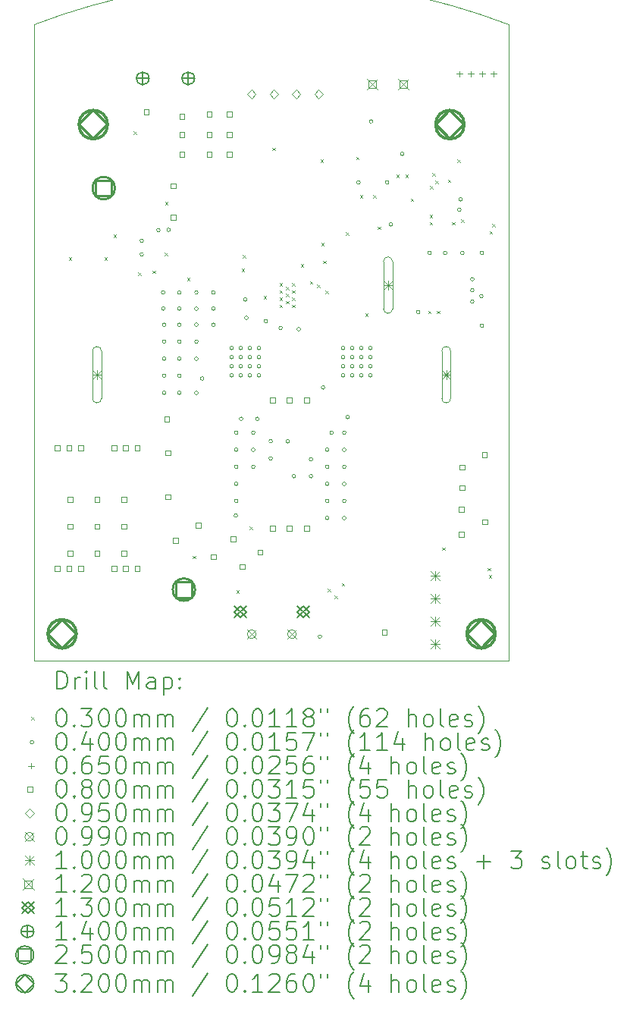
<source format=gbr>
%TF.GenerationSoftware,KiCad,Pcbnew,8.0.7*%
%TF.CreationDate,2025-01-15T16:40:54+01:00*%
%TF.ProjectId,makita-ps,6d616b69-7461-42d7-9073-2e6b69636164,1*%
%TF.SameCoordinates,Original*%
%TF.FileFunction,Drillmap*%
%TF.FilePolarity,Positive*%
%FSLAX45Y45*%
G04 Gerber Fmt 4.5, Leading zero omitted, Abs format (unit mm)*
G04 Created by KiCad (PCBNEW 8.0.7) date 2025-01-15 16:40:54*
%MOMM*%
%LPD*%
G01*
G04 APERTURE LIST*
%ADD10C,0.100000*%
%ADD11C,0.200000*%
%ADD12C,0.120000*%
%ADD13C,0.130000*%
%ADD14C,0.140000*%
%ADD15C,0.250000*%
%ADD16C,0.320000*%
G04 APERTURE END LIST*
D10*
X17472900Y-13700000D02*
X17472900Y-6600000D01*
X12171900Y-13700000D02*
X12172900Y-6600000D01*
X12172900Y-6600000D02*
G75*
G02*
X17472900Y-6600000I2650000J-6900000D01*
G01*
X17472900Y-13700000D02*
X12171900Y-13700000D01*
D11*
D10*
X12557900Y-9195000D02*
X12587900Y-9225000D01*
X12587900Y-9195000D02*
X12557900Y-9225000D01*
X12957900Y-9195000D02*
X12987900Y-9225000D01*
X12987900Y-9195000D02*
X12957900Y-9225000D01*
X13057900Y-8945000D02*
X13087900Y-8975000D01*
X13087900Y-8945000D02*
X13057900Y-8975000D01*
X13280900Y-7790000D02*
X13310900Y-7820000D01*
X13310900Y-7790000D02*
X13280900Y-7820000D01*
X13335038Y-9367265D02*
X13365038Y-9397265D01*
X13365038Y-9367265D02*
X13335038Y-9397265D01*
X13495400Y-9345000D02*
X13525400Y-9375000D01*
X13525400Y-9345000D02*
X13495400Y-9375000D01*
X13627900Y-9145000D02*
X13657900Y-9175000D01*
X13657900Y-9145000D02*
X13627900Y-9175000D01*
X13632900Y-8580002D02*
X13662900Y-8610002D01*
X13662900Y-8580002D02*
X13632900Y-8610002D01*
X13877900Y-9425000D02*
X13907900Y-9455000D01*
X13907900Y-9425000D02*
X13877900Y-9455000D01*
X13941831Y-12529541D02*
X13971831Y-12559541D01*
X13971831Y-12529541D02*
X13941831Y-12559541D01*
X14427900Y-12915000D02*
X14457900Y-12945000D01*
X14457900Y-12915000D02*
X14427900Y-12945000D01*
X14489100Y-9322900D02*
X14519100Y-9352900D01*
X14519100Y-9322900D02*
X14489100Y-9352900D01*
X14501800Y-9170500D02*
X14531800Y-9200500D01*
X14531800Y-9170500D02*
X14501800Y-9200500D01*
X14577900Y-12205000D02*
X14607900Y-12235000D01*
X14607900Y-12205000D02*
X14577900Y-12235000D01*
X14732900Y-9630000D02*
X14762900Y-9660000D01*
X14762900Y-9630000D02*
X14732900Y-9660000D01*
X14832900Y-7975000D02*
X14862900Y-8005000D01*
X14862900Y-7975000D02*
X14832900Y-8005000D01*
X14912900Y-9485000D02*
X14942900Y-9515000D01*
X14942900Y-9485000D02*
X14912900Y-9515000D01*
X14912900Y-9565000D02*
X14942900Y-9595000D01*
X14942900Y-9565000D02*
X14912900Y-9595000D01*
X14912900Y-9645000D02*
X14942900Y-9675000D01*
X14942900Y-9645000D02*
X14912900Y-9675000D01*
X14912900Y-9725000D02*
X14942900Y-9755000D01*
X14942900Y-9725000D02*
X14912900Y-9755000D01*
X14982900Y-9525000D02*
X15012900Y-9555000D01*
X15012900Y-9525000D02*
X14982900Y-9555000D01*
X14982900Y-9605000D02*
X15012900Y-9635000D01*
X15012900Y-9605000D02*
X14982900Y-9635000D01*
X14982900Y-9685000D02*
X15012900Y-9715000D01*
X15012900Y-9685000D02*
X14982900Y-9715000D01*
X15052900Y-9485000D02*
X15082900Y-9515000D01*
X15082900Y-9485000D02*
X15052900Y-9515000D01*
X15052900Y-9565000D02*
X15082900Y-9595000D01*
X15082900Y-9565000D02*
X15052900Y-9595000D01*
X15052900Y-9645000D02*
X15082900Y-9675000D01*
X15082900Y-9645000D02*
X15052900Y-9675000D01*
X15052900Y-9725000D02*
X15082900Y-9755000D01*
X15082900Y-9725000D02*
X15052900Y-9755000D01*
X15149500Y-9272100D02*
X15179500Y-9302100D01*
X15179500Y-9272100D02*
X15149500Y-9302100D01*
X15251100Y-9462600D02*
X15281100Y-9492600D01*
X15281100Y-9462600D02*
X15251100Y-9492600D01*
X15330863Y-9501000D02*
X15360863Y-9531000D01*
X15360863Y-9501000D02*
X15330863Y-9531000D01*
X15367900Y-8105000D02*
X15397900Y-8135000D01*
X15397900Y-8105000D02*
X15367900Y-8135000D01*
X15377900Y-9035000D02*
X15407900Y-9065000D01*
X15407900Y-9035000D02*
X15377900Y-9065000D01*
X15397900Y-9234000D02*
X15427900Y-9264000D01*
X15427900Y-9234000D02*
X15397900Y-9264000D01*
X15422826Y-9570826D02*
X15452826Y-9600826D01*
X15452826Y-9570826D02*
X15422826Y-9600826D01*
X15447900Y-12895000D02*
X15477900Y-12925000D01*
X15477900Y-12895000D02*
X15447900Y-12925000D01*
X15527900Y-12975000D02*
X15557900Y-13005000D01*
X15557900Y-12975000D02*
X15527900Y-13005000D01*
X15607900Y-12835000D02*
X15637900Y-12865000D01*
X15637900Y-12835000D02*
X15607900Y-12865000D01*
X15651200Y-8916500D02*
X15681200Y-8946500D01*
X15681200Y-8916500D02*
X15651200Y-8946500D01*
X15767900Y-8075000D02*
X15797900Y-8105000D01*
X15797900Y-8075000D02*
X15767900Y-8105000D01*
X15807899Y-8505000D02*
X15837899Y-8535000D01*
X15837899Y-8505000D02*
X15807899Y-8535000D01*
X15867900Y-9825000D02*
X15897900Y-9855000D01*
X15897900Y-9825000D02*
X15867900Y-9855000D01*
X15957900Y-8505000D02*
X15987900Y-8535000D01*
X15987900Y-8505000D02*
X15957900Y-8535000D01*
X16007900Y-8855000D02*
X16037900Y-8885000D01*
X16037900Y-8855000D02*
X16007900Y-8885000D01*
X16217100Y-8275000D02*
X16247100Y-8305000D01*
X16247100Y-8275000D02*
X16217100Y-8305000D01*
X16317100Y-8275000D02*
X16347100Y-8305000D01*
X16347100Y-8275000D02*
X16317100Y-8305000D01*
X16377900Y-8541100D02*
X16407900Y-8571100D01*
X16407900Y-8541100D02*
X16377900Y-8571100D01*
X16571900Y-9792800D02*
X16601900Y-9822800D01*
X16601900Y-9792800D02*
X16571900Y-9822800D01*
X16587900Y-8725000D02*
X16617900Y-8755000D01*
X16617900Y-8725000D02*
X16587900Y-8755000D01*
X16587900Y-8805000D02*
X16617900Y-8835000D01*
X16617900Y-8805000D02*
X16587900Y-8835000D01*
X16590528Y-8403200D02*
X16620528Y-8433200D01*
X16620528Y-8403200D02*
X16590528Y-8433200D01*
X16617900Y-8255001D02*
X16647900Y-8285001D01*
X16647900Y-8255001D02*
X16617900Y-8285001D01*
X16650390Y-8342292D02*
X16680390Y-8372292D01*
X16680390Y-8342292D02*
X16650390Y-8372292D01*
X16667900Y-9795000D02*
X16697900Y-9825000D01*
X16697900Y-9795000D02*
X16667900Y-9825000D01*
X16727900Y-12435000D02*
X16757900Y-12465000D01*
X16757900Y-12435000D02*
X16727900Y-12465000D01*
X16790800Y-8328452D02*
X16820800Y-8358452D01*
X16820800Y-8328452D02*
X16790800Y-8358452D01*
X16837900Y-8805000D02*
X16867900Y-8835000D01*
X16867900Y-8805000D02*
X16837900Y-8835000D01*
X16897900Y-8105000D02*
X16927900Y-8135000D01*
X16927900Y-8105000D02*
X16897900Y-8135000D01*
X16937900Y-8775000D02*
X16967900Y-8805000D01*
X16967900Y-8775000D02*
X16937900Y-8805000D01*
X17237900Y-12665000D02*
X17267900Y-12695000D01*
X17267900Y-12665000D02*
X17237900Y-12695000D01*
X17247900Y-12745000D02*
X17277900Y-12775000D01*
X17277900Y-12745000D02*
X17247900Y-12775000D01*
X17257899Y-8905000D02*
X17287899Y-8935000D01*
X17287899Y-8905000D02*
X17257899Y-8935000D01*
X17288471Y-8825000D02*
X17318471Y-8855000D01*
X17318471Y-8825000D02*
X17288471Y-8855000D01*
X13392900Y-9012500D02*
G75*
G02*
X13352900Y-9012500I-20000J0D01*
G01*
X13352900Y-9012500D02*
G75*
G02*
X13392900Y-9012500I20000J0D01*
G01*
X13392900Y-9163250D02*
G75*
G02*
X13352900Y-9163250I-20000J0D01*
G01*
X13352900Y-9163250D02*
G75*
G02*
X13392900Y-9163250I20000J0D01*
G01*
X13579281Y-8893619D02*
G75*
G02*
X13539281Y-8893619I-20000J0D01*
G01*
X13539281Y-8893619D02*
G75*
G02*
X13579281Y-8893619I20000J0D01*
G01*
X13632900Y-9590000D02*
G75*
G02*
X13592900Y-9590000I-20000J0D01*
G01*
X13592900Y-9590000D02*
G75*
G02*
X13632900Y-9590000I20000J0D01*
G01*
X13632900Y-9770000D02*
G75*
G02*
X13592900Y-9770000I-20000J0D01*
G01*
X13592900Y-9770000D02*
G75*
G02*
X13632900Y-9770000I20000J0D01*
G01*
X13642400Y-9950000D02*
G75*
G02*
X13602400Y-9950000I-20000J0D01*
G01*
X13602400Y-9950000D02*
G75*
G02*
X13642400Y-9950000I20000J0D01*
G01*
X13642900Y-10138000D02*
G75*
G02*
X13602900Y-10138000I-20000J0D01*
G01*
X13602900Y-10138000D02*
G75*
G02*
X13642900Y-10138000I20000J0D01*
G01*
X13642900Y-10328500D02*
G75*
G02*
X13602900Y-10328500I-20000J0D01*
G01*
X13602900Y-10328500D02*
G75*
G02*
X13642900Y-10328500I20000J0D01*
G01*
X13642900Y-10519000D02*
G75*
G02*
X13602900Y-10519000I-20000J0D01*
G01*
X13602900Y-10519000D02*
G75*
G02*
X13642900Y-10519000I20000J0D01*
G01*
X13642900Y-10709500D02*
G75*
G02*
X13602900Y-10709500I-20000J0D01*
G01*
X13602900Y-10709500D02*
G75*
G02*
X13642900Y-10709500I20000J0D01*
G01*
X13692900Y-8890000D02*
G75*
G02*
X13652900Y-8890000I-20000J0D01*
G01*
X13652900Y-8890000D02*
G75*
G02*
X13692900Y-8890000I20000J0D01*
G01*
X13812400Y-9590000D02*
G75*
G02*
X13772400Y-9590000I-20000J0D01*
G01*
X13772400Y-9590000D02*
G75*
G02*
X13812400Y-9590000I20000J0D01*
G01*
X13812400Y-9770000D02*
G75*
G02*
X13772400Y-9770000I-20000J0D01*
G01*
X13772400Y-9770000D02*
G75*
G02*
X13812400Y-9770000I20000J0D01*
G01*
X13812400Y-9950000D02*
G75*
G02*
X13772400Y-9950000I-20000J0D01*
G01*
X13772400Y-9950000D02*
G75*
G02*
X13812400Y-9950000I20000J0D01*
G01*
X13812900Y-10138000D02*
G75*
G02*
X13772900Y-10138000I-20000J0D01*
G01*
X13772900Y-10138000D02*
G75*
G02*
X13812900Y-10138000I20000J0D01*
G01*
X13812900Y-10328500D02*
G75*
G02*
X13772900Y-10328500I-20000J0D01*
G01*
X13772900Y-10328500D02*
G75*
G02*
X13812900Y-10328500I20000J0D01*
G01*
X13812900Y-10519000D02*
G75*
G02*
X13772900Y-10519000I-20000J0D01*
G01*
X13772900Y-10519000D02*
G75*
G02*
X13812900Y-10519000I20000J0D01*
G01*
X13812900Y-10709500D02*
G75*
G02*
X13772900Y-10709500I-20000J0D01*
G01*
X13772900Y-10709500D02*
G75*
G02*
X13812900Y-10709500I20000J0D01*
G01*
X14002900Y-9590000D02*
G75*
G02*
X13962900Y-9590000I-20000J0D01*
G01*
X13962900Y-9590000D02*
G75*
G02*
X14002900Y-9590000I20000J0D01*
G01*
X14002900Y-9770000D02*
G75*
G02*
X13962900Y-9770000I-20000J0D01*
G01*
X13962900Y-9770000D02*
G75*
G02*
X14002900Y-9770000I20000J0D01*
G01*
X14002900Y-9950000D02*
G75*
G02*
X13962900Y-9950000I-20000J0D01*
G01*
X13962900Y-9950000D02*
G75*
G02*
X14002900Y-9950000I20000J0D01*
G01*
X14003400Y-10138000D02*
G75*
G02*
X13963400Y-10138000I-20000J0D01*
G01*
X13963400Y-10138000D02*
G75*
G02*
X14003400Y-10138000I20000J0D01*
G01*
X14003400Y-10328500D02*
G75*
G02*
X13963400Y-10328500I-20000J0D01*
G01*
X13963400Y-10328500D02*
G75*
G02*
X14003400Y-10328500I20000J0D01*
G01*
X14003400Y-10709500D02*
G75*
G02*
X13963400Y-10709500I-20000J0D01*
G01*
X13963400Y-10709500D02*
G75*
G02*
X14003400Y-10709500I20000J0D01*
G01*
X14067900Y-10550000D02*
G75*
G02*
X14027900Y-10550000I-20000J0D01*
G01*
X14027900Y-10550000D02*
G75*
G02*
X14067900Y-10550000I20000J0D01*
G01*
X14192900Y-9590000D02*
G75*
G02*
X14152900Y-9590000I-20000J0D01*
G01*
X14152900Y-9590000D02*
G75*
G02*
X14192900Y-9590000I20000J0D01*
G01*
X14192900Y-9770000D02*
G75*
G02*
X14152900Y-9770000I-20000J0D01*
G01*
X14152900Y-9770000D02*
G75*
G02*
X14192900Y-9770000I20000J0D01*
G01*
X14192900Y-9950000D02*
G75*
G02*
X14152900Y-9950000I-20000J0D01*
G01*
X14152900Y-9950000D02*
G75*
G02*
X14192900Y-9950000I20000J0D01*
G01*
X14397100Y-10209120D02*
G75*
G02*
X14357100Y-10209120I-20000J0D01*
G01*
X14357100Y-10209120D02*
G75*
G02*
X14397100Y-10209120I20000J0D01*
G01*
X14397100Y-10310720D02*
G75*
G02*
X14357100Y-10310720I-20000J0D01*
G01*
X14357100Y-10310720D02*
G75*
G02*
X14397100Y-10310720I20000J0D01*
G01*
X14397100Y-10412320D02*
G75*
G02*
X14357100Y-10412320I-20000J0D01*
G01*
X14357100Y-10412320D02*
G75*
G02*
X14397100Y-10412320I20000J0D01*
G01*
X14397100Y-10513920D02*
G75*
G02*
X14357100Y-10513920I-20000J0D01*
G01*
X14357100Y-10513920D02*
G75*
G02*
X14397100Y-10513920I20000J0D01*
G01*
X14442900Y-12080000D02*
G75*
G02*
X14402900Y-12080000I-20000J0D01*
G01*
X14402900Y-12080000D02*
G75*
G02*
X14442900Y-12080000I20000J0D01*
G01*
X14447900Y-11154000D02*
G75*
G02*
X14407900Y-11154000I-20000J0D01*
G01*
X14407900Y-11154000D02*
G75*
G02*
X14447900Y-11154000I20000J0D01*
G01*
X14447900Y-11344500D02*
G75*
G02*
X14407900Y-11344500I-20000J0D01*
G01*
X14407900Y-11344500D02*
G75*
G02*
X14447900Y-11344500I20000J0D01*
G01*
X14447900Y-11535000D02*
G75*
G02*
X14407900Y-11535000I-20000J0D01*
G01*
X14407900Y-11535000D02*
G75*
G02*
X14447900Y-11535000I20000J0D01*
G01*
X14447900Y-11725500D02*
G75*
G02*
X14407900Y-11725500I-20000J0D01*
G01*
X14407900Y-11725500D02*
G75*
G02*
X14447900Y-11725500I20000J0D01*
G01*
X14447900Y-11916000D02*
G75*
G02*
X14407900Y-11916000I-20000J0D01*
G01*
X14407900Y-11916000D02*
G75*
G02*
X14447900Y-11916000I20000J0D01*
G01*
X14498700Y-10209120D02*
G75*
G02*
X14458700Y-10209120I-20000J0D01*
G01*
X14458700Y-10209120D02*
G75*
G02*
X14498700Y-10209120I20000J0D01*
G01*
X14498700Y-10310720D02*
G75*
G02*
X14458700Y-10310720I-20000J0D01*
G01*
X14458700Y-10310720D02*
G75*
G02*
X14498700Y-10310720I20000J0D01*
G01*
X14498700Y-10412320D02*
G75*
G02*
X14458700Y-10412320I-20000J0D01*
G01*
X14458700Y-10412320D02*
G75*
G02*
X14498700Y-10412320I20000J0D01*
G01*
X14498700Y-10513920D02*
G75*
G02*
X14458700Y-10513920I-20000J0D01*
G01*
X14458700Y-10513920D02*
G75*
G02*
X14498700Y-10513920I20000J0D01*
G01*
X14502900Y-11000000D02*
G75*
G02*
X14462900Y-11000000I-20000J0D01*
G01*
X14462900Y-11000000D02*
G75*
G02*
X14502900Y-11000000I20000J0D01*
G01*
X14549500Y-9668100D02*
G75*
G02*
X14509500Y-9668100I-20000J0D01*
G01*
X14509500Y-9668100D02*
G75*
G02*
X14549500Y-9668100I20000J0D01*
G01*
X14562201Y-9871300D02*
G75*
G02*
X14522201Y-9871300I-20000J0D01*
G01*
X14522201Y-9871300D02*
G75*
G02*
X14562201Y-9871300I20000J0D01*
G01*
X14600300Y-10209120D02*
G75*
G02*
X14560300Y-10209120I-20000J0D01*
G01*
X14560300Y-10209120D02*
G75*
G02*
X14600300Y-10209120I20000J0D01*
G01*
X14600300Y-10310720D02*
G75*
G02*
X14560300Y-10310720I-20000J0D01*
G01*
X14560300Y-10310720D02*
G75*
G02*
X14600300Y-10310720I20000J0D01*
G01*
X14600300Y-10412320D02*
G75*
G02*
X14560300Y-10412320I-20000J0D01*
G01*
X14560300Y-10412320D02*
G75*
G02*
X14600300Y-10412320I20000J0D01*
G01*
X14600300Y-10513920D02*
G75*
G02*
X14560300Y-10513920I-20000J0D01*
G01*
X14560300Y-10513920D02*
G75*
G02*
X14600300Y-10513920I20000J0D01*
G01*
X14638400Y-11154000D02*
G75*
G02*
X14598400Y-11154000I-20000J0D01*
G01*
X14598400Y-11154000D02*
G75*
G02*
X14638400Y-11154000I20000J0D01*
G01*
X14638400Y-11344500D02*
G75*
G02*
X14598400Y-11344500I-20000J0D01*
G01*
X14598400Y-11344500D02*
G75*
G02*
X14638400Y-11344500I20000J0D01*
G01*
X14638400Y-11535000D02*
G75*
G02*
X14598400Y-11535000I-20000J0D01*
G01*
X14598400Y-11535000D02*
G75*
G02*
X14638400Y-11535000I20000J0D01*
G01*
X14682900Y-11000000D02*
G75*
G02*
X14642900Y-11000000I-20000J0D01*
G01*
X14642900Y-11000000D02*
G75*
G02*
X14682900Y-11000000I20000J0D01*
G01*
X14701900Y-10209120D02*
G75*
G02*
X14661900Y-10209120I-20000J0D01*
G01*
X14661900Y-10209120D02*
G75*
G02*
X14701900Y-10209120I20000J0D01*
G01*
X14701900Y-10310720D02*
G75*
G02*
X14661900Y-10310720I-20000J0D01*
G01*
X14661900Y-10310720D02*
G75*
G02*
X14701900Y-10310720I20000J0D01*
G01*
X14701900Y-10412320D02*
G75*
G02*
X14661900Y-10412320I-20000J0D01*
G01*
X14661900Y-10412320D02*
G75*
G02*
X14701900Y-10412320I20000J0D01*
G01*
X14701900Y-10513920D02*
G75*
G02*
X14661900Y-10513920I-20000J0D01*
G01*
X14661900Y-10513920D02*
G75*
G02*
X14701900Y-10513920I20000J0D01*
G01*
X14778100Y-9909400D02*
G75*
G02*
X14738100Y-9909400I-20000J0D01*
G01*
X14738100Y-9909400D02*
G75*
G02*
X14778100Y-9909400I20000J0D01*
G01*
X14832900Y-11250000D02*
G75*
G02*
X14792900Y-11250000I-20000J0D01*
G01*
X14792900Y-11250000D02*
G75*
G02*
X14832900Y-11250000I20000J0D01*
G01*
X14832900Y-11440500D02*
G75*
G02*
X14792900Y-11440500I-20000J0D01*
G01*
X14792900Y-11440500D02*
G75*
G02*
X14832900Y-11440500I20000J0D01*
G01*
X14942900Y-9985300D02*
G75*
G02*
X14902900Y-9985300I-20000J0D01*
G01*
X14902900Y-9985300D02*
G75*
G02*
X14942900Y-9985300I20000J0D01*
G01*
X15022900Y-11250000D02*
G75*
G02*
X14982900Y-11250000I-20000J0D01*
G01*
X14982900Y-11250000D02*
G75*
G02*
X15022900Y-11250000I20000J0D01*
G01*
X15092900Y-11640500D02*
G75*
G02*
X15052900Y-11640500I-20000J0D01*
G01*
X15052900Y-11640500D02*
G75*
G02*
X15092900Y-11640500I20000J0D01*
G01*
X15146400Y-9998300D02*
G75*
G02*
X15106400Y-9998300I-20000J0D01*
G01*
X15106400Y-9998300D02*
G75*
G02*
X15146400Y-9998300I20000J0D01*
G01*
X15282900Y-11450000D02*
G75*
G02*
X15242900Y-11450000I-20000J0D01*
G01*
X15242900Y-11450000D02*
G75*
G02*
X15282900Y-11450000I20000J0D01*
G01*
X15282900Y-11640500D02*
G75*
G02*
X15242900Y-11640500I-20000J0D01*
G01*
X15242900Y-11640500D02*
G75*
G02*
X15282900Y-11640500I20000J0D01*
G01*
X15382900Y-13430000D02*
G75*
G02*
X15342900Y-13430000I-20000J0D01*
G01*
X15342900Y-13430000D02*
G75*
G02*
X15382900Y-13430000I20000J0D01*
G01*
X15417899Y-10650000D02*
G75*
G02*
X15377899Y-10650000I-20000J0D01*
G01*
X15377899Y-10650000D02*
G75*
G02*
X15417899Y-10650000I20000J0D01*
G01*
X15462900Y-12106500D02*
G75*
G02*
X15422900Y-12106500I-20000J0D01*
G01*
X15422900Y-12106500D02*
G75*
G02*
X15462900Y-12106500I20000J0D01*
G01*
X15463900Y-11344500D02*
G75*
G02*
X15423900Y-11344500I-20000J0D01*
G01*
X15423900Y-11344500D02*
G75*
G02*
X15463900Y-11344500I20000J0D01*
G01*
X15463900Y-11535000D02*
G75*
G02*
X15423900Y-11535000I-20000J0D01*
G01*
X15423900Y-11535000D02*
G75*
G02*
X15463900Y-11535000I20000J0D01*
G01*
X15463900Y-11725500D02*
G75*
G02*
X15423900Y-11725500I-20000J0D01*
G01*
X15423900Y-11725500D02*
G75*
G02*
X15463900Y-11725500I20000J0D01*
G01*
X15463900Y-11916000D02*
G75*
G02*
X15423900Y-11916000I-20000J0D01*
G01*
X15423900Y-11916000D02*
G75*
G02*
X15463900Y-11916000I20000J0D01*
G01*
X15512900Y-11154000D02*
G75*
G02*
X15472900Y-11154000I-20000J0D01*
G01*
X15472900Y-11154000D02*
G75*
G02*
X15512900Y-11154000I20000J0D01*
G01*
X15641700Y-10209120D02*
G75*
G02*
X15601700Y-10209120I-20000J0D01*
G01*
X15601700Y-10209120D02*
G75*
G02*
X15641700Y-10209120I20000J0D01*
G01*
X15641700Y-10310720D02*
G75*
G02*
X15601700Y-10310720I-20000J0D01*
G01*
X15601700Y-10310720D02*
G75*
G02*
X15641700Y-10310720I20000J0D01*
G01*
X15641700Y-10412320D02*
G75*
G02*
X15601700Y-10412320I-20000J0D01*
G01*
X15601700Y-10412320D02*
G75*
G02*
X15641700Y-10412320I20000J0D01*
G01*
X15641700Y-10513920D02*
G75*
G02*
X15601700Y-10513920I-20000J0D01*
G01*
X15601700Y-10513920D02*
G75*
G02*
X15641700Y-10513920I20000J0D01*
G01*
X15654400Y-11154000D02*
G75*
G02*
X15614400Y-11154000I-20000J0D01*
G01*
X15614400Y-11154000D02*
G75*
G02*
X15654400Y-11154000I20000J0D01*
G01*
X15654400Y-11344500D02*
G75*
G02*
X15614400Y-11344500I-20000J0D01*
G01*
X15614400Y-11344500D02*
G75*
G02*
X15654400Y-11344500I20000J0D01*
G01*
X15654400Y-11535000D02*
G75*
G02*
X15614400Y-11535000I-20000J0D01*
G01*
X15614400Y-11535000D02*
G75*
G02*
X15654400Y-11535000I20000J0D01*
G01*
X15654400Y-11725500D02*
G75*
G02*
X15614400Y-11725500I-20000J0D01*
G01*
X15614400Y-11725500D02*
G75*
G02*
X15654400Y-11725500I20000J0D01*
G01*
X15654400Y-11916000D02*
G75*
G02*
X15614400Y-11916000I-20000J0D01*
G01*
X15614400Y-11916000D02*
G75*
G02*
X15654400Y-11916000I20000J0D01*
G01*
X15654400Y-12106500D02*
G75*
G02*
X15614400Y-12106500I-20000J0D01*
G01*
X15614400Y-12106500D02*
G75*
G02*
X15654400Y-12106500I20000J0D01*
G01*
X15692900Y-10980000D02*
G75*
G02*
X15652900Y-10980000I-20000J0D01*
G01*
X15652900Y-10980000D02*
G75*
G02*
X15692900Y-10980000I20000J0D01*
G01*
X15743300Y-10209120D02*
G75*
G02*
X15703300Y-10209120I-20000J0D01*
G01*
X15703300Y-10209120D02*
G75*
G02*
X15743300Y-10209120I20000J0D01*
G01*
X15743300Y-10310720D02*
G75*
G02*
X15703300Y-10310720I-20000J0D01*
G01*
X15703300Y-10310720D02*
G75*
G02*
X15743300Y-10310720I20000J0D01*
G01*
X15743300Y-10412320D02*
G75*
G02*
X15703300Y-10412320I-20000J0D01*
G01*
X15703300Y-10412320D02*
G75*
G02*
X15743300Y-10412320I20000J0D01*
G01*
X15743300Y-10513920D02*
G75*
G02*
X15703300Y-10513920I-20000J0D01*
G01*
X15703300Y-10513920D02*
G75*
G02*
X15743300Y-10513920I20000J0D01*
G01*
X15812900Y-8360000D02*
G75*
G02*
X15772900Y-8360000I-20000J0D01*
G01*
X15772900Y-8360000D02*
G75*
G02*
X15812900Y-8360000I20000J0D01*
G01*
X15844900Y-10209120D02*
G75*
G02*
X15804900Y-10209120I-20000J0D01*
G01*
X15804900Y-10209120D02*
G75*
G02*
X15844900Y-10209120I20000J0D01*
G01*
X15844900Y-10310720D02*
G75*
G02*
X15804900Y-10310720I-20000J0D01*
G01*
X15804900Y-10310720D02*
G75*
G02*
X15844900Y-10310720I20000J0D01*
G01*
X15844900Y-10412320D02*
G75*
G02*
X15804900Y-10412320I-20000J0D01*
G01*
X15804900Y-10412320D02*
G75*
G02*
X15844900Y-10412320I20000J0D01*
G01*
X15844900Y-10513920D02*
G75*
G02*
X15804900Y-10513920I-20000J0D01*
G01*
X15804900Y-10513920D02*
G75*
G02*
X15844900Y-10513920I20000J0D01*
G01*
X15946500Y-10209120D02*
G75*
G02*
X15906500Y-10209120I-20000J0D01*
G01*
X15906500Y-10209120D02*
G75*
G02*
X15946500Y-10209120I20000J0D01*
G01*
X15946500Y-10310720D02*
G75*
G02*
X15906500Y-10310720I-20000J0D01*
G01*
X15906500Y-10310720D02*
G75*
G02*
X15946500Y-10310720I20000J0D01*
G01*
X15946500Y-10412320D02*
G75*
G02*
X15906500Y-10412320I-20000J0D01*
G01*
X15906500Y-10412320D02*
G75*
G02*
X15946500Y-10412320I20000J0D01*
G01*
X15946500Y-10513920D02*
G75*
G02*
X15906500Y-10513920I-20000J0D01*
G01*
X15906500Y-10513920D02*
G75*
G02*
X15946500Y-10513920I20000J0D01*
G01*
X15953600Y-7680000D02*
G75*
G02*
X15913600Y-7680000I-20000J0D01*
G01*
X15913600Y-7680000D02*
G75*
G02*
X15953600Y-7680000I20000J0D01*
G01*
X16132900Y-8360000D02*
G75*
G02*
X16092900Y-8360000I-20000J0D01*
G01*
X16092900Y-8360000D02*
G75*
G02*
X16132900Y-8360000I20000J0D01*
G01*
X16175200Y-8829900D02*
G75*
G02*
X16135200Y-8829900I-20000J0D01*
G01*
X16135200Y-8829900D02*
G75*
G02*
X16175200Y-8829900I20000J0D01*
G01*
X16302900Y-8042500D02*
G75*
G02*
X16262900Y-8042500I-20000J0D01*
G01*
X16262900Y-8042500D02*
G75*
G02*
X16302900Y-8042500I20000J0D01*
G01*
X16479900Y-9807800D02*
G75*
G02*
X16439900Y-9807800I-20000J0D01*
G01*
X16439900Y-9807800D02*
G75*
G02*
X16479900Y-9807800I20000J0D01*
G01*
X16606900Y-9147400D02*
G75*
G02*
X16566900Y-9147400I-20000J0D01*
G01*
X16566900Y-9147400D02*
G75*
G02*
X16606900Y-9147400I20000J0D01*
G01*
X16782500Y-9147400D02*
G75*
G02*
X16742500Y-9147400I-20000J0D01*
G01*
X16742500Y-9147400D02*
G75*
G02*
X16782500Y-9147400I20000J0D01*
G01*
X16938813Y-8664385D02*
G75*
G02*
X16898813Y-8664385I-20000J0D01*
G01*
X16898813Y-8664385D02*
G75*
G02*
X16938813Y-8664385I20000J0D01*
G01*
X16952900Y-8550000D02*
G75*
G02*
X16912900Y-8550000I-20000J0D01*
G01*
X16912900Y-8550000D02*
G75*
G02*
X16952900Y-8550000I20000J0D01*
G01*
X16973400Y-9147400D02*
G75*
G02*
X16933400Y-9147400I-20000J0D01*
G01*
X16933400Y-9147400D02*
G75*
G02*
X16973400Y-9147400I20000J0D01*
G01*
X17084420Y-9442040D02*
G75*
G02*
X17044420Y-9442040I-20000J0D01*
G01*
X17044420Y-9442040D02*
G75*
G02*
X17084420Y-9442040I20000J0D01*
G01*
X17084420Y-9563960D02*
G75*
G02*
X17044420Y-9563960I-20000J0D01*
G01*
X17044420Y-9563960D02*
G75*
G02*
X17084420Y-9563960I20000J0D01*
G01*
X17084420Y-9690960D02*
G75*
G02*
X17044420Y-9690960I-20000J0D01*
G01*
X17044420Y-9690960D02*
G75*
G02*
X17084420Y-9690960I20000J0D01*
G01*
X17186020Y-9630000D02*
G75*
G02*
X17146020Y-9630000I-20000J0D01*
G01*
X17146020Y-9630000D02*
G75*
G02*
X17186020Y-9630000I20000J0D01*
G01*
X17191100Y-9147400D02*
G75*
G02*
X17151100Y-9147400I-20000J0D01*
G01*
X17151100Y-9147400D02*
G75*
G02*
X17191100Y-9147400I20000J0D01*
G01*
X17191100Y-9960200D02*
G75*
G02*
X17151100Y-9960200I-20000J0D01*
G01*
X17151100Y-9960200D02*
G75*
G02*
X17191100Y-9960200I20000J0D01*
G01*
X16918900Y-7117500D02*
X16918900Y-7182500D01*
X16886400Y-7150000D02*
X16951400Y-7150000D01*
X17045900Y-7117500D02*
X17045900Y-7182500D01*
X17013400Y-7150000D02*
X17078400Y-7150000D01*
X17172900Y-7117500D02*
X17172900Y-7182500D01*
X17140400Y-7150000D02*
X17205400Y-7150000D01*
X17299900Y-7117500D02*
X17299900Y-7182500D01*
X17267400Y-7150000D02*
X17332400Y-7150000D01*
X12459184Y-11352284D02*
X12459184Y-11295715D01*
X12402615Y-11295715D01*
X12402615Y-11352284D01*
X12459184Y-11352284D01*
X12459184Y-12698284D02*
X12459184Y-12641715D01*
X12402615Y-12641715D01*
X12402615Y-12698284D01*
X12459184Y-12698284D01*
X12589184Y-11352284D02*
X12589184Y-11295715D01*
X12532615Y-11295715D01*
X12532615Y-11352284D01*
X12589184Y-11352284D01*
X12589184Y-12698284D02*
X12589184Y-12641715D01*
X12532615Y-12641715D01*
X12532615Y-12698284D01*
X12589184Y-12698284D01*
X12601184Y-11928284D02*
X12601184Y-11871715D01*
X12544615Y-11871715D01*
X12544615Y-11928284D01*
X12601184Y-11928284D01*
X12601184Y-12228284D02*
X12601184Y-12171715D01*
X12544615Y-12171715D01*
X12544615Y-12228284D01*
X12601184Y-12228284D01*
X12601184Y-12528284D02*
X12601184Y-12471715D01*
X12544615Y-12471715D01*
X12544615Y-12528284D01*
X12601184Y-12528284D01*
X12719184Y-11352284D02*
X12719184Y-11295715D01*
X12662615Y-11295715D01*
X12662615Y-11352284D01*
X12719184Y-11352284D01*
X12719184Y-12698284D02*
X12719184Y-12641715D01*
X12662615Y-12641715D01*
X12662615Y-12698284D01*
X12719184Y-12698284D01*
X12901184Y-11928284D02*
X12901184Y-11871715D01*
X12844615Y-11871715D01*
X12844615Y-11928284D01*
X12901184Y-11928284D01*
X12901184Y-12228284D02*
X12901184Y-12171715D01*
X12844615Y-12171715D01*
X12844615Y-12228284D01*
X12901184Y-12228284D01*
X12901184Y-12528284D02*
X12901184Y-12471715D01*
X12844615Y-12471715D01*
X12844615Y-12528284D01*
X12901184Y-12528284D01*
X13091184Y-11352284D02*
X13091184Y-11295715D01*
X13034615Y-11295715D01*
X13034615Y-11352284D01*
X13091184Y-11352284D01*
X13091184Y-12698284D02*
X13091184Y-12641715D01*
X13034615Y-12641715D01*
X13034615Y-12698284D01*
X13091184Y-12698284D01*
X13201184Y-11928284D02*
X13201184Y-11871715D01*
X13144615Y-11871715D01*
X13144615Y-11928284D01*
X13201184Y-11928284D01*
X13201184Y-12228284D02*
X13201184Y-12171715D01*
X13144615Y-12171715D01*
X13144615Y-12228284D01*
X13201184Y-12228284D01*
X13201184Y-12528284D02*
X13201184Y-12471715D01*
X13144615Y-12471715D01*
X13144615Y-12528284D01*
X13201184Y-12528284D01*
X13221184Y-11352284D02*
X13221184Y-11295715D01*
X13164615Y-11295715D01*
X13164615Y-11352284D01*
X13221184Y-11352284D01*
X13221184Y-12698284D02*
X13221184Y-12641715D01*
X13164615Y-12641715D01*
X13164615Y-12698284D01*
X13221184Y-12698284D01*
X13351184Y-11352284D02*
X13351184Y-11295715D01*
X13294615Y-11295715D01*
X13294615Y-11352284D01*
X13351184Y-11352284D01*
X13351184Y-12698284D02*
X13351184Y-12641715D01*
X13294615Y-12641715D01*
X13294615Y-12698284D01*
X13351184Y-12698284D01*
X13451184Y-7603284D02*
X13451184Y-7546715D01*
X13394615Y-7546715D01*
X13394615Y-7603284D01*
X13451184Y-7603284D01*
X13681184Y-11028285D02*
X13681184Y-10971716D01*
X13624615Y-10971716D01*
X13624615Y-11028285D01*
X13681184Y-11028285D01*
X13691184Y-11408284D02*
X13691184Y-11351715D01*
X13634615Y-11351715D01*
X13634615Y-11408284D01*
X13691184Y-11408284D01*
X13691184Y-11898284D02*
X13691184Y-11841715D01*
X13634615Y-11841715D01*
X13634615Y-11898284D01*
X13691184Y-11898284D01*
X13751184Y-8428285D02*
X13751184Y-8371715D01*
X13694615Y-8371715D01*
X13694615Y-8428285D01*
X13751184Y-8428285D01*
X13751184Y-8778285D02*
X13751184Y-8721716D01*
X13694615Y-8721716D01*
X13694615Y-8778285D01*
X13751184Y-8778285D01*
X13781184Y-12388284D02*
X13781184Y-12331715D01*
X13724615Y-12331715D01*
X13724615Y-12388284D01*
X13781184Y-12388284D01*
X13851184Y-7653284D02*
X13851184Y-7596715D01*
X13794615Y-7596715D01*
X13794615Y-7653284D01*
X13851184Y-7653284D01*
X13851184Y-7853284D02*
X13851184Y-7796715D01*
X13794615Y-7796715D01*
X13794615Y-7853284D01*
X13851184Y-7853284D01*
X13851184Y-8078284D02*
X13851184Y-8021715D01*
X13794615Y-8021715D01*
X13794615Y-8078284D01*
X13851184Y-8078284D01*
X14031184Y-12218284D02*
X14031184Y-12161715D01*
X13974615Y-12161715D01*
X13974615Y-12218284D01*
X14031184Y-12218284D01*
X14156184Y-7628284D02*
X14156184Y-7571715D01*
X14099615Y-7571715D01*
X14099615Y-7628284D01*
X14156184Y-7628284D01*
X14156184Y-7853284D02*
X14156184Y-7796715D01*
X14099615Y-7796715D01*
X14099615Y-7853284D01*
X14156184Y-7853284D01*
X14156184Y-8078284D02*
X14156184Y-8021715D01*
X14099615Y-8021715D01*
X14099615Y-8078284D01*
X14156184Y-8078284D01*
X14201184Y-12568284D02*
X14201184Y-12511715D01*
X14144615Y-12511715D01*
X14144615Y-12568284D01*
X14201184Y-12568284D01*
X14381184Y-7628284D02*
X14381184Y-7571715D01*
X14324615Y-7571715D01*
X14324615Y-7628284D01*
X14381184Y-7628284D01*
X14381184Y-7853284D02*
X14381184Y-7796715D01*
X14324615Y-7796715D01*
X14324615Y-7853284D01*
X14381184Y-7853284D01*
X14381184Y-8078284D02*
X14381184Y-8021715D01*
X14324615Y-8021715D01*
X14324615Y-8078284D01*
X14381184Y-8078284D01*
X14421184Y-12368284D02*
X14421184Y-12311715D01*
X14364615Y-12311715D01*
X14364615Y-12368284D01*
X14421184Y-12368284D01*
X14521184Y-12678284D02*
X14521184Y-12621715D01*
X14464615Y-12621715D01*
X14464615Y-12678284D01*
X14521184Y-12678284D01*
X14721184Y-12518284D02*
X14721184Y-12461715D01*
X14664615Y-12461715D01*
X14664615Y-12518284D01*
X14721184Y-12518284D01*
X14861184Y-10818285D02*
X14861184Y-10761716D01*
X14804615Y-10761716D01*
X14804615Y-10818285D01*
X14861184Y-10818285D01*
X14861184Y-12248284D02*
X14861184Y-12191715D01*
X14804615Y-12191715D01*
X14804615Y-12248284D01*
X14861184Y-12248284D01*
X15051184Y-10818285D02*
X15051184Y-10761716D01*
X14994615Y-10761716D01*
X14994615Y-10818285D01*
X15051184Y-10818285D01*
X15051184Y-12248284D02*
X15051184Y-12191715D01*
X14994615Y-12191715D01*
X14994615Y-12248284D01*
X15051184Y-12248284D01*
X15241184Y-10818285D02*
X15241184Y-10761716D01*
X15184615Y-10761716D01*
X15184615Y-10818285D01*
X15241184Y-10818285D01*
X15241184Y-12248284D02*
X15241184Y-12191715D01*
X15184615Y-12191715D01*
X15184615Y-12248284D01*
X15241184Y-12248284D01*
X16111184Y-13408284D02*
X16111184Y-13351715D01*
X16054615Y-13351715D01*
X16054615Y-13408284D01*
X16111184Y-13408284D01*
X16971185Y-12038284D02*
X16971185Y-11981715D01*
X16914616Y-11981715D01*
X16914616Y-12038284D01*
X16971185Y-12038284D01*
X16971185Y-12318284D02*
X16971185Y-12261715D01*
X16914616Y-12261715D01*
X16914616Y-12318284D01*
X16971185Y-12318284D01*
X16981185Y-11568284D02*
X16981185Y-11511715D01*
X16924616Y-11511715D01*
X16924616Y-11568284D01*
X16981185Y-11568284D01*
X16981185Y-11798284D02*
X16981185Y-11741715D01*
X16924616Y-11741715D01*
X16924616Y-11798284D01*
X16981185Y-11798284D01*
X17228285Y-11428284D02*
X17228285Y-11371715D01*
X17171716Y-11371715D01*
X17171716Y-11428284D01*
X17228285Y-11428284D01*
X17231185Y-12178284D02*
X17231185Y-12121715D01*
X17174616Y-12121715D01*
X17174616Y-12178284D01*
X17231185Y-12178284D01*
X14597900Y-7422500D02*
X14645400Y-7375000D01*
X14597900Y-7327500D01*
X14550400Y-7375000D01*
X14597900Y-7422500D01*
X14847900Y-7422500D02*
X14895400Y-7375000D01*
X14847900Y-7327500D01*
X14800400Y-7375000D01*
X14847900Y-7422500D01*
X15097900Y-7422500D02*
X15145400Y-7375000D01*
X15097900Y-7327500D01*
X15050400Y-7375000D01*
X15097900Y-7422500D01*
X15347900Y-7422500D02*
X15395400Y-7375000D01*
X15347900Y-7327500D01*
X15300400Y-7375000D01*
X15347900Y-7422500D01*
X14550900Y-13354250D02*
X14649900Y-13453250D01*
X14649900Y-13354250D02*
X14550900Y-13453250D01*
X14649900Y-13403750D02*
G75*
G02*
X14550900Y-13403750I-49500J0D01*
G01*
X14550900Y-13403750D02*
G75*
G02*
X14649900Y-13403750I49500J0D01*
G01*
X15000900Y-13354250D02*
X15099900Y-13453250D01*
X15099900Y-13354250D02*
X15000900Y-13453250D01*
X15099900Y-13403750D02*
G75*
G02*
X15000900Y-13403750I-49500J0D01*
G01*
X15000900Y-13403750D02*
G75*
G02*
X15099900Y-13403750I49500J0D01*
G01*
X12822900Y-10457500D02*
X12922900Y-10557500D01*
X12922900Y-10457500D02*
X12822900Y-10557500D01*
X12872900Y-10457500D02*
X12872900Y-10557500D01*
X12822900Y-10507500D02*
X12922900Y-10507500D01*
X12922900Y-10772500D02*
X12922900Y-10242500D01*
X12822900Y-10242500D02*
G75*
G02*
X12922900Y-10242500I50000J0D01*
G01*
X12822900Y-10242500D02*
X12822900Y-10772500D01*
X12822900Y-10772500D02*
G75*
G03*
X12922900Y-10772500I50000J0D01*
G01*
X16072900Y-9457500D02*
X16172900Y-9557500D01*
X16172900Y-9457500D02*
X16072900Y-9557500D01*
X16122900Y-9457500D02*
X16122900Y-9557500D01*
X16072900Y-9507500D02*
X16172900Y-9507500D01*
X16172900Y-9772500D02*
X16172900Y-9242500D01*
X16072900Y-9242500D02*
G75*
G02*
X16172900Y-9242500I50000J0D01*
G01*
X16072900Y-9242500D02*
X16072900Y-9772500D01*
X16072900Y-9772500D02*
G75*
G03*
X16172900Y-9772500I50000J0D01*
G01*
X16600400Y-12704200D02*
X16700400Y-12804200D01*
X16700400Y-12704200D02*
X16600400Y-12804200D01*
X16650400Y-12704200D02*
X16650400Y-12804200D01*
X16600400Y-12754200D02*
X16700400Y-12754200D01*
X16600400Y-12958200D02*
X16700400Y-13058200D01*
X16700400Y-12958200D02*
X16600400Y-13058200D01*
X16650400Y-12958200D02*
X16650400Y-13058200D01*
X16600400Y-13008200D02*
X16700400Y-13008200D01*
X16600400Y-13212200D02*
X16700400Y-13312200D01*
X16700400Y-13212200D02*
X16600400Y-13312200D01*
X16650400Y-13212200D02*
X16650400Y-13312200D01*
X16600400Y-13262200D02*
X16700400Y-13262200D01*
X16600400Y-13466200D02*
X16700400Y-13566200D01*
X16700400Y-13466200D02*
X16600400Y-13566200D01*
X16650400Y-13466200D02*
X16650400Y-13566200D01*
X16600400Y-13516200D02*
X16700400Y-13516200D01*
X16722900Y-10457500D02*
X16822900Y-10557500D01*
X16822900Y-10457500D02*
X16722900Y-10557500D01*
X16772900Y-10457500D02*
X16772900Y-10557500D01*
X16722900Y-10507500D02*
X16822900Y-10507500D01*
X16822900Y-10772500D02*
X16822900Y-10242500D01*
X16722900Y-10242500D02*
G75*
G02*
X16822900Y-10242500I50000J0D01*
G01*
X16722900Y-10242500D02*
X16722900Y-10772500D01*
X16722900Y-10772500D02*
G75*
G03*
X16822900Y-10772500I50000J0D01*
G01*
D12*
X15884800Y-7207800D02*
X16004800Y-7327800D01*
X16004800Y-7207800D02*
X15884800Y-7327800D01*
X15987227Y-7310227D02*
X15987227Y-7225373D01*
X15902373Y-7225373D01*
X15902373Y-7310227D01*
X15987227Y-7310227D01*
X16234800Y-7207800D02*
X16354800Y-7327800D01*
X16354800Y-7207800D02*
X16234800Y-7327800D01*
X16337227Y-7310227D02*
X16337227Y-7225373D01*
X16252373Y-7225373D01*
X16252373Y-7310227D01*
X16337227Y-7310227D01*
D13*
X14409400Y-13089750D02*
X14539400Y-13219750D01*
X14539400Y-13089750D02*
X14409400Y-13219750D01*
X14474400Y-13219750D02*
X14539400Y-13154750D01*
X14474400Y-13089750D01*
X14409400Y-13154750D01*
X14474400Y-13219750D01*
X15110400Y-13089750D02*
X15240400Y-13219750D01*
X15240400Y-13089750D02*
X15110400Y-13219750D01*
X15175400Y-13219750D02*
X15240400Y-13154750D01*
X15175400Y-13089750D01*
X15110400Y-13154750D01*
X15175400Y-13219750D01*
D14*
X13384900Y-7130000D02*
X13384900Y-7270000D01*
X13314900Y-7200000D02*
X13454900Y-7200000D01*
X13454900Y-7200000D02*
G75*
G02*
X13314900Y-7200000I-70000J0D01*
G01*
X13314900Y-7200000D02*
G75*
G02*
X13454900Y-7200000I70000J0D01*
G01*
X13892900Y-7130000D02*
X13892900Y-7270000D01*
X13822900Y-7200000D02*
X13962900Y-7200000D01*
X13962900Y-7200000D02*
G75*
G02*
X13822900Y-7200000I-70000J0D01*
G01*
X13822900Y-7200000D02*
G75*
G02*
X13962900Y-7200000I70000J0D01*
G01*
D15*
X13036289Y-8513389D02*
X13036289Y-8336611D01*
X12859511Y-8336611D01*
X12859511Y-8513389D01*
X13036289Y-8513389D01*
X13072900Y-8425000D02*
G75*
G02*
X12822900Y-8425000I-125000J0D01*
G01*
X12822900Y-8425000D02*
G75*
G02*
X13072900Y-8425000I125000J0D01*
G01*
X13932089Y-12994989D02*
X13932089Y-12818211D01*
X13755311Y-12818211D01*
X13755311Y-12994989D01*
X13932089Y-12994989D01*
X13968700Y-12906600D02*
G75*
G02*
X13718700Y-12906600I-125000J0D01*
G01*
X13718700Y-12906600D02*
G75*
G02*
X13968700Y-12906600I125000J0D01*
G01*
D16*
X12483400Y-13560000D02*
X12643400Y-13400000D01*
X12483400Y-13240000D01*
X12323400Y-13400000D01*
X12483400Y-13560000D01*
X12643400Y-13400000D02*
G75*
G02*
X12323400Y-13400000I-160000J0D01*
G01*
X12323400Y-13400000D02*
G75*
G02*
X12643400Y-13400000I160000J0D01*
G01*
X12831400Y-7875600D02*
X12991400Y-7715600D01*
X12831400Y-7555600D01*
X12671400Y-7715600D01*
X12831400Y-7875600D01*
X12991400Y-7715600D02*
G75*
G02*
X12671400Y-7715600I-160000J0D01*
G01*
X12671400Y-7715600D02*
G75*
G02*
X12991400Y-7715600I160000J0D01*
G01*
X16814400Y-7875600D02*
X16974400Y-7715600D01*
X16814400Y-7555600D01*
X16654400Y-7715600D01*
X16814400Y-7875600D01*
X16974400Y-7715600D02*
G75*
G02*
X16654400Y-7715600I-160000J0D01*
G01*
X16654400Y-7715600D02*
G75*
G02*
X16974400Y-7715600I160000J0D01*
G01*
X17162400Y-13560000D02*
X17322400Y-13400000D01*
X17162400Y-13240000D01*
X17002400Y-13400000D01*
X17162400Y-13560000D01*
X17322400Y-13400000D02*
G75*
G02*
X17002400Y-13400000I-160000J0D01*
G01*
X17002400Y-13400000D02*
G75*
G02*
X17322400Y-13400000I160000J0D01*
G01*
D11*
X12427677Y-14016484D02*
X12427677Y-13816484D01*
X12427677Y-13816484D02*
X12475296Y-13816484D01*
X12475296Y-13816484D02*
X12503867Y-13826008D01*
X12503867Y-13826008D02*
X12522915Y-13845055D01*
X12522915Y-13845055D02*
X12532439Y-13864103D01*
X12532439Y-13864103D02*
X12541962Y-13902198D01*
X12541962Y-13902198D02*
X12541962Y-13930769D01*
X12541962Y-13930769D02*
X12532439Y-13968865D01*
X12532439Y-13968865D02*
X12522915Y-13987912D01*
X12522915Y-13987912D02*
X12503867Y-14006960D01*
X12503867Y-14006960D02*
X12475296Y-14016484D01*
X12475296Y-14016484D02*
X12427677Y-14016484D01*
X12627677Y-14016484D02*
X12627677Y-13883150D01*
X12627677Y-13921246D02*
X12637201Y-13902198D01*
X12637201Y-13902198D02*
X12646724Y-13892674D01*
X12646724Y-13892674D02*
X12665772Y-13883150D01*
X12665772Y-13883150D02*
X12684820Y-13883150D01*
X12751486Y-14016484D02*
X12751486Y-13883150D01*
X12751486Y-13816484D02*
X12741962Y-13826008D01*
X12741962Y-13826008D02*
X12751486Y-13835531D01*
X12751486Y-13835531D02*
X12761010Y-13826008D01*
X12761010Y-13826008D02*
X12751486Y-13816484D01*
X12751486Y-13816484D02*
X12751486Y-13835531D01*
X12875296Y-14016484D02*
X12856248Y-14006960D01*
X12856248Y-14006960D02*
X12846724Y-13987912D01*
X12846724Y-13987912D02*
X12846724Y-13816484D01*
X12980058Y-14016484D02*
X12961010Y-14006960D01*
X12961010Y-14006960D02*
X12951486Y-13987912D01*
X12951486Y-13987912D02*
X12951486Y-13816484D01*
X13208629Y-14016484D02*
X13208629Y-13816484D01*
X13208629Y-13816484D02*
X13275296Y-13959341D01*
X13275296Y-13959341D02*
X13341962Y-13816484D01*
X13341962Y-13816484D02*
X13341962Y-14016484D01*
X13522915Y-14016484D02*
X13522915Y-13911722D01*
X13522915Y-13911722D02*
X13513391Y-13892674D01*
X13513391Y-13892674D02*
X13494343Y-13883150D01*
X13494343Y-13883150D02*
X13456248Y-13883150D01*
X13456248Y-13883150D02*
X13437201Y-13892674D01*
X13522915Y-14006960D02*
X13503867Y-14016484D01*
X13503867Y-14016484D02*
X13456248Y-14016484D01*
X13456248Y-14016484D02*
X13437201Y-14006960D01*
X13437201Y-14006960D02*
X13427677Y-13987912D01*
X13427677Y-13987912D02*
X13427677Y-13968865D01*
X13427677Y-13968865D02*
X13437201Y-13949817D01*
X13437201Y-13949817D02*
X13456248Y-13940293D01*
X13456248Y-13940293D02*
X13503867Y-13940293D01*
X13503867Y-13940293D02*
X13522915Y-13930769D01*
X13618153Y-13883150D02*
X13618153Y-14083150D01*
X13618153Y-13892674D02*
X13637201Y-13883150D01*
X13637201Y-13883150D02*
X13675296Y-13883150D01*
X13675296Y-13883150D02*
X13694343Y-13892674D01*
X13694343Y-13892674D02*
X13703867Y-13902198D01*
X13703867Y-13902198D02*
X13713391Y-13921246D01*
X13713391Y-13921246D02*
X13713391Y-13978388D01*
X13713391Y-13978388D02*
X13703867Y-13997436D01*
X13703867Y-13997436D02*
X13694343Y-14006960D01*
X13694343Y-14006960D02*
X13675296Y-14016484D01*
X13675296Y-14016484D02*
X13637201Y-14016484D01*
X13637201Y-14016484D02*
X13618153Y-14006960D01*
X13799105Y-13997436D02*
X13808629Y-14006960D01*
X13808629Y-14006960D02*
X13799105Y-14016484D01*
X13799105Y-14016484D02*
X13789582Y-14006960D01*
X13789582Y-14006960D02*
X13799105Y-13997436D01*
X13799105Y-13997436D02*
X13799105Y-14016484D01*
X13799105Y-13892674D02*
X13808629Y-13902198D01*
X13808629Y-13902198D02*
X13799105Y-13911722D01*
X13799105Y-13911722D02*
X13789582Y-13902198D01*
X13789582Y-13902198D02*
X13799105Y-13892674D01*
X13799105Y-13892674D02*
X13799105Y-13911722D01*
D10*
X12136900Y-14330000D02*
X12166900Y-14360000D01*
X12166900Y-14330000D02*
X12136900Y-14360000D01*
D11*
X12465772Y-14236484D02*
X12484820Y-14236484D01*
X12484820Y-14236484D02*
X12503867Y-14246008D01*
X12503867Y-14246008D02*
X12513391Y-14255531D01*
X12513391Y-14255531D02*
X12522915Y-14274579D01*
X12522915Y-14274579D02*
X12532439Y-14312674D01*
X12532439Y-14312674D02*
X12532439Y-14360293D01*
X12532439Y-14360293D02*
X12522915Y-14398388D01*
X12522915Y-14398388D02*
X12513391Y-14417436D01*
X12513391Y-14417436D02*
X12503867Y-14426960D01*
X12503867Y-14426960D02*
X12484820Y-14436484D01*
X12484820Y-14436484D02*
X12465772Y-14436484D01*
X12465772Y-14436484D02*
X12446724Y-14426960D01*
X12446724Y-14426960D02*
X12437201Y-14417436D01*
X12437201Y-14417436D02*
X12427677Y-14398388D01*
X12427677Y-14398388D02*
X12418153Y-14360293D01*
X12418153Y-14360293D02*
X12418153Y-14312674D01*
X12418153Y-14312674D02*
X12427677Y-14274579D01*
X12427677Y-14274579D02*
X12437201Y-14255531D01*
X12437201Y-14255531D02*
X12446724Y-14246008D01*
X12446724Y-14246008D02*
X12465772Y-14236484D01*
X12618153Y-14417436D02*
X12627677Y-14426960D01*
X12627677Y-14426960D02*
X12618153Y-14436484D01*
X12618153Y-14436484D02*
X12608629Y-14426960D01*
X12608629Y-14426960D02*
X12618153Y-14417436D01*
X12618153Y-14417436D02*
X12618153Y-14436484D01*
X12694343Y-14236484D02*
X12818153Y-14236484D01*
X12818153Y-14236484D02*
X12751486Y-14312674D01*
X12751486Y-14312674D02*
X12780058Y-14312674D01*
X12780058Y-14312674D02*
X12799105Y-14322198D01*
X12799105Y-14322198D02*
X12808629Y-14331722D01*
X12808629Y-14331722D02*
X12818153Y-14350769D01*
X12818153Y-14350769D02*
X12818153Y-14398388D01*
X12818153Y-14398388D02*
X12808629Y-14417436D01*
X12808629Y-14417436D02*
X12799105Y-14426960D01*
X12799105Y-14426960D02*
X12780058Y-14436484D01*
X12780058Y-14436484D02*
X12722915Y-14436484D01*
X12722915Y-14436484D02*
X12703867Y-14426960D01*
X12703867Y-14426960D02*
X12694343Y-14417436D01*
X12941962Y-14236484D02*
X12961010Y-14236484D01*
X12961010Y-14236484D02*
X12980058Y-14246008D01*
X12980058Y-14246008D02*
X12989582Y-14255531D01*
X12989582Y-14255531D02*
X12999105Y-14274579D01*
X12999105Y-14274579D02*
X13008629Y-14312674D01*
X13008629Y-14312674D02*
X13008629Y-14360293D01*
X13008629Y-14360293D02*
X12999105Y-14398388D01*
X12999105Y-14398388D02*
X12989582Y-14417436D01*
X12989582Y-14417436D02*
X12980058Y-14426960D01*
X12980058Y-14426960D02*
X12961010Y-14436484D01*
X12961010Y-14436484D02*
X12941962Y-14436484D01*
X12941962Y-14436484D02*
X12922915Y-14426960D01*
X12922915Y-14426960D02*
X12913391Y-14417436D01*
X12913391Y-14417436D02*
X12903867Y-14398388D01*
X12903867Y-14398388D02*
X12894343Y-14360293D01*
X12894343Y-14360293D02*
X12894343Y-14312674D01*
X12894343Y-14312674D02*
X12903867Y-14274579D01*
X12903867Y-14274579D02*
X12913391Y-14255531D01*
X12913391Y-14255531D02*
X12922915Y-14246008D01*
X12922915Y-14246008D02*
X12941962Y-14236484D01*
X13132439Y-14236484D02*
X13151486Y-14236484D01*
X13151486Y-14236484D02*
X13170534Y-14246008D01*
X13170534Y-14246008D02*
X13180058Y-14255531D01*
X13180058Y-14255531D02*
X13189582Y-14274579D01*
X13189582Y-14274579D02*
X13199105Y-14312674D01*
X13199105Y-14312674D02*
X13199105Y-14360293D01*
X13199105Y-14360293D02*
X13189582Y-14398388D01*
X13189582Y-14398388D02*
X13180058Y-14417436D01*
X13180058Y-14417436D02*
X13170534Y-14426960D01*
X13170534Y-14426960D02*
X13151486Y-14436484D01*
X13151486Y-14436484D02*
X13132439Y-14436484D01*
X13132439Y-14436484D02*
X13113391Y-14426960D01*
X13113391Y-14426960D02*
X13103867Y-14417436D01*
X13103867Y-14417436D02*
X13094343Y-14398388D01*
X13094343Y-14398388D02*
X13084820Y-14360293D01*
X13084820Y-14360293D02*
X13084820Y-14312674D01*
X13084820Y-14312674D02*
X13094343Y-14274579D01*
X13094343Y-14274579D02*
X13103867Y-14255531D01*
X13103867Y-14255531D02*
X13113391Y-14246008D01*
X13113391Y-14246008D02*
X13132439Y-14236484D01*
X13284820Y-14436484D02*
X13284820Y-14303150D01*
X13284820Y-14322198D02*
X13294343Y-14312674D01*
X13294343Y-14312674D02*
X13313391Y-14303150D01*
X13313391Y-14303150D02*
X13341963Y-14303150D01*
X13341963Y-14303150D02*
X13361010Y-14312674D01*
X13361010Y-14312674D02*
X13370534Y-14331722D01*
X13370534Y-14331722D02*
X13370534Y-14436484D01*
X13370534Y-14331722D02*
X13380058Y-14312674D01*
X13380058Y-14312674D02*
X13399105Y-14303150D01*
X13399105Y-14303150D02*
X13427677Y-14303150D01*
X13427677Y-14303150D02*
X13446724Y-14312674D01*
X13446724Y-14312674D02*
X13456248Y-14331722D01*
X13456248Y-14331722D02*
X13456248Y-14436484D01*
X13551486Y-14436484D02*
X13551486Y-14303150D01*
X13551486Y-14322198D02*
X13561010Y-14312674D01*
X13561010Y-14312674D02*
X13580058Y-14303150D01*
X13580058Y-14303150D02*
X13608629Y-14303150D01*
X13608629Y-14303150D02*
X13627677Y-14312674D01*
X13627677Y-14312674D02*
X13637201Y-14331722D01*
X13637201Y-14331722D02*
X13637201Y-14436484D01*
X13637201Y-14331722D02*
X13646724Y-14312674D01*
X13646724Y-14312674D02*
X13665772Y-14303150D01*
X13665772Y-14303150D02*
X13694343Y-14303150D01*
X13694343Y-14303150D02*
X13713391Y-14312674D01*
X13713391Y-14312674D02*
X13722915Y-14331722D01*
X13722915Y-14331722D02*
X13722915Y-14436484D01*
X14113391Y-14226960D02*
X13941963Y-14484103D01*
X14370534Y-14236484D02*
X14389582Y-14236484D01*
X14389582Y-14236484D02*
X14408629Y-14246008D01*
X14408629Y-14246008D02*
X14418153Y-14255531D01*
X14418153Y-14255531D02*
X14427677Y-14274579D01*
X14427677Y-14274579D02*
X14437201Y-14312674D01*
X14437201Y-14312674D02*
X14437201Y-14360293D01*
X14437201Y-14360293D02*
X14427677Y-14398388D01*
X14427677Y-14398388D02*
X14418153Y-14417436D01*
X14418153Y-14417436D02*
X14408629Y-14426960D01*
X14408629Y-14426960D02*
X14389582Y-14436484D01*
X14389582Y-14436484D02*
X14370534Y-14436484D01*
X14370534Y-14436484D02*
X14351486Y-14426960D01*
X14351486Y-14426960D02*
X14341963Y-14417436D01*
X14341963Y-14417436D02*
X14332439Y-14398388D01*
X14332439Y-14398388D02*
X14322915Y-14360293D01*
X14322915Y-14360293D02*
X14322915Y-14312674D01*
X14322915Y-14312674D02*
X14332439Y-14274579D01*
X14332439Y-14274579D02*
X14341963Y-14255531D01*
X14341963Y-14255531D02*
X14351486Y-14246008D01*
X14351486Y-14246008D02*
X14370534Y-14236484D01*
X14522915Y-14417436D02*
X14532439Y-14426960D01*
X14532439Y-14426960D02*
X14522915Y-14436484D01*
X14522915Y-14436484D02*
X14513391Y-14426960D01*
X14513391Y-14426960D02*
X14522915Y-14417436D01*
X14522915Y-14417436D02*
X14522915Y-14436484D01*
X14656248Y-14236484D02*
X14675296Y-14236484D01*
X14675296Y-14236484D02*
X14694344Y-14246008D01*
X14694344Y-14246008D02*
X14703867Y-14255531D01*
X14703867Y-14255531D02*
X14713391Y-14274579D01*
X14713391Y-14274579D02*
X14722915Y-14312674D01*
X14722915Y-14312674D02*
X14722915Y-14360293D01*
X14722915Y-14360293D02*
X14713391Y-14398388D01*
X14713391Y-14398388D02*
X14703867Y-14417436D01*
X14703867Y-14417436D02*
X14694344Y-14426960D01*
X14694344Y-14426960D02*
X14675296Y-14436484D01*
X14675296Y-14436484D02*
X14656248Y-14436484D01*
X14656248Y-14436484D02*
X14637201Y-14426960D01*
X14637201Y-14426960D02*
X14627677Y-14417436D01*
X14627677Y-14417436D02*
X14618153Y-14398388D01*
X14618153Y-14398388D02*
X14608629Y-14360293D01*
X14608629Y-14360293D02*
X14608629Y-14312674D01*
X14608629Y-14312674D02*
X14618153Y-14274579D01*
X14618153Y-14274579D02*
X14627677Y-14255531D01*
X14627677Y-14255531D02*
X14637201Y-14246008D01*
X14637201Y-14246008D02*
X14656248Y-14236484D01*
X14913391Y-14436484D02*
X14799106Y-14436484D01*
X14856248Y-14436484D02*
X14856248Y-14236484D01*
X14856248Y-14236484D02*
X14837201Y-14265055D01*
X14837201Y-14265055D02*
X14818153Y-14284103D01*
X14818153Y-14284103D02*
X14799106Y-14293627D01*
X15103867Y-14436484D02*
X14989582Y-14436484D01*
X15046725Y-14436484D02*
X15046725Y-14236484D01*
X15046725Y-14236484D02*
X15027677Y-14265055D01*
X15027677Y-14265055D02*
X15008629Y-14284103D01*
X15008629Y-14284103D02*
X14989582Y-14293627D01*
X15218153Y-14322198D02*
X15199106Y-14312674D01*
X15199106Y-14312674D02*
X15189582Y-14303150D01*
X15189582Y-14303150D02*
X15180058Y-14284103D01*
X15180058Y-14284103D02*
X15180058Y-14274579D01*
X15180058Y-14274579D02*
X15189582Y-14255531D01*
X15189582Y-14255531D02*
X15199106Y-14246008D01*
X15199106Y-14246008D02*
X15218153Y-14236484D01*
X15218153Y-14236484D02*
X15256248Y-14236484D01*
X15256248Y-14236484D02*
X15275296Y-14246008D01*
X15275296Y-14246008D02*
X15284820Y-14255531D01*
X15284820Y-14255531D02*
X15294344Y-14274579D01*
X15294344Y-14274579D02*
X15294344Y-14284103D01*
X15294344Y-14284103D02*
X15284820Y-14303150D01*
X15284820Y-14303150D02*
X15275296Y-14312674D01*
X15275296Y-14312674D02*
X15256248Y-14322198D01*
X15256248Y-14322198D02*
X15218153Y-14322198D01*
X15218153Y-14322198D02*
X15199106Y-14331722D01*
X15199106Y-14331722D02*
X15189582Y-14341246D01*
X15189582Y-14341246D02*
X15180058Y-14360293D01*
X15180058Y-14360293D02*
X15180058Y-14398388D01*
X15180058Y-14398388D02*
X15189582Y-14417436D01*
X15189582Y-14417436D02*
X15199106Y-14426960D01*
X15199106Y-14426960D02*
X15218153Y-14436484D01*
X15218153Y-14436484D02*
X15256248Y-14436484D01*
X15256248Y-14436484D02*
X15275296Y-14426960D01*
X15275296Y-14426960D02*
X15284820Y-14417436D01*
X15284820Y-14417436D02*
X15294344Y-14398388D01*
X15294344Y-14398388D02*
X15294344Y-14360293D01*
X15294344Y-14360293D02*
X15284820Y-14341246D01*
X15284820Y-14341246D02*
X15275296Y-14331722D01*
X15275296Y-14331722D02*
X15256248Y-14322198D01*
X15370534Y-14236484D02*
X15370534Y-14274579D01*
X15446725Y-14236484D02*
X15446725Y-14274579D01*
X15741963Y-14512674D02*
X15732439Y-14503150D01*
X15732439Y-14503150D02*
X15713391Y-14474579D01*
X15713391Y-14474579D02*
X15703868Y-14455531D01*
X15703868Y-14455531D02*
X15694344Y-14426960D01*
X15694344Y-14426960D02*
X15684820Y-14379341D01*
X15684820Y-14379341D02*
X15684820Y-14341246D01*
X15684820Y-14341246D02*
X15694344Y-14293627D01*
X15694344Y-14293627D02*
X15703868Y-14265055D01*
X15703868Y-14265055D02*
X15713391Y-14246008D01*
X15713391Y-14246008D02*
X15732439Y-14217436D01*
X15732439Y-14217436D02*
X15741963Y-14207912D01*
X15903868Y-14236484D02*
X15865772Y-14236484D01*
X15865772Y-14236484D02*
X15846725Y-14246008D01*
X15846725Y-14246008D02*
X15837201Y-14255531D01*
X15837201Y-14255531D02*
X15818153Y-14284103D01*
X15818153Y-14284103D02*
X15808629Y-14322198D01*
X15808629Y-14322198D02*
X15808629Y-14398388D01*
X15808629Y-14398388D02*
X15818153Y-14417436D01*
X15818153Y-14417436D02*
X15827677Y-14426960D01*
X15827677Y-14426960D02*
X15846725Y-14436484D01*
X15846725Y-14436484D02*
X15884820Y-14436484D01*
X15884820Y-14436484D02*
X15903868Y-14426960D01*
X15903868Y-14426960D02*
X15913391Y-14417436D01*
X15913391Y-14417436D02*
X15922915Y-14398388D01*
X15922915Y-14398388D02*
X15922915Y-14350769D01*
X15922915Y-14350769D02*
X15913391Y-14331722D01*
X15913391Y-14331722D02*
X15903868Y-14322198D01*
X15903868Y-14322198D02*
X15884820Y-14312674D01*
X15884820Y-14312674D02*
X15846725Y-14312674D01*
X15846725Y-14312674D02*
X15827677Y-14322198D01*
X15827677Y-14322198D02*
X15818153Y-14331722D01*
X15818153Y-14331722D02*
X15808629Y-14350769D01*
X15999106Y-14255531D02*
X16008629Y-14246008D01*
X16008629Y-14246008D02*
X16027677Y-14236484D01*
X16027677Y-14236484D02*
X16075296Y-14236484D01*
X16075296Y-14236484D02*
X16094344Y-14246008D01*
X16094344Y-14246008D02*
X16103868Y-14255531D01*
X16103868Y-14255531D02*
X16113391Y-14274579D01*
X16113391Y-14274579D02*
X16113391Y-14293627D01*
X16113391Y-14293627D02*
X16103868Y-14322198D01*
X16103868Y-14322198D02*
X15989582Y-14436484D01*
X15989582Y-14436484D02*
X16113391Y-14436484D01*
X16351487Y-14436484D02*
X16351487Y-14236484D01*
X16437201Y-14436484D02*
X16437201Y-14331722D01*
X16437201Y-14331722D02*
X16427677Y-14312674D01*
X16427677Y-14312674D02*
X16408630Y-14303150D01*
X16408630Y-14303150D02*
X16380058Y-14303150D01*
X16380058Y-14303150D02*
X16361010Y-14312674D01*
X16361010Y-14312674D02*
X16351487Y-14322198D01*
X16561010Y-14436484D02*
X16541963Y-14426960D01*
X16541963Y-14426960D02*
X16532439Y-14417436D01*
X16532439Y-14417436D02*
X16522915Y-14398388D01*
X16522915Y-14398388D02*
X16522915Y-14341246D01*
X16522915Y-14341246D02*
X16532439Y-14322198D01*
X16532439Y-14322198D02*
X16541963Y-14312674D01*
X16541963Y-14312674D02*
X16561010Y-14303150D01*
X16561010Y-14303150D02*
X16589582Y-14303150D01*
X16589582Y-14303150D02*
X16608630Y-14312674D01*
X16608630Y-14312674D02*
X16618153Y-14322198D01*
X16618153Y-14322198D02*
X16627677Y-14341246D01*
X16627677Y-14341246D02*
X16627677Y-14398388D01*
X16627677Y-14398388D02*
X16618153Y-14417436D01*
X16618153Y-14417436D02*
X16608630Y-14426960D01*
X16608630Y-14426960D02*
X16589582Y-14436484D01*
X16589582Y-14436484D02*
X16561010Y-14436484D01*
X16741963Y-14436484D02*
X16722915Y-14426960D01*
X16722915Y-14426960D02*
X16713391Y-14407912D01*
X16713391Y-14407912D02*
X16713391Y-14236484D01*
X16894344Y-14426960D02*
X16875296Y-14436484D01*
X16875296Y-14436484D02*
X16837201Y-14436484D01*
X16837201Y-14436484D02*
X16818153Y-14426960D01*
X16818153Y-14426960D02*
X16808630Y-14407912D01*
X16808630Y-14407912D02*
X16808630Y-14331722D01*
X16808630Y-14331722D02*
X16818153Y-14312674D01*
X16818153Y-14312674D02*
X16837201Y-14303150D01*
X16837201Y-14303150D02*
X16875296Y-14303150D01*
X16875296Y-14303150D02*
X16894344Y-14312674D01*
X16894344Y-14312674D02*
X16903868Y-14331722D01*
X16903868Y-14331722D02*
X16903868Y-14350769D01*
X16903868Y-14350769D02*
X16808630Y-14369817D01*
X16980058Y-14426960D02*
X16999106Y-14436484D01*
X16999106Y-14436484D02*
X17037201Y-14436484D01*
X17037201Y-14436484D02*
X17056249Y-14426960D01*
X17056249Y-14426960D02*
X17065773Y-14407912D01*
X17065773Y-14407912D02*
X17065773Y-14398388D01*
X17065773Y-14398388D02*
X17056249Y-14379341D01*
X17056249Y-14379341D02*
X17037201Y-14369817D01*
X17037201Y-14369817D02*
X17008630Y-14369817D01*
X17008630Y-14369817D02*
X16989582Y-14360293D01*
X16989582Y-14360293D02*
X16980058Y-14341246D01*
X16980058Y-14341246D02*
X16980058Y-14331722D01*
X16980058Y-14331722D02*
X16989582Y-14312674D01*
X16989582Y-14312674D02*
X17008630Y-14303150D01*
X17008630Y-14303150D02*
X17037201Y-14303150D01*
X17037201Y-14303150D02*
X17056249Y-14312674D01*
X17132439Y-14512674D02*
X17141963Y-14503150D01*
X17141963Y-14503150D02*
X17161011Y-14474579D01*
X17161011Y-14474579D02*
X17170534Y-14455531D01*
X17170534Y-14455531D02*
X17180058Y-14426960D01*
X17180058Y-14426960D02*
X17189582Y-14379341D01*
X17189582Y-14379341D02*
X17189582Y-14341246D01*
X17189582Y-14341246D02*
X17180058Y-14293627D01*
X17180058Y-14293627D02*
X17170534Y-14265055D01*
X17170534Y-14265055D02*
X17161011Y-14246008D01*
X17161011Y-14246008D02*
X17141963Y-14217436D01*
X17141963Y-14217436D02*
X17132439Y-14207912D01*
D10*
X12166900Y-14609000D02*
G75*
G02*
X12126900Y-14609000I-20000J0D01*
G01*
X12126900Y-14609000D02*
G75*
G02*
X12166900Y-14609000I20000J0D01*
G01*
D11*
X12465772Y-14500484D02*
X12484820Y-14500484D01*
X12484820Y-14500484D02*
X12503867Y-14510008D01*
X12503867Y-14510008D02*
X12513391Y-14519531D01*
X12513391Y-14519531D02*
X12522915Y-14538579D01*
X12522915Y-14538579D02*
X12532439Y-14576674D01*
X12532439Y-14576674D02*
X12532439Y-14624293D01*
X12532439Y-14624293D02*
X12522915Y-14662388D01*
X12522915Y-14662388D02*
X12513391Y-14681436D01*
X12513391Y-14681436D02*
X12503867Y-14690960D01*
X12503867Y-14690960D02*
X12484820Y-14700484D01*
X12484820Y-14700484D02*
X12465772Y-14700484D01*
X12465772Y-14700484D02*
X12446724Y-14690960D01*
X12446724Y-14690960D02*
X12437201Y-14681436D01*
X12437201Y-14681436D02*
X12427677Y-14662388D01*
X12427677Y-14662388D02*
X12418153Y-14624293D01*
X12418153Y-14624293D02*
X12418153Y-14576674D01*
X12418153Y-14576674D02*
X12427677Y-14538579D01*
X12427677Y-14538579D02*
X12437201Y-14519531D01*
X12437201Y-14519531D02*
X12446724Y-14510008D01*
X12446724Y-14510008D02*
X12465772Y-14500484D01*
X12618153Y-14681436D02*
X12627677Y-14690960D01*
X12627677Y-14690960D02*
X12618153Y-14700484D01*
X12618153Y-14700484D02*
X12608629Y-14690960D01*
X12608629Y-14690960D02*
X12618153Y-14681436D01*
X12618153Y-14681436D02*
X12618153Y-14700484D01*
X12799105Y-14567150D02*
X12799105Y-14700484D01*
X12751486Y-14490960D02*
X12703867Y-14633817D01*
X12703867Y-14633817D02*
X12827677Y-14633817D01*
X12941962Y-14500484D02*
X12961010Y-14500484D01*
X12961010Y-14500484D02*
X12980058Y-14510008D01*
X12980058Y-14510008D02*
X12989582Y-14519531D01*
X12989582Y-14519531D02*
X12999105Y-14538579D01*
X12999105Y-14538579D02*
X13008629Y-14576674D01*
X13008629Y-14576674D02*
X13008629Y-14624293D01*
X13008629Y-14624293D02*
X12999105Y-14662388D01*
X12999105Y-14662388D02*
X12989582Y-14681436D01*
X12989582Y-14681436D02*
X12980058Y-14690960D01*
X12980058Y-14690960D02*
X12961010Y-14700484D01*
X12961010Y-14700484D02*
X12941962Y-14700484D01*
X12941962Y-14700484D02*
X12922915Y-14690960D01*
X12922915Y-14690960D02*
X12913391Y-14681436D01*
X12913391Y-14681436D02*
X12903867Y-14662388D01*
X12903867Y-14662388D02*
X12894343Y-14624293D01*
X12894343Y-14624293D02*
X12894343Y-14576674D01*
X12894343Y-14576674D02*
X12903867Y-14538579D01*
X12903867Y-14538579D02*
X12913391Y-14519531D01*
X12913391Y-14519531D02*
X12922915Y-14510008D01*
X12922915Y-14510008D02*
X12941962Y-14500484D01*
X13132439Y-14500484D02*
X13151486Y-14500484D01*
X13151486Y-14500484D02*
X13170534Y-14510008D01*
X13170534Y-14510008D02*
X13180058Y-14519531D01*
X13180058Y-14519531D02*
X13189582Y-14538579D01*
X13189582Y-14538579D02*
X13199105Y-14576674D01*
X13199105Y-14576674D02*
X13199105Y-14624293D01*
X13199105Y-14624293D02*
X13189582Y-14662388D01*
X13189582Y-14662388D02*
X13180058Y-14681436D01*
X13180058Y-14681436D02*
X13170534Y-14690960D01*
X13170534Y-14690960D02*
X13151486Y-14700484D01*
X13151486Y-14700484D02*
X13132439Y-14700484D01*
X13132439Y-14700484D02*
X13113391Y-14690960D01*
X13113391Y-14690960D02*
X13103867Y-14681436D01*
X13103867Y-14681436D02*
X13094343Y-14662388D01*
X13094343Y-14662388D02*
X13084820Y-14624293D01*
X13084820Y-14624293D02*
X13084820Y-14576674D01*
X13084820Y-14576674D02*
X13094343Y-14538579D01*
X13094343Y-14538579D02*
X13103867Y-14519531D01*
X13103867Y-14519531D02*
X13113391Y-14510008D01*
X13113391Y-14510008D02*
X13132439Y-14500484D01*
X13284820Y-14700484D02*
X13284820Y-14567150D01*
X13284820Y-14586198D02*
X13294343Y-14576674D01*
X13294343Y-14576674D02*
X13313391Y-14567150D01*
X13313391Y-14567150D02*
X13341963Y-14567150D01*
X13341963Y-14567150D02*
X13361010Y-14576674D01*
X13361010Y-14576674D02*
X13370534Y-14595722D01*
X13370534Y-14595722D02*
X13370534Y-14700484D01*
X13370534Y-14595722D02*
X13380058Y-14576674D01*
X13380058Y-14576674D02*
X13399105Y-14567150D01*
X13399105Y-14567150D02*
X13427677Y-14567150D01*
X13427677Y-14567150D02*
X13446724Y-14576674D01*
X13446724Y-14576674D02*
X13456248Y-14595722D01*
X13456248Y-14595722D02*
X13456248Y-14700484D01*
X13551486Y-14700484D02*
X13551486Y-14567150D01*
X13551486Y-14586198D02*
X13561010Y-14576674D01*
X13561010Y-14576674D02*
X13580058Y-14567150D01*
X13580058Y-14567150D02*
X13608629Y-14567150D01*
X13608629Y-14567150D02*
X13627677Y-14576674D01*
X13627677Y-14576674D02*
X13637201Y-14595722D01*
X13637201Y-14595722D02*
X13637201Y-14700484D01*
X13637201Y-14595722D02*
X13646724Y-14576674D01*
X13646724Y-14576674D02*
X13665772Y-14567150D01*
X13665772Y-14567150D02*
X13694343Y-14567150D01*
X13694343Y-14567150D02*
X13713391Y-14576674D01*
X13713391Y-14576674D02*
X13722915Y-14595722D01*
X13722915Y-14595722D02*
X13722915Y-14700484D01*
X14113391Y-14490960D02*
X13941963Y-14748103D01*
X14370534Y-14500484D02*
X14389582Y-14500484D01*
X14389582Y-14500484D02*
X14408629Y-14510008D01*
X14408629Y-14510008D02*
X14418153Y-14519531D01*
X14418153Y-14519531D02*
X14427677Y-14538579D01*
X14427677Y-14538579D02*
X14437201Y-14576674D01*
X14437201Y-14576674D02*
X14437201Y-14624293D01*
X14437201Y-14624293D02*
X14427677Y-14662388D01*
X14427677Y-14662388D02*
X14418153Y-14681436D01*
X14418153Y-14681436D02*
X14408629Y-14690960D01*
X14408629Y-14690960D02*
X14389582Y-14700484D01*
X14389582Y-14700484D02*
X14370534Y-14700484D01*
X14370534Y-14700484D02*
X14351486Y-14690960D01*
X14351486Y-14690960D02*
X14341963Y-14681436D01*
X14341963Y-14681436D02*
X14332439Y-14662388D01*
X14332439Y-14662388D02*
X14322915Y-14624293D01*
X14322915Y-14624293D02*
X14322915Y-14576674D01*
X14322915Y-14576674D02*
X14332439Y-14538579D01*
X14332439Y-14538579D02*
X14341963Y-14519531D01*
X14341963Y-14519531D02*
X14351486Y-14510008D01*
X14351486Y-14510008D02*
X14370534Y-14500484D01*
X14522915Y-14681436D02*
X14532439Y-14690960D01*
X14532439Y-14690960D02*
X14522915Y-14700484D01*
X14522915Y-14700484D02*
X14513391Y-14690960D01*
X14513391Y-14690960D02*
X14522915Y-14681436D01*
X14522915Y-14681436D02*
X14522915Y-14700484D01*
X14656248Y-14500484D02*
X14675296Y-14500484D01*
X14675296Y-14500484D02*
X14694344Y-14510008D01*
X14694344Y-14510008D02*
X14703867Y-14519531D01*
X14703867Y-14519531D02*
X14713391Y-14538579D01*
X14713391Y-14538579D02*
X14722915Y-14576674D01*
X14722915Y-14576674D02*
X14722915Y-14624293D01*
X14722915Y-14624293D02*
X14713391Y-14662388D01*
X14713391Y-14662388D02*
X14703867Y-14681436D01*
X14703867Y-14681436D02*
X14694344Y-14690960D01*
X14694344Y-14690960D02*
X14675296Y-14700484D01*
X14675296Y-14700484D02*
X14656248Y-14700484D01*
X14656248Y-14700484D02*
X14637201Y-14690960D01*
X14637201Y-14690960D02*
X14627677Y-14681436D01*
X14627677Y-14681436D02*
X14618153Y-14662388D01*
X14618153Y-14662388D02*
X14608629Y-14624293D01*
X14608629Y-14624293D02*
X14608629Y-14576674D01*
X14608629Y-14576674D02*
X14618153Y-14538579D01*
X14618153Y-14538579D02*
X14627677Y-14519531D01*
X14627677Y-14519531D02*
X14637201Y-14510008D01*
X14637201Y-14510008D02*
X14656248Y-14500484D01*
X14913391Y-14700484D02*
X14799106Y-14700484D01*
X14856248Y-14700484D02*
X14856248Y-14500484D01*
X14856248Y-14500484D02*
X14837201Y-14529055D01*
X14837201Y-14529055D02*
X14818153Y-14548103D01*
X14818153Y-14548103D02*
X14799106Y-14557627D01*
X15094344Y-14500484D02*
X14999106Y-14500484D01*
X14999106Y-14500484D02*
X14989582Y-14595722D01*
X14989582Y-14595722D02*
X14999106Y-14586198D01*
X14999106Y-14586198D02*
X15018153Y-14576674D01*
X15018153Y-14576674D02*
X15065772Y-14576674D01*
X15065772Y-14576674D02*
X15084820Y-14586198D01*
X15084820Y-14586198D02*
X15094344Y-14595722D01*
X15094344Y-14595722D02*
X15103867Y-14614769D01*
X15103867Y-14614769D02*
X15103867Y-14662388D01*
X15103867Y-14662388D02*
X15094344Y-14681436D01*
X15094344Y-14681436D02*
X15084820Y-14690960D01*
X15084820Y-14690960D02*
X15065772Y-14700484D01*
X15065772Y-14700484D02*
X15018153Y-14700484D01*
X15018153Y-14700484D02*
X14999106Y-14690960D01*
X14999106Y-14690960D02*
X14989582Y-14681436D01*
X15170534Y-14500484D02*
X15303867Y-14500484D01*
X15303867Y-14500484D02*
X15218153Y-14700484D01*
X15370534Y-14500484D02*
X15370534Y-14538579D01*
X15446725Y-14500484D02*
X15446725Y-14538579D01*
X15741963Y-14776674D02*
X15732439Y-14767150D01*
X15732439Y-14767150D02*
X15713391Y-14738579D01*
X15713391Y-14738579D02*
X15703868Y-14719531D01*
X15703868Y-14719531D02*
X15694344Y-14690960D01*
X15694344Y-14690960D02*
X15684820Y-14643341D01*
X15684820Y-14643341D02*
X15684820Y-14605246D01*
X15684820Y-14605246D02*
X15694344Y-14557627D01*
X15694344Y-14557627D02*
X15703868Y-14529055D01*
X15703868Y-14529055D02*
X15713391Y-14510008D01*
X15713391Y-14510008D02*
X15732439Y-14481436D01*
X15732439Y-14481436D02*
X15741963Y-14471912D01*
X15922915Y-14700484D02*
X15808629Y-14700484D01*
X15865772Y-14700484D02*
X15865772Y-14500484D01*
X15865772Y-14500484D02*
X15846725Y-14529055D01*
X15846725Y-14529055D02*
X15827677Y-14548103D01*
X15827677Y-14548103D02*
X15808629Y-14557627D01*
X16113391Y-14700484D02*
X15999106Y-14700484D01*
X16056248Y-14700484D02*
X16056248Y-14500484D01*
X16056248Y-14500484D02*
X16037201Y-14529055D01*
X16037201Y-14529055D02*
X16018153Y-14548103D01*
X16018153Y-14548103D02*
X15999106Y-14557627D01*
X16284820Y-14567150D02*
X16284820Y-14700484D01*
X16237201Y-14490960D02*
X16189582Y-14633817D01*
X16189582Y-14633817D02*
X16313391Y-14633817D01*
X16541963Y-14700484D02*
X16541963Y-14500484D01*
X16627677Y-14700484D02*
X16627677Y-14595722D01*
X16627677Y-14595722D02*
X16618153Y-14576674D01*
X16618153Y-14576674D02*
X16599106Y-14567150D01*
X16599106Y-14567150D02*
X16570534Y-14567150D01*
X16570534Y-14567150D02*
X16551487Y-14576674D01*
X16551487Y-14576674D02*
X16541963Y-14586198D01*
X16751487Y-14700484D02*
X16732439Y-14690960D01*
X16732439Y-14690960D02*
X16722915Y-14681436D01*
X16722915Y-14681436D02*
X16713391Y-14662388D01*
X16713391Y-14662388D02*
X16713391Y-14605246D01*
X16713391Y-14605246D02*
X16722915Y-14586198D01*
X16722915Y-14586198D02*
X16732439Y-14576674D01*
X16732439Y-14576674D02*
X16751487Y-14567150D01*
X16751487Y-14567150D02*
X16780058Y-14567150D01*
X16780058Y-14567150D02*
X16799106Y-14576674D01*
X16799106Y-14576674D02*
X16808630Y-14586198D01*
X16808630Y-14586198D02*
X16818153Y-14605246D01*
X16818153Y-14605246D02*
X16818153Y-14662388D01*
X16818153Y-14662388D02*
X16808630Y-14681436D01*
X16808630Y-14681436D02*
X16799106Y-14690960D01*
X16799106Y-14690960D02*
X16780058Y-14700484D01*
X16780058Y-14700484D02*
X16751487Y-14700484D01*
X16932439Y-14700484D02*
X16913392Y-14690960D01*
X16913392Y-14690960D02*
X16903868Y-14671912D01*
X16903868Y-14671912D02*
X16903868Y-14500484D01*
X17084820Y-14690960D02*
X17065773Y-14700484D01*
X17065773Y-14700484D02*
X17027677Y-14700484D01*
X17027677Y-14700484D02*
X17008630Y-14690960D01*
X17008630Y-14690960D02*
X16999106Y-14671912D01*
X16999106Y-14671912D02*
X16999106Y-14595722D01*
X16999106Y-14595722D02*
X17008630Y-14576674D01*
X17008630Y-14576674D02*
X17027677Y-14567150D01*
X17027677Y-14567150D02*
X17065773Y-14567150D01*
X17065773Y-14567150D02*
X17084820Y-14576674D01*
X17084820Y-14576674D02*
X17094344Y-14595722D01*
X17094344Y-14595722D02*
X17094344Y-14614769D01*
X17094344Y-14614769D02*
X16999106Y-14633817D01*
X17170534Y-14690960D02*
X17189582Y-14700484D01*
X17189582Y-14700484D02*
X17227677Y-14700484D01*
X17227677Y-14700484D02*
X17246725Y-14690960D01*
X17246725Y-14690960D02*
X17256249Y-14671912D01*
X17256249Y-14671912D02*
X17256249Y-14662388D01*
X17256249Y-14662388D02*
X17246725Y-14643341D01*
X17246725Y-14643341D02*
X17227677Y-14633817D01*
X17227677Y-14633817D02*
X17199106Y-14633817D01*
X17199106Y-14633817D02*
X17180058Y-14624293D01*
X17180058Y-14624293D02*
X17170534Y-14605246D01*
X17170534Y-14605246D02*
X17170534Y-14595722D01*
X17170534Y-14595722D02*
X17180058Y-14576674D01*
X17180058Y-14576674D02*
X17199106Y-14567150D01*
X17199106Y-14567150D02*
X17227677Y-14567150D01*
X17227677Y-14567150D02*
X17246725Y-14576674D01*
X17322915Y-14776674D02*
X17332439Y-14767150D01*
X17332439Y-14767150D02*
X17351487Y-14738579D01*
X17351487Y-14738579D02*
X17361011Y-14719531D01*
X17361011Y-14719531D02*
X17370534Y-14690960D01*
X17370534Y-14690960D02*
X17380058Y-14643341D01*
X17380058Y-14643341D02*
X17380058Y-14605246D01*
X17380058Y-14605246D02*
X17370534Y-14557627D01*
X17370534Y-14557627D02*
X17361011Y-14529055D01*
X17361011Y-14529055D02*
X17351487Y-14510008D01*
X17351487Y-14510008D02*
X17332439Y-14481436D01*
X17332439Y-14481436D02*
X17322915Y-14471912D01*
D10*
X12134400Y-14840500D02*
X12134400Y-14905500D01*
X12101900Y-14873000D02*
X12166900Y-14873000D01*
D11*
X12465772Y-14764484D02*
X12484820Y-14764484D01*
X12484820Y-14764484D02*
X12503867Y-14774008D01*
X12503867Y-14774008D02*
X12513391Y-14783531D01*
X12513391Y-14783531D02*
X12522915Y-14802579D01*
X12522915Y-14802579D02*
X12532439Y-14840674D01*
X12532439Y-14840674D02*
X12532439Y-14888293D01*
X12532439Y-14888293D02*
X12522915Y-14926388D01*
X12522915Y-14926388D02*
X12513391Y-14945436D01*
X12513391Y-14945436D02*
X12503867Y-14954960D01*
X12503867Y-14954960D02*
X12484820Y-14964484D01*
X12484820Y-14964484D02*
X12465772Y-14964484D01*
X12465772Y-14964484D02*
X12446724Y-14954960D01*
X12446724Y-14954960D02*
X12437201Y-14945436D01*
X12437201Y-14945436D02*
X12427677Y-14926388D01*
X12427677Y-14926388D02*
X12418153Y-14888293D01*
X12418153Y-14888293D02*
X12418153Y-14840674D01*
X12418153Y-14840674D02*
X12427677Y-14802579D01*
X12427677Y-14802579D02*
X12437201Y-14783531D01*
X12437201Y-14783531D02*
X12446724Y-14774008D01*
X12446724Y-14774008D02*
X12465772Y-14764484D01*
X12618153Y-14945436D02*
X12627677Y-14954960D01*
X12627677Y-14954960D02*
X12618153Y-14964484D01*
X12618153Y-14964484D02*
X12608629Y-14954960D01*
X12608629Y-14954960D02*
X12618153Y-14945436D01*
X12618153Y-14945436D02*
X12618153Y-14964484D01*
X12799105Y-14764484D02*
X12761010Y-14764484D01*
X12761010Y-14764484D02*
X12741962Y-14774008D01*
X12741962Y-14774008D02*
X12732439Y-14783531D01*
X12732439Y-14783531D02*
X12713391Y-14812103D01*
X12713391Y-14812103D02*
X12703867Y-14850198D01*
X12703867Y-14850198D02*
X12703867Y-14926388D01*
X12703867Y-14926388D02*
X12713391Y-14945436D01*
X12713391Y-14945436D02*
X12722915Y-14954960D01*
X12722915Y-14954960D02*
X12741962Y-14964484D01*
X12741962Y-14964484D02*
X12780058Y-14964484D01*
X12780058Y-14964484D02*
X12799105Y-14954960D01*
X12799105Y-14954960D02*
X12808629Y-14945436D01*
X12808629Y-14945436D02*
X12818153Y-14926388D01*
X12818153Y-14926388D02*
X12818153Y-14878769D01*
X12818153Y-14878769D02*
X12808629Y-14859722D01*
X12808629Y-14859722D02*
X12799105Y-14850198D01*
X12799105Y-14850198D02*
X12780058Y-14840674D01*
X12780058Y-14840674D02*
X12741962Y-14840674D01*
X12741962Y-14840674D02*
X12722915Y-14850198D01*
X12722915Y-14850198D02*
X12713391Y-14859722D01*
X12713391Y-14859722D02*
X12703867Y-14878769D01*
X12999105Y-14764484D02*
X12903867Y-14764484D01*
X12903867Y-14764484D02*
X12894343Y-14859722D01*
X12894343Y-14859722D02*
X12903867Y-14850198D01*
X12903867Y-14850198D02*
X12922915Y-14840674D01*
X12922915Y-14840674D02*
X12970534Y-14840674D01*
X12970534Y-14840674D02*
X12989582Y-14850198D01*
X12989582Y-14850198D02*
X12999105Y-14859722D01*
X12999105Y-14859722D02*
X13008629Y-14878769D01*
X13008629Y-14878769D02*
X13008629Y-14926388D01*
X13008629Y-14926388D02*
X12999105Y-14945436D01*
X12999105Y-14945436D02*
X12989582Y-14954960D01*
X12989582Y-14954960D02*
X12970534Y-14964484D01*
X12970534Y-14964484D02*
X12922915Y-14964484D01*
X12922915Y-14964484D02*
X12903867Y-14954960D01*
X12903867Y-14954960D02*
X12894343Y-14945436D01*
X13132439Y-14764484D02*
X13151486Y-14764484D01*
X13151486Y-14764484D02*
X13170534Y-14774008D01*
X13170534Y-14774008D02*
X13180058Y-14783531D01*
X13180058Y-14783531D02*
X13189582Y-14802579D01*
X13189582Y-14802579D02*
X13199105Y-14840674D01*
X13199105Y-14840674D02*
X13199105Y-14888293D01*
X13199105Y-14888293D02*
X13189582Y-14926388D01*
X13189582Y-14926388D02*
X13180058Y-14945436D01*
X13180058Y-14945436D02*
X13170534Y-14954960D01*
X13170534Y-14954960D02*
X13151486Y-14964484D01*
X13151486Y-14964484D02*
X13132439Y-14964484D01*
X13132439Y-14964484D02*
X13113391Y-14954960D01*
X13113391Y-14954960D02*
X13103867Y-14945436D01*
X13103867Y-14945436D02*
X13094343Y-14926388D01*
X13094343Y-14926388D02*
X13084820Y-14888293D01*
X13084820Y-14888293D02*
X13084820Y-14840674D01*
X13084820Y-14840674D02*
X13094343Y-14802579D01*
X13094343Y-14802579D02*
X13103867Y-14783531D01*
X13103867Y-14783531D02*
X13113391Y-14774008D01*
X13113391Y-14774008D02*
X13132439Y-14764484D01*
X13284820Y-14964484D02*
X13284820Y-14831150D01*
X13284820Y-14850198D02*
X13294343Y-14840674D01*
X13294343Y-14840674D02*
X13313391Y-14831150D01*
X13313391Y-14831150D02*
X13341963Y-14831150D01*
X13341963Y-14831150D02*
X13361010Y-14840674D01*
X13361010Y-14840674D02*
X13370534Y-14859722D01*
X13370534Y-14859722D02*
X13370534Y-14964484D01*
X13370534Y-14859722D02*
X13380058Y-14840674D01*
X13380058Y-14840674D02*
X13399105Y-14831150D01*
X13399105Y-14831150D02*
X13427677Y-14831150D01*
X13427677Y-14831150D02*
X13446724Y-14840674D01*
X13446724Y-14840674D02*
X13456248Y-14859722D01*
X13456248Y-14859722D02*
X13456248Y-14964484D01*
X13551486Y-14964484D02*
X13551486Y-14831150D01*
X13551486Y-14850198D02*
X13561010Y-14840674D01*
X13561010Y-14840674D02*
X13580058Y-14831150D01*
X13580058Y-14831150D02*
X13608629Y-14831150D01*
X13608629Y-14831150D02*
X13627677Y-14840674D01*
X13627677Y-14840674D02*
X13637201Y-14859722D01*
X13637201Y-14859722D02*
X13637201Y-14964484D01*
X13637201Y-14859722D02*
X13646724Y-14840674D01*
X13646724Y-14840674D02*
X13665772Y-14831150D01*
X13665772Y-14831150D02*
X13694343Y-14831150D01*
X13694343Y-14831150D02*
X13713391Y-14840674D01*
X13713391Y-14840674D02*
X13722915Y-14859722D01*
X13722915Y-14859722D02*
X13722915Y-14964484D01*
X14113391Y-14754960D02*
X13941963Y-15012103D01*
X14370534Y-14764484D02*
X14389582Y-14764484D01*
X14389582Y-14764484D02*
X14408629Y-14774008D01*
X14408629Y-14774008D02*
X14418153Y-14783531D01*
X14418153Y-14783531D02*
X14427677Y-14802579D01*
X14427677Y-14802579D02*
X14437201Y-14840674D01*
X14437201Y-14840674D02*
X14437201Y-14888293D01*
X14437201Y-14888293D02*
X14427677Y-14926388D01*
X14427677Y-14926388D02*
X14418153Y-14945436D01*
X14418153Y-14945436D02*
X14408629Y-14954960D01*
X14408629Y-14954960D02*
X14389582Y-14964484D01*
X14389582Y-14964484D02*
X14370534Y-14964484D01*
X14370534Y-14964484D02*
X14351486Y-14954960D01*
X14351486Y-14954960D02*
X14341963Y-14945436D01*
X14341963Y-14945436D02*
X14332439Y-14926388D01*
X14332439Y-14926388D02*
X14322915Y-14888293D01*
X14322915Y-14888293D02*
X14322915Y-14840674D01*
X14322915Y-14840674D02*
X14332439Y-14802579D01*
X14332439Y-14802579D02*
X14341963Y-14783531D01*
X14341963Y-14783531D02*
X14351486Y-14774008D01*
X14351486Y-14774008D02*
X14370534Y-14764484D01*
X14522915Y-14945436D02*
X14532439Y-14954960D01*
X14532439Y-14954960D02*
X14522915Y-14964484D01*
X14522915Y-14964484D02*
X14513391Y-14954960D01*
X14513391Y-14954960D02*
X14522915Y-14945436D01*
X14522915Y-14945436D02*
X14522915Y-14964484D01*
X14656248Y-14764484D02*
X14675296Y-14764484D01*
X14675296Y-14764484D02*
X14694344Y-14774008D01*
X14694344Y-14774008D02*
X14703867Y-14783531D01*
X14703867Y-14783531D02*
X14713391Y-14802579D01*
X14713391Y-14802579D02*
X14722915Y-14840674D01*
X14722915Y-14840674D02*
X14722915Y-14888293D01*
X14722915Y-14888293D02*
X14713391Y-14926388D01*
X14713391Y-14926388D02*
X14703867Y-14945436D01*
X14703867Y-14945436D02*
X14694344Y-14954960D01*
X14694344Y-14954960D02*
X14675296Y-14964484D01*
X14675296Y-14964484D02*
X14656248Y-14964484D01*
X14656248Y-14964484D02*
X14637201Y-14954960D01*
X14637201Y-14954960D02*
X14627677Y-14945436D01*
X14627677Y-14945436D02*
X14618153Y-14926388D01*
X14618153Y-14926388D02*
X14608629Y-14888293D01*
X14608629Y-14888293D02*
X14608629Y-14840674D01*
X14608629Y-14840674D02*
X14618153Y-14802579D01*
X14618153Y-14802579D02*
X14627677Y-14783531D01*
X14627677Y-14783531D02*
X14637201Y-14774008D01*
X14637201Y-14774008D02*
X14656248Y-14764484D01*
X14799106Y-14783531D02*
X14808629Y-14774008D01*
X14808629Y-14774008D02*
X14827677Y-14764484D01*
X14827677Y-14764484D02*
X14875296Y-14764484D01*
X14875296Y-14764484D02*
X14894344Y-14774008D01*
X14894344Y-14774008D02*
X14903867Y-14783531D01*
X14903867Y-14783531D02*
X14913391Y-14802579D01*
X14913391Y-14802579D02*
X14913391Y-14821627D01*
X14913391Y-14821627D02*
X14903867Y-14850198D01*
X14903867Y-14850198D02*
X14789582Y-14964484D01*
X14789582Y-14964484D02*
X14913391Y-14964484D01*
X15094344Y-14764484D02*
X14999106Y-14764484D01*
X14999106Y-14764484D02*
X14989582Y-14859722D01*
X14989582Y-14859722D02*
X14999106Y-14850198D01*
X14999106Y-14850198D02*
X15018153Y-14840674D01*
X15018153Y-14840674D02*
X15065772Y-14840674D01*
X15065772Y-14840674D02*
X15084820Y-14850198D01*
X15084820Y-14850198D02*
X15094344Y-14859722D01*
X15094344Y-14859722D02*
X15103867Y-14878769D01*
X15103867Y-14878769D02*
X15103867Y-14926388D01*
X15103867Y-14926388D02*
X15094344Y-14945436D01*
X15094344Y-14945436D02*
X15084820Y-14954960D01*
X15084820Y-14954960D02*
X15065772Y-14964484D01*
X15065772Y-14964484D02*
X15018153Y-14964484D01*
X15018153Y-14964484D02*
X14999106Y-14954960D01*
X14999106Y-14954960D02*
X14989582Y-14945436D01*
X15275296Y-14764484D02*
X15237201Y-14764484D01*
X15237201Y-14764484D02*
X15218153Y-14774008D01*
X15218153Y-14774008D02*
X15208629Y-14783531D01*
X15208629Y-14783531D02*
X15189582Y-14812103D01*
X15189582Y-14812103D02*
X15180058Y-14850198D01*
X15180058Y-14850198D02*
X15180058Y-14926388D01*
X15180058Y-14926388D02*
X15189582Y-14945436D01*
X15189582Y-14945436D02*
X15199106Y-14954960D01*
X15199106Y-14954960D02*
X15218153Y-14964484D01*
X15218153Y-14964484D02*
X15256248Y-14964484D01*
X15256248Y-14964484D02*
X15275296Y-14954960D01*
X15275296Y-14954960D02*
X15284820Y-14945436D01*
X15284820Y-14945436D02*
X15294344Y-14926388D01*
X15294344Y-14926388D02*
X15294344Y-14878769D01*
X15294344Y-14878769D02*
X15284820Y-14859722D01*
X15284820Y-14859722D02*
X15275296Y-14850198D01*
X15275296Y-14850198D02*
X15256248Y-14840674D01*
X15256248Y-14840674D02*
X15218153Y-14840674D01*
X15218153Y-14840674D02*
X15199106Y-14850198D01*
X15199106Y-14850198D02*
X15189582Y-14859722D01*
X15189582Y-14859722D02*
X15180058Y-14878769D01*
X15370534Y-14764484D02*
X15370534Y-14802579D01*
X15446725Y-14764484D02*
X15446725Y-14802579D01*
X15741963Y-15040674D02*
X15732439Y-15031150D01*
X15732439Y-15031150D02*
X15713391Y-15002579D01*
X15713391Y-15002579D02*
X15703868Y-14983531D01*
X15703868Y-14983531D02*
X15694344Y-14954960D01*
X15694344Y-14954960D02*
X15684820Y-14907341D01*
X15684820Y-14907341D02*
X15684820Y-14869246D01*
X15684820Y-14869246D02*
X15694344Y-14821627D01*
X15694344Y-14821627D02*
X15703868Y-14793055D01*
X15703868Y-14793055D02*
X15713391Y-14774008D01*
X15713391Y-14774008D02*
X15732439Y-14745436D01*
X15732439Y-14745436D02*
X15741963Y-14735912D01*
X15903868Y-14831150D02*
X15903868Y-14964484D01*
X15856248Y-14754960D02*
X15808629Y-14897817D01*
X15808629Y-14897817D02*
X15932439Y-14897817D01*
X16161010Y-14964484D02*
X16161010Y-14764484D01*
X16246725Y-14964484D02*
X16246725Y-14859722D01*
X16246725Y-14859722D02*
X16237201Y-14840674D01*
X16237201Y-14840674D02*
X16218153Y-14831150D01*
X16218153Y-14831150D02*
X16189582Y-14831150D01*
X16189582Y-14831150D02*
X16170534Y-14840674D01*
X16170534Y-14840674D02*
X16161010Y-14850198D01*
X16370534Y-14964484D02*
X16351487Y-14954960D01*
X16351487Y-14954960D02*
X16341963Y-14945436D01*
X16341963Y-14945436D02*
X16332439Y-14926388D01*
X16332439Y-14926388D02*
X16332439Y-14869246D01*
X16332439Y-14869246D02*
X16341963Y-14850198D01*
X16341963Y-14850198D02*
X16351487Y-14840674D01*
X16351487Y-14840674D02*
X16370534Y-14831150D01*
X16370534Y-14831150D02*
X16399106Y-14831150D01*
X16399106Y-14831150D02*
X16418153Y-14840674D01*
X16418153Y-14840674D02*
X16427677Y-14850198D01*
X16427677Y-14850198D02*
X16437201Y-14869246D01*
X16437201Y-14869246D02*
X16437201Y-14926388D01*
X16437201Y-14926388D02*
X16427677Y-14945436D01*
X16427677Y-14945436D02*
X16418153Y-14954960D01*
X16418153Y-14954960D02*
X16399106Y-14964484D01*
X16399106Y-14964484D02*
X16370534Y-14964484D01*
X16551487Y-14964484D02*
X16532439Y-14954960D01*
X16532439Y-14954960D02*
X16522915Y-14935912D01*
X16522915Y-14935912D02*
X16522915Y-14764484D01*
X16703868Y-14954960D02*
X16684820Y-14964484D01*
X16684820Y-14964484D02*
X16646725Y-14964484D01*
X16646725Y-14964484D02*
X16627677Y-14954960D01*
X16627677Y-14954960D02*
X16618153Y-14935912D01*
X16618153Y-14935912D02*
X16618153Y-14859722D01*
X16618153Y-14859722D02*
X16627677Y-14840674D01*
X16627677Y-14840674D02*
X16646725Y-14831150D01*
X16646725Y-14831150D02*
X16684820Y-14831150D01*
X16684820Y-14831150D02*
X16703868Y-14840674D01*
X16703868Y-14840674D02*
X16713391Y-14859722D01*
X16713391Y-14859722D02*
X16713391Y-14878769D01*
X16713391Y-14878769D02*
X16618153Y-14897817D01*
X16789582Y-14954960D02*
X16808630Y-14964484D01*
X16808630Y-14964484D02*
X16846725Y-14964484D01*
X16846725Y-14964484D02*
X16865773Y-14954960D01*
X16865773Y-14954960D02*
X16875296Y-14935912D01*
X16875296Y-14935912D02*
X16875296Y-14926388D01*
X16875296Y-14926388D02*
X16865773Y-14907341D01*
X16865773Y-14907341D02*
X16846725Y-14897817D01*
X16846725Y-14897817D02*
X16818153Y-14897817D01*
X16818153Y-14897817D02*
X16799106Y-14888293D01*
X16799106Y-14888293D02*
X16789582Y-14869246D01*
X16789582Y-14869246D02*
X16789582Y-14859722D01*
X16789582Y-14859722D02*
X16799106Y-14840674D01*
X16799106Y-14840674D02*
X16818153Y-14831150D01*
X16818153Y-14831150D02*
X16846725Y-14831150D01*
X16846725Y-14831150D02*
X16865773Y-14840674D01*
X16941963Y-15040674D02*
X16951487Y-15031150D01*
X16951487Y-15031150D02*
X16970534Y-15002579D01*
X16970534Y-15002579D02*
X16980058Y-14983531D01*
X16980058Y-14983531D02*
X16989582Y-14954960D01*
X16989582Y-14954960D02*
X16999106Y-14907341D01*
X16999106Y-14907341D02*
X16999106Y-14869246D01*
X16999106Y-14869246D02*
X16989582Y-14821627D01*
X16989582Y-14821627D02*
X16980058Y-14793055D01*
X16980058Y-14793055D02*
X16970534Y-14774008D01*
X16970534Y-14774008D02*
X16951487Y-14745436D01*
X16951487Y-14745436D02*
X16941963Y-14735912D01*
D10*
X12155184Y-15165284D02*
X12155184Y-15108715D01*
X12098615Y-15108715D01*
X12098615Y-15165284D01*
X12155184Y-15165284D01*
D11*
X12465772Y-15028484D02*
X12484820Y-15028484D01*
X12484820Y-15028484D02*
X12503867Y-15038008D01*
X12503867Y-15038008D02*
X12513391Y-15047531D01*
X12513391Y-15047531D02*
X12522915Y-15066579D01*
X12522915Y-15066579D02*
X12532439Y-15104674D01*
X12532439Y-15104674D02*
X12532439Y-15152293D01*
X12532439Y-15152293D02*
X12522915Y-15190388D01*
X12522915Y-15190388D02*
X12513391Y-15209436D01*
X12513391Y-15209436D02*
X12503867Y-15218960D01*
X12503867Y-15218960D02*
X12484820Y-15228484D01*
X12484820Y-15228484D02*
X12465772Y-15228484D01*
X12465772Y-15228484D02*
X12446724Y-15218960D01*
X12446724Y-15218960D02*
X12437201Y-15209436D01*
X12437201Y-15209436D02*
X12427677Y-15190388D01*
X12427677Y-15190388D02*
X12418153Y-15152293D01*
X12418153Y-15152293D02*
X12418153Y-15104674D01*
X12418153Y-15104674D02*
X12427677Y-15066579D01*
X12427677Y-15066579D02*
X12437201Y-15047531D01*
X12437201Y-15047531D02*
X12446724Y-15038008D01*
X12446724Y-15038008D02*
X12465772Y-15028484D01*
X12618153Y-15209436D02*
X12627677Y-15218960D01*
X12627677Y-15218960D02*
X12618153Y-15228484D01*
X12618153Y-15228484D02*
X12608629Y-15218960D01*
X12608629Y-15218960D02*
X12618153Y-15209436D01*
X12618153Y-15209436D02*
X12618153Y-15228484D01*
X12741962Y-15114198D02*
X12722915Y-15104674D01*
X12722915Y-15104674D02*
X12713391Y-15095150D01*
X12713391Y-15095150D02*
X12703867Y-15076103D01*
X12703867Y-15076103D02*
X12703867Y-15066579D01*
X12703867Y-15066579D02*
X12713391Y-15047531D01*
X12713391Y-15047531D02*
X12722915Y-15038008D01*
X12722915Y-15038008D02*
X12741962Y-15028484D01*
X12741962Y-15028484D02*
X12780058Y-15028484D01*
X12780058Y-15028484D02*
X12799105Y-15038008D01*
X12799105Y-15038008D02*
X12808629Y-15047531D01*
X12808629Y-15047531D02*
X12818153Y-15066579D01*
X12818153Y-15066579D02*
X12818153Y-15076103D01*
X12818153Y-15076103D02*
X12808629Y-15095150D01*
X12808629Y-15095150D02*
X12799105Y-15104674D01*
X12799105Y-15104674D02*
X12780058Y-15114198D01*
X12780058Y-15114198D02*
X12741962Y-15114198D01*
X12741962Y-15114198D02*
X12722915Y-15123722D01*
X12722915Y-15123722D02*
X12713391Y-15133246D01*
X12713391Y-15133246D02*
X12703867Y-15152293D01*
X12703867Y-15152293D02*
X12703867Y-15190388D01*
X12703867Y-15190388D02*
X12713391Y-15209436D01*
X12713391Y-15209436D02*
X12722915Y-15218960D01*
X12722915Y-15218960D02*
X12741962Y-15228484D01*
X12741962Y-15228484D02*
X12780058Y-15228484D01*
X12780058Y-15228484D02*
X12799105Y-15218960D01*
X12799105Y-15218960D02*
X12808629Y-15209436D01*
X12808629Y-15209436D02*
X12818153Y-15190388D01*
X12818153Y-15190388D02*
X12818153Y-15152293D01*
X12818153Y-15152293D02*
X12808629Y-15133246D01*
X12808629Y-15133246D02*
X12799105Y-15123722D01*
X12799105Y-15123722D02*
X12780058Y-15114198D01*
X12941962Y-15028484D02*
X12961010Y-15028484D01*
X12961010Y-15028484D02*
X12980058Y-15038008D01*
X12980058Y-15038008D02*
X12989582Y-15047531D01*
X12989582Y-15047531D02*
X12999105Y-15066579D01*
X12999105Y-15066579D02*
X13008629Y-15104674D01*
X13008629Y-15104674D02*
X13008629Y-15152293D01*
X13008629Y-15152293D02*
X12999105Y-15190388D01*
X12999105Y-15190388D02*
X12989582Y-15209436D01*
X12989582Y-15209436D02*
X12980058Y-15218960D01*
X12980058Y-15218960D02*
X12961010Y-15228484D01*
X12961010Y-15228484D02*
X12941962Y-15228484D01*
X12941962Y-15228484D02*
X12922915Y-15218960D01*
X12922915Y-15218960D02*
X12913391Y-15209436D01*
X12913391Y-15209436D02*
X12903867Y-15190388D01*
X12903867Y-15190388D02*
X12894343Y-15152293D01*
X12894343Y-15152293D02*
X12894343Y-15104674D01*
X12894343Y-15104674D02*
X12903867Y-15066579D01*
X12903867Y-15066579D02*
X12913391Y-15047531D01*
X12913391Y-15047531D02*
X12922915Y-15038008D01*
X12922915Y-15038008D02*
X12941962Y-15028484D01*
X13132439Y-15028484D02*
X13151486Y-15028484D01*
X13151486Y-15028484D02*
X13170534Y-15038008D01*
X13170534Y-15038008D02*
X13180058Y-15047531D01*
X13180058Y-15047531D02*
X13189582Y-15066579D01*
X13189582Y-15066579D02*
X13199105Y-15104674D01*
X13199105Y-15104674D02*
X13199105Y-15152293D01*
X13199105Y-15152293D02*
X13189582Y-15190388D01*
X13189582Y-15190388D02*
X13180058Y-15209436D01*
X13180058Y-15209436D02*
X13170534Y-15218960D01*
X13170534Y-15218960D02*
X13151486Y-15228484D01*
X13151486Y-15228484D02*
X13132439Y-15228484D01*
X13132439Y-15228484D02*
X13113391Y-15218960D01*
X13113391Y-15218960D02*
X13103867Y-15209436D01*
X13103867Y-15209436D02*
X13094343Y-15190388D01*
X13094343Y-15190388D02*
X13084820Y-15152293D01*
X13084820Y-15152293D02*
X13084820Y-15104674D01*
X13084820Y-15104674D02*
X13094343Y-15066579D01*
X13094343Y-15066579D02*
X13103867Y-15047531D01*
X13103867Y-15047531D02*
X13113391Y-15038008D01*
X13113391Y-15038008D02*
X13132439Y-15028484D01*
X13284820Y-15228484D02*
X13284820Y-15095150D01*
X13284820Y-15114198D02*
X13294343Y-15104674D01*
X13294343Y-15104674D02*
X13313391Y-15095150D01*
X13313391Y-15095150D02*
X13341963Y-15095150D01*
X13341963Y-15095150D02*
X13361010Y-15104674D01*
X13361010Y-15104674D02*
X13370534Y-15123722D01*
X13370534Y-15123722D02*
X13370534Y-15228484D01*
X13370534Y-15123722D02*
X13380058Y-15104674D01*
X13380058Y-15104674D02*
X13399105Y-15095150D01*
X13399105Y-15095150D02*
X13427677Y-15095150D01*
X13427677Y-15095150D02*
X13446724Y-15104674D01*
X13446724Y-15104674D02*
X13456248Y-15123722D01*
X13456248Y-15123722D02*
X13456248Y-15228484D01*
X13551486Y-15228484D02*
X13551486Y-15095150D01*
X13551486Y-15114198D02*
X13561010Y-15104674D01*
X13561010Y-15104674D02*
X13580058Y-15095150D01*
X13580058Y-15095150D02*
X13608629Y-15095150D01*
X13608629Y-15095150D02*
X13627677Y-15104674D01*
X13627677Y-15104674D02*
X13637201Y-15123722D01*
X13637201Y-15123722D02*
X13637201Y-15228484D01*
X13637201Y-15123722D02*
X13646724Y-15104674D01*
X13646724Y-15104674D02*
X13665772Y-15095150D01*
X13665772Y-15095150D02*
X13694343Y-15095150D01*
X13694343Y-15095150D02*
X13713391Y-15104674D01*
X13713391Y-15104674D02*
X13722915Y-15123722D01*
X13722915Y-15123722D02*
X13722915Y-15228484D01*
X14113391Y-15018960D02*
X13941963Y-15276103D01*
X14370534Y-15028484D02*
X14389582Y-15028484D01*
X14389582Y-15028484D02*
X14408629Y-15038008D01*
X14408629Y-15038008D02*
X14418153Y-15047531D01*
X14418153Y-15047531D02*
X14427677Y-15066579D01*
X14427677Y-15066579D02*
X14437201Y-15104674D01*
X14437201Y-15104674D02*
X14437201Y-15152293D01*
X14437201Y-15152293D02*
X14427677Y-15190388D01*
X14427677Y-15190388D02*
X14418153Y-15209436D01*
X14418153Y-15209436D02*
X14408629Y-15218960D01*
X14408629Y-15218960D02*
X14389582Y-15228484D01*
X14389582Y-15228484D02*
X14370534Y-15228484D01*
X14370534Y-15228484D02*
X14351486Y-15218960D01*
X14351486Y-15218960D02*
X14341963Y-15209436D01*
X14341963Y-15209436D02*
X14332439Y-15190388D01*
X14332439Y-15190388D02*
X14322915Y-15152293D01*
X14322915Y-15152293D02*
X14322915Y-15104674D01*
X14322915Y-15104674D02*
X14332439Y-15066579D01*
X14332439Y-15066579D02*
X14341963Y-15047531D01*
X14341963Y-15047531D02*
X14351486Y-15038008D01*
X14351486Y-15038008D02*
X14370534Y-15028484D01*
X14522915Y-15209436D02*
X14532439Y-15218960D01*
X14532439Y-15218960D02*
X14522915Y-15228484D01*
X14522915Y-15228484D02*
X14513391Y-15218960D01*
X14513391Y-15218960D02*
X14522915Y-15209436D01*
X14522915Y-15209436D02*
X14522915Y-15228484D01*
X14656248Y-15028484D02*
X14675296Y-15028484D01*
X14675296Y-15028484D02*
X14694344Y-15038008D01*
X14694344Y-15038008D02*
X14703867Y-15047531D01*
X14703867Y-15047531D02*
X14713391Y-15066579D01*
X14713391Y-15066579D02*
X14722915Y-15104674D01*
X14722915Y-15104674D02*
X14722915Y-15152293D01*
X14722915Y-15152293D02*
X14713391Y-15190388D01*
X14713391Y-15190388D02*
X14703867Y-15209436D01*
X14703867Y-15209436D02*
X14694344Y-15218960D01*
X14694344Y-15218960D02*
X14675296Y-15228484D01*
X14675296Y-15228484D02*
X14656248Y-15228484D01*
X14656248Y-15228484D02*
X14637201Y-15218960D01*
X14637201Y-15218960D02*
X14627677Y-15209436D01*
X14627677Y-15209436D02*
X14618153Y-15190388D01*
X14618153Y-15190388D02*
X14608629Y-15152293D01*
X14608629Y-15152293D02*
X14608629Y-15104674D01*
X14608629Y-15104674D02*
X14618153Y-15066579D01*
X14618153Y-15066579D02*
X14627677Y-15047531D01*
X14627677Y-15047531D02*
X14637201Y-15038008D01*
X14637201Y-15038008D02*
X14656248Y-15028484D01*
X14789582Y-15028484D02*
X14913391Y-15028484D01*
X14913391Y-15028484D02*
X14846725Y-15104674D01*
X14846725Y-15104674D02*
X14875296Y-15104674D01*
X14875296Y-15104674D02*
X14894344Y-15114198D01*
X14894344Y-15114198D02*
X14903867Y-15123722D01*
X14903867Y-15123722D02*
X14913391Y-15142769D01*
X14913391Y-15142769D02*
X14913391Y-15190388D01*
X14913391Y-15190388D02*
X14903867Y-15209436D01*
X14903867Y-15209436D02*
X14894344Y-15218960D01*
X14894344Y-15218960D02*
X14875296Y-15228484D01*
X14875296Y-15228484D02*
X14818153Y-15228484D01*
X14818153Y-15228484D02*
X14799106Y-15218960D01*
X14799106Y-15218960D02*
X14789582Y-15209436D01*
X15103867Y-15228484D02*
X14989582Y-15228484D01*
X15046725Y-15228484D02*
X15046725Y-15028484D01*
X15046725Y-15028484D02*
X15027677Y-15057055D01*
X15027677Y-15057055D02*
X15008629Y-15076103D01*
X15008629Y-15076103D02*
X14989582Y-15085627D01*
X15284820Y-15028484D02*
X15189582Y-15028484D01*
X15189582Y-15028484D02*
X15180058Y-15123722D01*
X15180058Y-15123722D02*
X15189582Y-15114198D01*
X15189582Y-15114198D02*
X15208629Y-15104674D01*
X15208629Y-15104674D02*
X15256248Y-15104674D01*
X15256248Y-15104674D02*
X15275296Y-15114198D01*
X15275296Y-15114198D02*
X15284820Y-15123722D01*
X15284820Y-15123722D02*
X15294344Y-15142769D01*
X15294344Y-15142769D02*
X15294344Y-15190388D01*
X15294344Y-15190388D02*
X15284820Y-15209436D01*
X15284820Y-15209436D02*
X15275296Y-15218960D01*
X15275296Y-15218960D02*
X15256248Y-15228484D01*
X15256248Y-15228484D02*
X15208629Y-15228484D01*
X15208629Y-15228484D02*
X15189582Y-15218960D01*
X15189582Y-15218960D02*
X15180058Y-15209436D01*
X15370534Y-15028484D02*
X15370534Y-15066579D01*
X15446725Y-15028484D02*
X15446725Y-15066579D01*
X15741963Y-15304674D02*
X15732439Y-15295150D01*
X15732439Y-15295150D02*
X15713391Y-15266579D01*
X15713391Y-15266579D02*
X15703868Y-15247531D01*
X15703868Y-15247531D02*
X15694344Y-15218960D01*
X15694344Y-15218960D02*
X15684820Y-15171341D01*
X15684820Y-15171341D02*
X15684820Y-15133246D01*
X15684820Y-15133246D02*
X15694344Y-15085627D01*
X15694344Y-15085627D02*
X15703868Y-15057055D01*
X15703868Y-15057055D02*
X15713391Y-15038008D01*
X15713391Y-15038008D02*
X15732439Y-15009436D01*
X15732439Y-15009436D02*
X15741963Y-14999912D01*
X15913391Y-15028484D02*
X15818153Y-15028484D01*
X15818153Y-15028484D02*
X15808629Y-15123722D01*
X15808629Y-15123722D02*
X15818153Y-15114198D01*
X15818153Y-15114198D02*
X15837201Y-15104674D01*
X15837201Y-15104674D02*
X15884820Y-15104674D01*
X15884820Y-15104674D02*
X15903868Y-15114198D01*
X15903868Y-15114198D02*
X15913391Y-15123722D01*
X15913391Y-15123722D02*
X15922915Y-15142769D01*
X15922915Y-15142769D02*
X15922915Y-15190388D01*
X15922915Y-15190388D02*
X15913391Y-15209436D01*
X15913391Y-15209436D02*
X15903868Y-15218960D01*
X15903868Y-15218960D02*
X15884820Y-15228484D01*
X15884820Y-15228484D02*
X15837201Y-15228484D01*
X15837201Y-15228484D02*
X15818153Y-15218960D01*
X15818153Y-15218960D02*
X15808629Y-15209436D01*
X16103868Y-15028484D02*
X16008629Y-15028484D01*
X16008629Y-15028484D02*
X15999106Y-15123722D01*
X15999106Y-15123722D02*
X16008629Y-15114198D01*
X16008629Y-15114198D02*
X16027677Y-15104674D01*
X16027677Y-15104674D02*
X16075296Y-15104674D01*
X16075296Y-15104674D02*
X16094344Y-15114198D01*
X16094344Y-15114198D02*
X16103868Y-15123722D01*
X16103868Y-15123722D02*
X16113391Y-15142769D01*
X16113391Y-15142769D02*
X16113391Y-15190388D01*
X16113391Y-15190388D02*
X16103868Y-15209436D01*
X16103868Y-15209436D02*
X16094344Y-15218960D01*
X16094344Y-15218960D02*
X16075296Y-15228484D01*
X16075296Y-15228484D02*
X16027677Y-15228484D01*
X16027677Y-15228484D02*
X16008629Y-15218960D01*
X16008629Y-15218960D02*
X15999106Y-15209436D01*
X16351487Y-15228484D02*
X16351487Y-15028484D01*
X16437201Y-15228484D02*
X16437201Y-15123722D01*
X16437201Y-15123722D02*
X16427677Y-15104674D01*
X16427677Y-15104674D02*
X16408630Y-15095150D01*
X16408630Y-15095150D02*
X16380058Y-15095150D01*
X16380058Y-15095150D02*
X16361010Y-15104674D01*
X16361010Y-15104674D02*
X16351487Y-15114198D01*
X16561010Y-15228484D02*
X16541963Y-15218960D01*
X16541963Y-15218960D02*
X16532439Y-15209436D01*
X16532439Y-15209436D02*
X16522915Y-15190388D01*
X16522915Y-15190388D02*
X16522915Y-15133246D01*
X16522915Y-15133246D02*
X16532439Y-15114198D01*
X16532439Y-15114198D02*
X16541963Y-15104674D01*
X16541963Y-15104674D02*
X16561010Y-15095150D01*
X16561010Y-15095150D02*
X16589582Y-15095150D01*
X16589582Y-15095150D02*
X16608630Y-15104674D01*
X16608630Y-15104674D02*
X16618153Y-15114198D01*
X16618153Y-15114198D02*
X16627677Y-15133246D01*
X16627677Y-15133246D02*
X16627677Y-15190388D01*
X16627677Y-15190388D02*
X16618153Y-15209436D01*
X16618153Y-15209436D02*
X16608630Y-15218960D01*
X16608630Y-15218960D02*
X16589582Y-15228484D01*
X16589582Y-15228484D02*
X16561010Y-15228484D01*
X16741963Y-15228484D02*
X16722915Y-15218960D01*
X16722915Y-15218960D02*
X16713391Y-15199912D01*
X16713391Y-15199912D02*
X16713391Y-15028484D01*
X16894344Y-15218960D02*
X16875296Y-15228484D01*
X16875296Y-15228484D02*
X16837201Y-15228484D01*
X16837201Y-15228484D02*
X16818153Y-15218960D01*
X16818153Y-15218960D02*
X16808630Y-15199912D01*
X16808630Y-15199912D02*
X16808630Y-15123722D01*
X16808630Y-15123722D02*
X16818153Y-15104674D01*
X16818153Y-15104674D02*
X16837201Y-15095150D01*
X16837201Y-15095150D02*
X16875296Y-15095150D01*
X16875296Y-15095150D02*
X16894344Y-15104674D01*
X16894344Y-15104674D02*
X16903868Y-15123722D01*
X16903868Y-15123722D02*
X16903868Y-15142769D01*
X16903868Y-15142769D02*
X16808630Y-15161817D01*
X16980058Y-15218960D02*
X16999106Y-15228484D01*
X16999106Y-15228484D02*
X17037201Y-15228484D01*
X17037201Y-15228484D02*
X17056249Y-15218960D01*
X17056249Y-15218960D02*
X17065773Y-15199912D01*
X17065773Y-15199912D02*
X17065773Y-15190388D01*
X17065773Y-15190388D02*
X17056249Y-15171341D01*
X17056249Y-15171341D02*
X17037201Y-15161817D01*
X17037201Y-15161817D02*
X17008630Y-15161817D01*
X17008630Y-15161817D02*
X16989582Y-15152293D01*
X16989582Y-15152293D02*
X16980058Y-15133246D01*
X16980058Y-15133246D02*
X16980058Y-15123722D01*
X16980058Y-15123722D02*
X16989582Y-15104674D01*
X16989582Y-15104674D02*
X17008630Y-15095150D01*
X17008630Y-15095150D02*
X17037201Y-15095150D01*
X17037201Y-15095150D02*
X17056249Y-15104674D01*
X17132439Y-15304674D02*
X17141963Y-15295150D01*
X17141963Y-15295150D02*
X17161011Y-15266579D01*
X17161011Y-15266579D02*
X17170534Y-15247531D01*
X17170534Y-15247531D02*
X17180058Y-15218960D01*
X17180058Y-15218960D02*
X17189582Y-15171341D01*
X17189582Y-15171341D02*
X17189582Y-15133246D01*
X17189582Y-15133246D02*
X17180058Y-15085627D01*
X17180058Y-15085627D02*
X17170534Y-15057055D01*
X17170534Y-15057055D02*
X17161011Y-15038008D01*
X17161011Y-15038008D02*
X17141963Y-15009436D01*
X17141963Y-15009436D02*
X17132439Y-14999912D01*
D10*
X12119400Y-15448500D02*
X12166900Y-15401000D01*
X12119400Y-15353500D01*
X12071900Y-15401000D01*
X12119400Y-15448500D01*
D11*
X12465772Y-15292484D02*
X12484820Y-15292484D01*
X12484820Y-15292484D02*
X12503867Y-15302008D01*
X12503867Y-15302008D02*
X12513391Y-15311531D01*
X12513391Y-15311531D02*
X12522915Y-15330579D01*
X12522915Y-15330579D02*
X12532439Y-15368674D01*
X12532439Y-15368674D02*
X12532439Y-15416293D01*
X12532439Y-15416293D02*
X12522915Y-15454388D01*
X12522915Y-15454388D02*
X12513391Y-15473436D01*
X12513391Y-15473436D02*
X12503867Y-15482960D01*
X12503867Y-15482960D02*
X12484820Y-15492484D01*
X12484820Y-15492484D02*
X12465772Y-15492484D01*
X12465772Y-15492484D02*
X12446724Y-15482960D01*
X12446724Y-15482960D02*
X12437201Y-15473436D01*
X12437201Y-15473436D02*
X12427677Y-15454388D01*
X12427677Y-15454388D02*
X12418153Y-15416293D01*
X12418153Y-15416293D02*
X12418153Y-15368674D01*
X12418153Y-15368674D02*
X12427677Y-15330579D01*
X12427677Y-15330579D02*
X12437201Y-15311531D01*
X12437201Y-15311531D02*
X12446724Y-15302008D01*
X12446724Y-15302008D02*
X12465772Y-15292484D01*
X12618153Y-15473436D02*
X12627677Y-15482960D01*
X12627677Y-15482960D02*
X12618153Y-15492484D01*
X12618153Y-15492484D02*
X12608629Y-15482960D01*
X12608629Y-15482960D02*
X12618153Y-15473436D01*
X12618153Y-15473436D02*
X12618153Y-15492484D01*
X12722915Y-15492484D02*
X12761010Y-15492484D01*
X12761010Y-15492484D02*
X12780058Y-15482960D01*
X12780058Y-15482960D02*
X12789582Y-15473436D01*
X12789582Y-15473436D02*
X12808629Y-15444865D01*
X12808629Y-15444865D02*
X12818153Y-15406769D01*
X12818153Y-15406769D02*
X12818153Y-15330579D01*
X12818153Y-15330579D02*
X12808629Y-15311531D01*
X12808629Y-15311531D02*
X12799105Y-15302008D01*
X12799105Y-15302008D02*
X12780058Y-15292484D01*
X12780058Y-15292484D02*
X12741962Y-15292484D01*
X12741962Y-15292484D02*
X12722915Y-15302008D01*
X12722915Y-15302008D02*
X12713391Y-15311531D01*
X12713391Y-15311531D02*
X12703867Y-15330579D01*
X12703867Y-15330579D02*
X12703867Y-15378198D01*
X12703867Y-15378198D02*
X12713391Y-15397246D01*
X12713391Y-15397246D02*
X12722915Y-15406769D01*
X12722915Y-15406769D02*
X12741962Y-15416293D01*
X12741962Y-15416293D02*
X12780058Y-15416293D01*
X12780058Y-15416293D02*
X12799105Y-15406769D01*
X12799105Y-15406769D02*
X12808629Y-15397246D01*
X12808629Y-15397246D02*
X12818153Y-15378198D01*
X12999105Y-15292484D02*
X12903867Y-15292484D01*
X12903867Y-15292484D02*
X12894343Y-15387722D01*
X12894343Y-15387722D02*
X12903867Y-15378198D01*
X12903867Y-15378198D02*
X12922915Y-15368674D01*
X12922915Y-15368674D02*
X12970534Y-15368674D01*
X12970534Y-15368674D02*
X12989582Y-15378198D01*
X12989582Y-15378198D02*
X12999105Y-15387722D01*
X12999105Y-15387722D02*
X13008629Y-15406769D01*
X13008629Y-15406769D02*
X13008629Y-15454388D01*
X13008629Y-15454388D02*
X12999105Y-15473436D01*
X12999105Y-15473436D02*
X12989582Y-15482960D01*
X12989582Y-15482960D02*
X12970534Y-15492484D01*
X12970534Y-15492484D02*
X12922915Y-15492484D01*
X12922915Y-15492484D02*
X12903867Y-15482960D01*
X12903867Y-15482960D02*
X12894343Y-15473436D01*
X13132439Y-15292484D02*
X13151486Y-15292484D01*
X13151486Y-15292484D02*
X13170534Y-15302008D01*
X13170534Y-15302008D02*
X13180058Y-15311531D01*
X13180058Y-15311531D02*
X13189582Y-15330579D01*
X13189582Y-15330579D02*
X13199105Y-15368674D01*
X13199105Y-15368674D02*
X13199105Y-15416293D01*
X13199105Y-15416293D02*
X13189582Y-15454388D01*
X13189582Y-15454388D02*
X13180058Y-15473436D01*
X13180058Y-15473436D02*
X13170534Y-15482960D01*
X13170534Y-15482960D02*
X13151486Y-15492484D01*
X13151486Y-15492484D02*
X13132439Y-15492484D01*
X13132439Y-15492484D02*
X13113391Y-15482960D01*
X13113391Y-15482960D02*
X13103867Y-15473436D01*
X13103867Y-15473436D02*
X13094343Y-15454388D01*
X13094343Y-15454388D02*
X13084820Y-15416293D01*
X13084820Y-15416293D02*
X13084820Y-15368674D01*
X13084820Y-15368674D02*
X13094343Y-15330579D01*
X13094343Y-15330579D02*
X13103867Y-15311531D01*
X13103867Y-15311531D02*
X13113391Y-15302008D01*
X13113391Y-15302008D02*
X13132439Y-15292484D01*
X13284820Y-15492484D02*
X13284820Y-15359150D01*
X13284820Y-15378198D02*
X13294343Y-15368674D01*
X13294343Y-15368674D02*
X13313391Y-15359150D01*
X13313391Y-15359150D02*
X13341963Y-15359150D01*
X13341963Y-15359150D02*
X13361010Y-15368674D01*
X13361010Y-15368674D02*
X13370534Y-15387722D01*
X13370534Y-15387722D02*
X13370534Y-15492484D01*
X13370534Y-15387722D02*
X13380058Y-15368674D01*
X13380058Y-15368674D02*
X13399105Y-15359150D01*
X13399105Y-15359150D02*
X13427677Y-15359150D01*
X13427677Y-15359150D02*
X13446724Y-15368674D01*
X13446724Y-15368674D02*
X13456248Y-15387722D01*
X13456248Y-15387722D02*
X13456248Y-15492484D01*
X13551486Y-15492484D02*
X13551486Y-15359150D01*
X13551486Y-15378198D02*
X13561010Y-15368674D01*
X13561010Y-15368674D02*
X13580058Y-15359150D01*
X13580058Y-15359150D02*
X13608629Y-15359150D01*
X13608629Y-15359150D02*
X13627677Y-15368674D01*
X13627677Y-15368674D02*
X13637201Y-15387722D01*
X13637201Y-15387722D02*
X13637201Y-15492484D01*
X13637201Y-15387722D02*
X13646724Y-15368674D01*
X13646724Y-15368674D02*
X13665772Y-15359150D01*
X13665772Y-15359150D02*
X13694343Y-15359150D01*
X13694343Y-15359150D02*
X13713391Y-15368674D01*
X13713391Y-15368674D02*
X13722915Y-15387722D01*
X13722915Y-15387722D02*
X13722915Y-15492484D01*
X14113391Y-15282960D02*
X13941963Y-15540103D01*
X14370534Y-15292484D02*
X14389582Y-15292484D01*
X14389582Y-15292484D02*
X14408629Y-15302008D01*
X14408629Y-15302008D02*
X14418153Y-15311531D01*
X14418153Y-15311531D02*
X14427677Y-15330579D01*
X14427677Y-15330579D02*
X14437201Y-15368674D01*
X14437201Y-15368674D02*
X14437201Y-15416293D01*
X14437201Y-15416293D02*
X14427677Y-15454388D01*
X14427677Y-15454388D02*
X14418153Y-15473436D01*
X14418153Y-15473436D02*
X14408629Y-15482960D01*
X14408629Y-15482960D02*
X14389582Y-15492484D01*
X14389582Y-15492484D02*
X14370534Y-15492484D01*
X14370534Y-15492484D02*
X14351486Y-15482960D01*
X14351486Y-15482960D02*
X14341963Y-15473436D01*
X14341963Y-15473436D02*
X14332439Y-15454388D01*
X14332439Y-15454388D02*
X14322915Y-15416293D01*
X14322915Y-15416293D02*
X14322915Y-15368674D01*
X14322915Y-15368674D02*
X14332439Y-15330579D01*
X14332439Y-15330579D02*
X14341963Y-15311531D01*
X14341963Y-15311531D02*
X14351486Y-15302008D01*
X14351486Y-15302008D02*
X14370534Y-15292484D01*
X14522915Y-15473436D02*
X14532439Y-15482960D01*
X14532439Y-15482960D02*
X14522915Y-15492484D01*
X14522915Y-15492484D02*
X14513391Y-15482960D01*
X14513391Y-15482960D02*
X14522915Y-15473436D01*
X14522915Y-15473436D02*
X14522915Y-15492484D01*
X14656248Y-15292484D02*
X14675296Y-15292484D01*
X14675296Y-15292484D02*
X14694344Y-15302008D01*
X14694344Y-15302008D02*
X14703867Y-15311531D01*
X14703867Y-15311531D02*
X14713391Y-15330579D01*
X14713391Y-15330579D02*
X14722915Y-15368674D01*
X14722915Y-15368674D02*
X14722915Y-15416293D01*
X14722915Y-15416293D02*
X14713391Y-15454388D01*
X14713391Y-15454388D02*
X14703867Y-15473436D01*
X14703867Y-15473436D02*
X14694344Y-15482960D01*
X14694344Y-15482960D02*
X14675296Y-15492484D01*
X14675296Y-15492484D02*
X14656248Y-15492484D01*
X14656248Y-15492484D02*
X14637201Y-15482960D01*
X14637201Y-15482960D02*
X14627677Y-15473436D01*
X14627677Y-15473436D02*
X14618153Y-15454388D01*
X14618153Y-15454388D02*
X14608629Y-15416293D01*
X14608629Y-15416293D02*
X14608629Y-15368674D01*
X14608629Y-15368674D02*
X14618153Y-15330579D01*
X14618153Y-15330579D02*
X14627677Y-15311531D01*
X14627677Y-15311531D02*
X14637201Y-15302008D01*
X14637201Y-15302008D02*
X14656248Y-15292484D01*
X14789582Y-15292484D02*
X14913391Y-15292484D01*
X14913391Y-15292484D02*
X14846725Y-15368674D01*
X14846725Y-15368674D02*
X14875296Y-15368674D01*
X14875296Y-15368674D02*
X14894344Y-15378198D01*
X14894344Y-15378198D02*
X14903867Y-15387722D01*
X14903867Y-15387722D02*
X14913391Y-15406769D01*
X14913391Y-15406769D02*
X14913391Y-15454388D01*
X14913391Y-15454388D02*
X14903867Y-15473436D01*
X14903867Y-15473436D02*
X14894344Y-15482960D01*
X14894344Y-15482960D02*
X14875296Y-15492484D01*
X14875296Y-15492484D02*
X14818153Y-15492484D01*
X14818153Y-15492484D02*
X14799106Y-15482960D01*
X14799106Y-15482960D02*
X14789582Y-15473436D01*
X14980058Y-15292484D02*
X15113391Y-15292484D01*
X15113391Y-15292484D02*
X15027677Y-15492484D01*
X15275296Y-15359150D02*
X15275296Y-15492484D01*
X15227677Y-15282960D02*
X15180058Y-15425817D01*
X15180058Y-15425817D02*
X15303867Y-15425817D01*
X15370534Y-15292484D02*
X15370534Y-15330579D01*
X15446725Y-15292484D02*
X15446725Y-15330579D01*
X15741963Y-15568674D02*
X15732439Y-15559150D01*
X15732439Y-15559150D02*
X15713391Y-15530579D01*
X15713391Y-15530579D02*
X15703868Y-15511531D01*
X15703868Y-15511531D02*
X15694344Y-15482960D01*
X15694344Y-15482960D02*
X15684820Y-15435341D01*
X15684820Y-15435341D02*
X15684820Y-15397246D01*
X15684820Y-15397246D02*
X15694344Y-15349627D01*
X15694344Y-15349627D02*
X15703868Y-15321055D01*
X15703868Y-15321055D02*
X15713391Y-15302008D01*
X15713391Y-15302008D02*
X15732439Y-15273436D01*
X15732439Y-15273436D02*
X15741963Y-15263912D01*
X15903868Y-15359150D02*
X15903868Y-15492484D01*
X15856248Y-15282960D02*
X15808629Y-15425817D01*
X15808629Y-15425817D02*
X15932439Y-15425817D01*
X16161010Y-15492484D02*
X16161010Y-15292484D01*
X16246725Y-15492484D02*
X16246725Y-15387722D01*
X16246725Y-15387722D02*
X16237201Y-15368674D01*
X16237201Y-15368674D02*
X16218153Y-15359150D01*
X16218153Y-15359150D02*
X16189582Y-15359150D01*
X16189582Y-15359150D02*
X16170534Y-15368674D01*
X16170534Y-15368674D02*
X16161010Y-15378198D01*
X16370534Y-15492484D02*
X16351487Y-15482960D01*
X16351487Y-15482960D02*
X16341963Y-15473436D01*
X16341963Y-15473436D02*
X16332439Y-15454388D01*
X16332439Y-15454388D02*
X16332439Y-15397246D01*
X16332439Y-15397246D02*
X16341963Y-15378198D01*
X16341963Y-15378198D02*
X16351487Y-15368674D01*
X16351487Y-15368674D02*
X16370534Y-15359150D01*
X16370534Y-15359150D02*
X16399106Y-15359150D01*
X16399106Y-15359150D02*
X16418153Y-15368674D01*
X16418153Y-15368674D02*
X16427677Y-15378198D01*
X16427677Y-15378198D02*
X16437201Y-15397246D01*
X16437201Y-15397246D02*
X16437201Y-15454388D01*
X16437201Y-15454388D02*
X16427677Y-15473436D01*
X16427677Y-15473436D02*
X16418153Y-15482960D01*
X16418153Y-15482960D02*
X16399106Y-15492484D01*
X16399106Y-15492484D02*
X16370534Y-15492484D01*
X16551487Y-15492484D02*
X16532439Y-15482960D01*
X16532439Y-15482960D02*
X16522915Y-15463912D01*
X16522915Y-15463912D02*
X16522915Y-15292484D01*
X16703868Y-15482960D02*
X16684820Y-15492484D01*
X16684820Y-15492484D02*
X16646725Y-15492484D01*
X16646725Y-15492484D02*
X16627677Y-15482960D01*
X16627677Y-15482960D02*
X16618153Y-15463912D01*
X16618153Y-15463912D02*
X16618153Y-15387722D01*
X16618153Y-15387722D02*
X16627677Y-15368674D01*
X16627677Y-15368674D02*
X16646725Y-15359150D01*
X16646725Y-15359150D02*
X16684820Y-15359150D01*
X16684820Y-15359150D02*
X16703868Y-15368674D01*
X16703868Y-15368674D02*
X16713391Y-15387722D01*
X16713391Y-15387722D02*
X16713391Y-15406769D01*
X16713391Y-15406769D02*
X16618153Y-15425817D01*
X16789582Y-15482960D02*
X16808630Y-15492484D01*
X16808630Y-15492484D02*
X16846725Y-15492484D01*
X16846725Y-15492484D02*
X16865773Y-15482960D01*
X16865773Y-15482960D02*
X16875296Y-15463912D01*
X16875296Y-15463912D02*
X16875296Y-15454388D01*
X16875296Y-15454388D02*
X16865773Y-15435341D01*
X16865773Y-15435341D02*
X16846725Y-15425817D01*
X16846725Y-15425817D02*
X16818153Y-15425817D01*
X16818153Y-15425817D02*
X16799106Y-15416293D01*
X16799106Y-15416293D02*
X16789582Y-15397246D01*
X16789582Y-15397246D02*
X16789582Y-15387722D01*
X16789582Y-15387722D02*
X16799106Y-15368674D01*
X16799106Y-15368674D02*
X16818153Y-15359150D01*
X16818153Y-15359150D02*
X16846725Y-15359150D01*
X16846725Y-15359150D02*
X16865773Y-15368674D01*
X16941963Y-15568674D02*
X16951487Y-15559150D01*
X16951487Y-15559150D02*
X16970534Y-15530579D01*
X16970534Y-15530579D02*
X16980058Y-15511531D01*
X16980058Y-15511531D02*
X16989582Y-15482960D01*
X16989582Y-15482960D02*
X16999106Y-15435341D01*
X16999106Y-15435341D02*
X16999106Y-15397246D01*
X16999106Y-15397246D02*
X16989582Y-15349627D01*
X16989582Y-15349627D02*
X16980058Y-15321055D01*
X16980058Y-15321055D02*
X16970534Y-15302008D01*
X16970534Y-15302008D02*
X16951487Y-15273436D01*
X16951487Y-15273436D02*
X16941963Y-15263912D01*
D10*
X12067900Y-15615500D02*
X12166900Y-15714500D01*
X12166900Y-15615500D02*
X12067900Y-15714500D01*
X12166900Y-15665000D02*
G75*
G02*
X12067900Y-15665000I-49500J0D01*
G01*
X12067900Y-15665000D02*
G75*
G02*
X12166900Y-15665000I49500J0D01*
G01*
D11*
X12465772Y-15556484D02*
X12484820Y-15556484D01*
X12484820Y-15556484D02*
X12503867Y-15566008D01*
X12503867Y-15566008D02*
X12513391Y-15575531D01*
X12513391Y-15575531D02*
X12522915Y-15594579D01*
X12522915Y-15594579D02*
X12532439Y-15632674D01*
X12532439Y-15632674D02*
X12532439Y-15680293D01*
X12532439Y-15680293D02*
X12522915Y-15718388D01*
X12522915Y-15718388D02*
X12513391Y-15737436D01*
X12513391Y-15737436D02*
X12503867Y-15746960D01*
X12503867Y-15746960D02*
X12484820Y-15756484D01*
X12484820Y-15756484D02*
X12465772Y-15756484D01*
X12465772Y-15756484D02*
X12446724Y-15746960D01*
X12446724Y-15746960D02*
X12437201Y-15737436D01*
X12437201Y-15737436D02*
X12427677Y-15718388D01*
X12427677Y-15718388D02*
X12418153Y-15680293D01*
X12418153Y-15680293D02*
X12418153Y-15632674D01*
X12418153Y-15632674D02*
X12427677Y-15594579D01*
X12427677Y-15594579D02*
X12437201Y-15575531D01*
X12437201Y-15575531D02*
X12446724Y-15566008D01*
X12446724Y-15566008D02*
X12465772Y-15556484D01*
X12618153Y-15737436D02*
X12627677Y-15746960D01*
X12627677Y-15746960D02*
X12618153Y-15756484D01*
X12618153Y-15756484D02*
X12608629Y-15746960D01*
X12608629Y-15746960D02*
X12618153Y-15737436D01*
X12618153Y-15737436D02*
X12618153Y-15756484D01*
X12722915Y-15756484D02*
X12761010Y-15756484D01*
X12761010Y-15756484D02*
X12780058Y-15746960D01*
X12780058Y-15746960D02*
X12789582Y-15737436D01*
X12789582Y-15737436D02*
X12808629Y-15708865D01*
X12808629Y-15708865D02*
X12818153Y-15670769D01*
X12818153Y-15670769D02*
X12818153Y-15594579D01*
X12818153Y-15594579D02*
X12808629Y-15575531D01*
X12808629Y-15575531D02*
X12799105Y-15566008D01*
X12799105Y-15566008D02*
X12780058Y-15556484D01*
X12780058Y-15556484D02*
X12741962Y-15556484D01*
X12741962Y-15556484D02*
X12722915Y-15566008D01*
X12722915Y-15566008D02*
X12713391Y-15575531D01*
X12713391Y-15575531D02*
X12703867Y-15594579D01*
X12703867Y-15594579D02*
X12703867Y-15642198D01*
X12703867Y-15642198D02*
X12713391Y-15661246D01*
X12713391Y-15661246D02*
X12722915Y-15670769D01*
X12722915Y-15670769D02*
X12741962Y-15680293D01*
X12741962Y-15680293D02*
X12780058Y-15680293D01*
X12780058Y-15680293D02*
X12799105Y-15670769D01*
X12799105Y-15670769D02*
X12808629Y-15661246D01*
X12808629Y-15661246D02*
X12818153Y-15642198D01*
X12913391Y-15756484D02*
X12951486Y-15756484D01*
X12951486Y-15756484D02*
X12970534Y-15746960D01*
X12970534Y-15746960D02*
X12980058Y-15737436D01*
X12980058Y-15737436D02*
X12999105Y-15708865D01*
X12999105Y-15708865D02*
X13008629Y-15670769D01*
X13008629Y-15670769D02*
X13008629Y-15594579D01*
X13008629Y-15594579D02*
X12999105Y-15575531D01*
X12999105Y-15575531D02*
X12989582Y-15566008D01*
X12989582Y-15566008D02*
X12970534Y-15556484D01*
X12970534Y-15556484D02*
X12932439Y-15556484D01*
X12932439Y-15556484D02*
X12913391Y-15566008D01*
X12913391Y-15566008D02*
X12903867Y-15575531D01*
X12903867Y-15575531D02*
X12894343Y-15594579D01*
X12894343Y-15594579D02*
X12894343Y-15642198D01*
X12894343Y-15642198D02*
X12903867Y-15661246D01*
X12903867Y-15661246D02*
X12913391Y-15670769D01*
X12913391Y-15670769D02*
X12932439Y-15680293D01*
X12932439Y-15680293D02*
X12970534Y-15680293D01*
X12970534Y-15680293D02*
X12989582Y-15670769D01*
X12989582Y-15670769D02*
X12999105Y-15661246D01*
X12999105Y-15661246D02*
X13008629Y-15642198D01*
X13132439Y-15556484D02*
X13151486Y-15556484D01*
X13151486Y-15556484D02*
X13170534Y-15566008D01*
X13170534Y-15566008D02*
X13180058Y-15575531D01*
X13180058Y-15575531D02*
X13189582Y-15594579D01*
X13189582Y-15594579D02*
X13199105Y-15632674D01*
X13199105Y-15632674D02*
X13199105Y-15680293D01*
X13199105Y-15680293D02*
X13189582Y-15718388D01*
X13189582Y-15718388D02*
X13180058Y-15737436D01*
X13180058Y-15737436D02*
X13170534Y-15746960D01*
X13170534Y-15746960D02*
X13151486Y-15756484D01*
X13151486Y-15756484D02*
X13132439Y-15756484D01*
X13132439Y-15756484D02*
X13113391Y-15746960D01*
X13113391Y-15746960D02*
X13103867Y-15737436D01*
X13103867Y-15737436D02*
X13094343Y-15718388D01*
X13094343Y-15718388D02*
X13084820Y-15680293D01*
X13084820Y-15680293D02*
X13084820Y-15632674D01*
X13084820Y-15632674D02*
X13094343Y-15594579D01*
X13094343Y-15594579D02*
X13103867Y-15575531D01*
X13103867Y-15575531D02*
X13113391Y-15566008D01*
X13113391Y-15566008D02*
X13132439Y-15556484D01*
X13284820Y-15756484D02*
X13284820Y-15623150D01*
X13284820Y-15642198D02*
X13294343Y-15632674D01*
X13294343Y-15632674D02*
X13313391Y-15623150D01*
X13313391Y-15623150D02*
X13341963Y-15623150D01*
X13341963Y-15623150D02*
X13361010Y-15632674D01*
X13361010Y-15632674D02*
X13370534Y-15651722D01*
X13370534Y-15651722D02*
X13370534Y-15756484D01*
X13370534Y-15651722D02*
X13380058Y-15632674D01*
X13380058Y-15632674D02*
X13399105Y-15623150D01*
X13399105Y-15623150D02*
X13427677Y-15623150D01*
X13427677Y-15623150D02*
X13446724Y-15632674D01*
X13446724Y-15632674D02*
X13456248Y-15651722D01*
X13456248Y-15651722D02*
X13456248Y-15756484D01*
X13551486Y-15756484D02*
X13551486Y-15623150D01*
X13551486Y-15642198D02*
X13561010Y-15632674D01*
X13561010Y-15632674D02*
X13580058Y-15623150D01*
X13580058Y-15623150D02*
X13608629Y-15623150D01*
X13608629Y-15623150D02*
X13627677Y-15632674D01*
X13627677Y-15632674D02*
X13637201Y-15651722D01*
X13637201Y-15651722D02*
X13637201Y-15756484D01*
X13637201Y-15651722D02*
X13646724Y-15632674D01*
X13646724Y-15632674D02*
X13665772Y-15623150D01*
X13665772Y-15623150D02*
X13694343Y-15623150D01*
X13694343Y-15623150D02*
X13713391Y-15632674D01*
X13713391Y-15632674D02*
X13722915Y-15651722D01*
X13722915Y-15651722D02*
X13722915Y-15756484D01*
X14113391Y-15546960D02*
X13941963Y-15804103D01*
X14370534Y-15556484D02*
X14389582Y-15556484D01*
X14389582Y-15556484D02*
X14408629Y-15566008D01*
X14408629Y-15566008D02*
X14418153Y-15575531D01*
X14418153Y-15575531D02*
X14427677Y-15594579D01*
X14427677Y-15594579D02*
X14437201Y-15632674D01*
X14437201Y-15632674D02*
X14437201Y-15680293D01*
X14437201Y-15680293D02*
X14427677Y-15718388D01*
X14427677Y-15718388D02*
X14418153Y-15737436D01*
X14418153Y-15737436D02*
X14408629Y-15746960D01*
X14408629Y-15746960D02*
X14389582Y-15756484D01*
X14389582Y-15756484D02*
X14370534Y-15756484D01*
X14370534Y-15756484D02*
X14351486Y-15746960D01*
X14351486Y-15746960D02*
X14341963Y-15737436D01*
X14341963Y-15737436D02*
X14332439Y-15718388D01*
X14332439Y-15718388D02*
X14322915Y-15680293D01*
X14322915Y-15680293D02*
X14322915Y-15632674D01*
X14322915Y-15632674D02*
X14332439Y-15594579D01*
X14332439Y-15594579D02*
X14341963Y-15575531D01*
X14341963Y-15575531D02*
X14351486Y-15566008D01*
X14351486Y-15566008D02*
X14370534Y-15556484D01*
X14522915Y-15737436D02*
X14532439Y-15746960D01*
X14532439Y-15746960D02*
X14522915Y-15756484D01*
X14522915Y-15756484D02*
X14513391Y-15746960D01*
X14513391Y-15746960D02*
X14522915Y-15737436D01*
X14522915Y-15737436D02*
X14522915Y-15756484D01*
X14656248Y-15556484D02*
X14675296Y-15556484D01*
X14675296Y-15556484D02*
X14694344Y-15566008D01*
X14694344Y-15566008D02*
X14703867Y-15575531D01*
X14703867Y-15575531D02*
X14713391Y-15594579D01*
X14713391Y-15594579D02*
X14722915Y-15632674D01*
X14722915Y-15632674D02*
X14722915Y-15680293D01*
X14722915Y-15680293D02*
X14713391Y-15718388D01*
X14713391Y-15718388D02*
X14703867Y-15737436D01*
X14703867Y-15737436D02*
X14694344Y-15746960D01*
X14694344Y-15746960D02*
X14675296Y-15756484D01*
X14675296Y-15756484D02*
X14656248Y-15756484D01*
X14656248Y-15756484D02*
X14637201Y-15746960D01*
X14637201Y-15746960D02*
X14627677Y-15737436D01*
X14627677Y-15737436D02*
X14618153Y-15718388D01*
X14618153Y-15718388D02*
X14608629Y-15680293D01*
X14608629Y-15680293D02*
X14608629Y-15632674D01*
X14608629Y-15632674D02*
X14618153Y-15594579D01*
X14618153Y-15594579D02*
X14627677Y-15575531D01*
X14627677Y-15575531D02*
X14637201Y-15566008D01*
X14637201Y-15566008D02*
X14656248Y-15556484D01*
X14789582Y-15556484D02*
X14913391Y-15556484D01*
X14913391Y-15556484D02*
X14846725Y-15632674D01*
X14846725Y-15632674D02*
X14875296Y-15632674D01*
X14875296Y-15632674D02*
X14894344Y-15642198D01*
X14894344Y-15642198D02*
X14903867Y-15651722D01*
X14903867Y-15651722D02*
X14913391Y-15670769D01*
X14913391Y-15670769D02*
X14913391Y-15718388D01*
X14913391Y-15718388D02*
X14903867Y-15737436D01*
X14903867Y-15737436D02*
X14894344Y-15746960D01*
X14894344Y-15746960D02*
X14875296Y-15756484D01*
X14875296Y-15756484D02*
X14818153Y-15756484D01*
X14818153Y-15756484D02*
X14799106Y-15746960D01*
X14799106Y-15746960D02*
X14789582Y-15737436D01*
X15008629Y-15756484D02*
X15046725Y-15756484D01*
X15046725Y-15756484D02*
X15065772Y-15746960D01*
X15065772Y-15746960D02*
X15075296Y-15737436D01*
X15075296Y-15737436D02*
X15094344Y-15708865D01*
X15094344Y-15708865D02*
X15103867Y-15670769D01*
X15103867Y-15670769D02*
X15103867Y-15594579D01*
X15103867Y-15594579D02*
X15094344Y-15575531D01*
X15094344Y-15575531D02*
X15084820Y-15566008D01*
X15084820Y-15566008D02*
X15065772Y-15556484D01*
X15065772Y-15556484D02*
X15027677Y-15556484D01*
X15027677Y-15556484D02*
X15008629Y-15566008D01*
X15008629Y-15566008D02*
X14999106Y-15575531D01*
X14999106Y-15575531D02*
X14989582Y-15594579D01*
X14989582Y-15594579D02*
X14989582Y-15642198D01*
X14989582Y-15642198D02*
X14999106Y-15661246D01*
X14999106Y-15661246D02*
X15008629Y-15670769D01*
X15008629Y-15670769D02*
X15027677Y-15680293D01*
X15027677Y-15680293D02*
X15065772Y-15680293D01*
X15065772Y-15680293D02*
X15084820Y-15670769D01*
X15084820Y-15670769D02*
X15094344Y-15661246D01*
X15094344Y-15661246D02*
X15103867Y-15642198D01*
X15227677Y-15556484D02*
X15246725Y-15556484D01*
X15246725Y-15556484D02*
X15265772Y-15566008D01*
X15265772Y-15566008D02*
X15275296Y-15575531D01*
X15275296Y-15575531D02*
X15284820Y-15594579D01*
X15284820Y-15594579D02*
X15294344Y-15632674D01*
X15294344Y-15632674D02*
X15294344Y-15680293D01*
X15294344Y-15680293D02*
X15284820Y-15718388D01*
X15284820Y-15718388D02*
X15275296Y-15737436D01*
X15275296Y-15737436D02*
X15265772Y-15746960D01*
X15265772Y-15746960D02*
X15246725Y-15756484D01*
X15246725Y-15756484D02*
X15227677Y-15756484D01*
X15227677Y-15756484D02*
X15208629Y-15746960D01*
X15208629Y-15746960D02*
X15199106Y-15737436D01*
X15199106Y-15737436D02*
X15189582Y-15718388D01*
X15189582Y-15718388D02*
X15180058Y-15680293D01*
X15180058Y-15680293D02*
X15180058Y-15632674D01*
X15180058Y-15632674D02*
X15189582Y-15594579D01*
X15189582Y-15594579D02*
X15199106Y-15575531D01*
X15199106Y-15575531D02*
X15208629Y-15566008D01*
X15208629Y-15566008D02*
X15227677Y-15556484D01*
X15370534Y-15556484D02*
X15370534Y-15594579D01*
X15446725Y-15556484D02*
X15446725Y-15594579D01*
X15741963Y-15832674D02*
X15732439Y-15823150D01*
X15732439Y-15823150D02*
X15713391Y-15794579D01*
X15713391Y-15794579D02*
X15703868Y-15775531D01*
X15703868Y-15775531D02*
X15694344Y-15746960D01*
X15694344Y-15746960D02*
X15684820Y-15699341D01*
X15684820Y-15699341D02*
X15684820Y-15661246D01*
X15684820Y-15661246D02*
X15694344Y-15613627D01*
X15694344Y-15613627D02*
X15703868Y-15585055D01*
X15703868Y-15585055D02*
X15713391Y-15566008D01*
X15713391Y-15566008D02*
X15732439Y-15537436D01*
X15732439Y-15537436D02*
X15741963Y-15527912D01*
X15808629Y-15575531D02*
X15818153Y-15566008D01*
X15818153Y-15566008D02*
X15837201Y-15556484D01*
X15837201Y-15556484D02*
X15884820Y-15556484D01*
X15884820Y-15556484D02*
X15903868Y-15566008D01*
X15903868Y-15566008D02*
X15913391Y-15575531D01*
X15913391Y-15575531D02*
X15922915Y-15594579D01*
X15922915Y-15594579D02*
X15922915Y-15613627D01*
X15922915Y-15613627D02*
X15913391Y-15642198D01*
X15913391Y-15642198D02*
X15799106Y-15756484D01*
X15799106Y-15756484D02*
X15922915Y-15756484D01*
X16161010Y-15756484D02*
X16161010Y-15556484D01*
X16246725Y-15756484D02*
X16246725Y-15651722D01*
X16246725Y-15651722D02*
X16237201Y-15632674D01*
X16237201Y-15632674D02*
X16218153Y-15623150D01*
X16218153Y-15623150D02*
X16189582Y-15623150D01*
X16189582Y-15623150D02*
X16170534Y-15632674D01*
X16170534Y-15632674D02*
X16161010Y-15642198D01*
X16370534Y-15756484D02*
X16351487Y-15746960D01*
X16351487Y-15746960D02*
X16341963Y-15737436D01*
X16341963Y-15737436D02*
X16332439Y-15718388D01*
X16332439Y-15718388D02*
X16332439Y-15661246D01*
X16332439Y-15661246D02*
X16341963Y-15642198D01*
X16341963Y-15642198D02*
X16351487Y-15632674D01*
X16351487Y-15632674D02*
X16370534Y-15623150D01*
X16370534Y-15623150D02*
X16399106Y-15623150D01*
X16399106Y-15623150D02*
X16418153Y-15632674D01*
X16418153Y-15632674D02*
X16427677Y-15642198D01*
X16427677Y-15642198D02*
X16437201Y-15661246D01*
X16437201Y-15661246D02*
X16437201Y-15718388D01*
X16437201Y-15718388D02*
X16427677Y-15737436D01*
X16427677Y-15737436D02*
X16418153Y-15746960D01*
X16418153Y-15746960D02*
X16399106Y-15756484D01*
X16399106Y-15756484D02*
X16370534Y-15756484D01*
X16551487Y-15756484D02*
X16532439Y-15746960D01*
X16532439Y-15746960D02*
X16522915Y-15727912D01*
X16522915Y-15727912D02*
X16522915Y-15556484D01*
X16703868Y-15746960D02*
X16684820Y-15756484D01*
X16684820Y-15756484D02*
X16646725Y-15756484D01*
X16646725Y-15756484D02*
X16627677Y-15746960D01*
X16627677Y-15746960D02*
X16618153Y-15727912D01*
X16618153Y-15727912D02*
X16618153Y-15651722D01*
X16618153Y-15651722D02*
X16627677Y-15632674D01*
X16627677Y-15632674D02*
X16646725Y-15623150D01*
X16646725Y-15623150D02*
X16684820Y-15623150D01*
X16684820Y-15623150D02*
X16703868Y-15632674D01*
X16703868Y-15632674D02*
X16713391Y-15651722D01*
X16713391Y-15651722D02*
X16713391Y-15670769D01*
X16713391Y-15670769D02*
X16618153Y-15689817D01*
X16789582Y-15746960D02*
X16808630Y-15756484D01*
X16808630Y-15756484D02*
X16846725Y-15756484D01*
X16846725Y-15756484D02*
X16865773Y-15746960D01*
X16865773Y-15746960D02*
X16875296Y-15727912D01*
X16875296Y-15727912D02*
X16875296Y-15718388D01*
X16875296Y-15718388D02*
X16865773Y-15699341D01*
X16865773Y-15699341D02*
X16846725Y-15689817D01*
X16846725Y-15689817D02*
X16818153Y-15689817D01*
X16818153Y-15689817D02*
X16799106Y-15680293D01*
X16799106Y-15680293D02*
X16789582Y-15661246D01*
X16789582Y-15661246D02*
X16789582Y-15651722D01*
X16789582Y-15651722D02*
X16799106Y-15632674D01*
X16799106Y-15632674D02*
X16818153Y-15623150D01*
X16818153Y-15623150D02*
X16846725Y-15623150D01*
X16846725Y-15623150D02*
X16865773Y-15632674D01*
X16941963Y-15832674D02*
X16951487Y-15823150D01*
X16951487Y-15823150D02*
X16970534Y-15794579D01*
X16970534Y-15794579D02*
X16980058Y-15775531D01*
X16980058Y-15775531D02*
X16989582Y-15746960D01*
X16989582Y-15746960D02*
X16999106Y-15699341D01*
X16999106Y-15699341D02*
X16999106Y-15661246D01*
X16999106Y-15661246D02*
X16989582Y-15613627D01*
X16989582Y-15613627D02*
X16980058Y-15585055D01*
X16980058Y-15585055D02*
X16970534Y-15566008D01*
X16970534Y-15566008D02*
X16951487Y-15537436D01*
X16951487Y-15537436D02*
X16941963Y-15527912D01*
D10*
X12066900Y-15879000D02*
X12166900Y-15979000D01*
X12166900Y-15879000D02*
X12066900Y-15979000D01*
X12116900Y-15879000D02*
X12116900Y-15979000D01*
X12066900Y-15929000D02*
X12166900Y-15929000D01*
D11*
X12532439Y-16020484D02*
X12418153Y-16020484D01*
X12475296Y-16020484D02*
X12475296Y-15820484D01*
X12475296Y-15820484D02*
X12456248Y-15849055D01*
X12456248Y-15849055D02*
X12437201Y-15868103D01*
X12437201Y-15868103D02*
X12418153Y-15877627D01*
X12618153Y-16001436D02*
X12627677Y-16010960D01*
X12627677Y-16010960D02*
X12618153Y-16020484D01*
X12618153Y-16020484D02*
X12608629Y-16010960D01*
X12608629Y-16010960D02*
X12618153Y-16001436D01*
X12618153Y-16001436D02*
X12618153Y-16020484D01*
X12751486Y-15820484D02*
X12770534Y-15820484D01*
X12770534Y-15820484D02*
X12789582Y-15830008D01*
X12789582Y-15830008D02*
X12799105Y-15839531D01*
X12799105Y-15839531D02*
X12808629Y-15858579D01*
X12808629Y-15858579D02*
X12818153Y-15896674D01*
X12818153Y-15896674D02*
X12818153Y-15944293D01*
X12818153Y-15944293D02*
X12808629Y-15982388D01*
X12808629Y-15982388D02*
X12799105Y-16001436D01*
X12799105Y-16001436D02*
X12789582Y-16010960D01*
X12789582Y-16010960D02*
X12770534Y-16020484D01*
X12770534Y-16020484D02*
X12751486Y-16020484D01*
X12751486Y-16020484D02*
X12732439Y-16010960D01*
X12732439Y-16010960D02*
X12722915Y-16001436D01*
X12722915Y-16001436D02*
X12713391Y-15982388D01*
X12713391Y-15982388D02*
X12703867Y-15944293D01*
X12703867Y-15944293D02*
X12703867Y-15896674D01*
X12703867Y-15896674D02*
X12713391Y-15858579D01*
X12713391Y-15858579D02*
X12722915Y-15839531D01*
X12722915Y-15839531D02*
X12732439Y-15830008D01*
X12732439Y-15830008D02*
X12751486Y-15820484D01*
X12941962Y-15820484D02*
X12961010Y-15820484D01*
X12961010Y-15820484D02*
X12980058Y-15830008D01*
X12980058Y-15830008D02*
X12989582Y-15839531D01*
X12989582Y-15839531D02*
X12999105Y-15858579D01*
X12999105Y-15858579D02*
X13008629Y-15896674D01*
X13008629Y-15896674D02*
X13008629Y-15944293D01*
X13008629Y-15944293D02*
X12999105Y-15982388D01*
X12999105Y-15982388D02*
X12989582Y-16001436D01*
X12989582Y-16001436D02*
X12980058Y-16010960D01*
X12980058Y-16010960D02*
X12961010Y-16020484D01*
X12961010Y-16020484D02*
X12941962Y-16020484D01*
X12941962Y-16020484D02*
X12922915Y-16010960D01*
X12922915Y-16010960D02*
X12913391Y-16001436D01*
X12913391Y-16001436D02*
X12903867Y-15982388D01*
X12903867Y-15982388D02*
X12894343Y-15944293D01*
X12894343Y-15944293D02*
X12894343Y-15896674D01*
X12894343Y-15896674D02*
X12903867Y-15858579D01*
X12903867Y-15858579D02*
X12913391Y-15839531D01*
X12913391Y-15839531D02*
X12922915Y-15830008D01*
X12922915Y-15830008D02*
X12941962Y-15820484D01*
X13132439Y-15820484D02*
X13151486Y-15820484D01*
X13151486Y-15820484D02*
X13170534Y-15830008D01*
X13170534Y-15830008D02*
X13180058Y-15839531D01*
X13180058Y-15839531D02*
X13189582Y-15858579D01*
X13189582Y-15858579D02*
X13199105Y-15896674D01*
X13199105Y-15896674D02*
X13199105Y-15944293D01*
X13199105Y-15944293D02*
X13189582Y-15982388D01*
X13189582Y-15982388D02*
X13180058Y-16001436D01*
X13180058Y-16001436D02*
X13170534Y-16010960D01*
X13170534Y-16010960D02*
X13151486Y-16020484D01*
X13151486Y-16020484D02*
X13132439Y-16020484D01*
X13132439Y-16020484D02*
X13113391Y-16010960D01*
X13113391Y-16010960D02*
X13103867Y-16001436D01*
X13103867Y-16001436D02*
X13094343Y-15982388D01*
X13094343Y-15982388D02*
X13084820Y-15944293D01*
X13084820Y-15944293D02*
X13084820Y-15896674D01*
X13084820Y-15896674D02*
X13094343Y-15858579D01*
X13094343Y-15858579D02*
X13103867Y-15839531D01*
X13103867Y-15839531D02*
X13113391Y-15830008D01*
X13113391Y-15830008D02*
X13132439Y-15820484D01*
X13284820Y-16020484D02*
X13284820Y-15887150D01*
X13284820Y-15906198D02*
X13294343Y-15896674D01*
X13294343Y-15896674D02*
X13313391Y-15887150D01*
X13313391Y-15887150D02*
X13341963Y-15887150D01*
X13341963Y-15887150D02*
X13361010Y-15896674D01*
X13361010Y-15896674D02*
X13370534Y-15915722D01*
X13370534Y-15915722D02*
X13370534Y-16020484D01*
X13370534Y-15915722D02*
X13380058Y-15896674D01*
X13380058Y-15896674D02*
X13399105Y-15887150D01*
X13399105Y-15887150D02*
X13427677Y-15887150D01*
X13427677Y-15887150D02*
X13446724Y-15896674D01*
X13446724Y-15896674D02*
X13456248Y-15915722D01*
X13456248Y-15915722D02*
X13456248Y-16020484D01*
X13551486Y-16020484D02*
X13551486Y-15887150D01*
X13551486Y-15906198D02*
X13561010Y-15896674D01*
X13561010Y-15896674D02*
X13580058Y-15887150D01*
X13580058Y-15887150D02*
X13608629Y-15887150D01*
X13608629Y-15887150D02*
X13627677Y-15896674D01*
X13627677Y-15896674D02*
X13637201Y-15915722D01*
X13637201Y-15915722D02*
X13637201Y-16020484D01*
X13637201Y-15915722D02*
X13646724Y-15896674D01*
X13646724Y-15896674D02*
X13665772Y-15887150D01*
X13665772Y-15887150D02*
X13694343Y-15887150D01*
X13694343Y-15887150D02*
X13713391Y-15896674D01*
X13713391Y-15896674D02*
X13722915Y-15915722D01*
X13722915Y-15915722D02*
X13722915Y-16020484D01*
X14113391Y-15810960D02*
X13941963Y-16068103D01*
X14370534Y-15820484D02*
X14389582Y-15820484D01*
X14389582Y-15820484D02*
X14408629Y-15830008D01*
X14408629Y-15830008D02*
X14418153Y-15839531D01*
X14418153Y-15839531D02*
X14427677Y-15858579D01*
X14427677Y-15858579D02*
X14437201Y-15896674D01*
X14437201Y-15896674D02*
X14437201Y-15944293D01*
X14437201Y-15944293D02*
X14427677Y-15982388D01*
X14427677Y-15982388D02*
X14418153Y-16001436D01*
X14418153Y-16001436D02*
X14408629Y-16010960D01*
X14408629Y-16010960D02*
X14389582Y-16020484D01*
X14389582Y-16020484D02*
X14370534Y-16020484D01*
X14370534Y-16020484D02*
X14351486Y-16010960D01*
X14351486Y-16010960D02*
X14341963Y-16001436D01*
X14341963Y-16001436D02*
X14332439Y-15982388D01*
X14332439Y-15982388D02*
X14322915Y-15944293D01*
X14322915Y-15944293D02*
X14322915Y-15896674D01*
X14322915Y-15896674D02*
X14332439Y-15858579D01*
X14332439Y-15858579D02*
X14341963Y-15839531D01*
X14341963Y-15839531D02*
X14351486Y-15830008D01*
X14351486Y-15830008D02*
X14370534Y-15820484D01*
X14522915Y-16001436D02*
X14532439Y-16010960D01*
X14532439Y-16010960D02*
X14522915Y-16020484D01*
X14522915Y-16020484D02*
X14513391Y-16010960D01*
X14513391Y-16010960D02*
X14522915Y-16001436D01*
X14522915Y-16001436D02*
X14522915Y-16020484D01*
X14656248Y-15820484D02*
X14675296Y-15820484D01*
X14675296Y-15820484D02*
X14694344Y-15830008D01*
X14694344Y-15830008D02*
X14703867Y-15839531D01*
X14703867Y-15839531D02*
X14713391Y-15858579D01*
X14713391Y-15858579D02*
X14722915Y-15896674D01*
X14722915Y-15896674D02*
X14722915Y-15944293D01*
X14722915Y-15944293D02*
X14713391Y-15982388D01*
X14713391Y-15982388D02*
X14703867Y-16001436D01*
X14703867Y-16001436D02*
X14694344Y-16010960D01*
X14694344Y-16010960D02*
X14675296Y-16020484D01*
X14675296Y-16020484D02*
X14656248Y-16020484D01*
X14656248Y-16020484D02*
X14637201Y-16010960D01*
X14637201Y-16010960D02*
X14627677Y-16001436D01*
X14627677Y-16001436D02*
X14618153Y-15982388D01*
X14618153Y-15982388D02*
X14608629Y-15944293D01*
X14608629Y-15944293D02*
X14608629Y-15896674D01*
X14608629Y-15896674D02*
X14618153Y-15858579D01*
X14618153Y-15858579D02*
X14627677Y-15839531D01*
X14627677Y-15839531D02*
X14637201Y-15830008D01*
X14637201Y-15830008D02*
X14656248Y-15820484D01*
X14789582Y-15820484D02*
X14913391Y-15820484D01*
X14913391Y-15820484D02*
X14846725Y-15896674D01*
X14846725Y-15896674D02*
X14875296Y-15896674D01*
X14875296Y-15896674D02*
X14894344Y-15906198D01*
X14894344Y-15906198D02*
X14903867Y-15915722D01*
X14903867Y-15915722D02*
X14913391Y-15934769D01*
X14913391Y-15934769D02*
X14913391Y-15982388D01*
X14913391Y-15982388D02*
X14903867Y-16001436D01*
X14903867Y-16001436D02*
X14894344Y-16010960D01*
X14894344Y-16010960D02*
X14875296Y-16020484D01*
X14875296Y-16020484D02*
X14818153Y-16020484D01*
X14818153Y-16020484D02*
X14799106Y-16010960D01*
X14799106Y-16010960D02*
X14789582Y-16001436D01*
X15008629Y-16020484D02*
X15046725Y-16020484D01*
X15046725Y-16020484D02*
X15065772Y-16010960D01*
X15065772Y-16010960D02*
X15075296Y-16001436D01*
X15075296Y-16001436D02*
X15094344Y-15972865D01*
X15094344Y-15972865D02*
X15103867Y-15934769D01*
X15103867Y-15934769D02*
X15103867Y-15858579D01*
X15103867Y-15858579D02*
X15094344Y-15839531D01*
X15094344Y-15839531D02*
X15084820Y-15830008D01*
X15084820Y-15830008D02*
X15065772Y-15820484D01*
X15065772Y-15820484D02*
X15027677Y-15820484D01*
X15027677Y-15820484D02*
X15008629Y-15830008D01*
X15008629Y-15830008D02*
X14999106Y-15839531D01*
X14999106Y-15839531D02*
X14989582Y-15858579D01*
X14989582Y-15858579D02*
X14989582Y-15906198D01*
X14989582Y-15906198D02*
X14999106Y-15925246D01*
X14999106Y-15925246D02*
X15008629Y-15934769D01*
X15008629Y-15934769D02*
X15027677Y-15944293D01*
X15027677Y-15944293D02*
X15065772Y-15944293D01*
X15065772Y-15944293D02*
X15084820Y-15934769D01*
X15084820Y-15934769D02*
X15094344Y-15925246D01*
X15094344Y-15925246D02*
X15103867Y-15906198D01*
X15275296Y-15887150D02*
X15275296Y-16020484D01*
X15227677Y-15810960D02*
X15180058Y-15953817D01*
X15180058Y-15953817D02*
X15303867Y-15953817D01*
X15370534Y-15820484D02*
X15370534Y-15858579D01*
X15446725Y-15820484D02*
X15446725Y-15858579D01*
X15741963Y-16096674D02*
X15732439Y-16087150D01*
X15732439Y-16087150D02*
X15713391Y-16058579D01*
X15713391Y-16058579D02*
X15703868Y-16039531D01*
X15703868Y-16039531D02*
X15694344Y-16010960D01*
X15694344Y-16010960D02*
X15684820Y-15963341D01*
X15684820Y-15963341D02*
X15684820Y-15925246D01*
X15684820Y-15925246D02*
X15694344Y-15877627D01*
X15694344Y-15877627D02*
X15703868Y-15849055D01*
X15703868Y-15849055D02*
X15713391Y-15830008D01*
X15713391Y-15830008D02*
X15732439Y-15801436D01*
X15732439Y-15801436D02*
X15741963Y-15791912D01*
X15903868Y-15887150D02*
X15903868Y-16020484D01*
X15856248Y-15810960D02*
X15808629Y-15953817D01*
X15808629Y-15953817D02*
X15932439Y-15953817D01*
X16161010Y-16020484D02*
X16161010Y-15820484D01*
X16246725Y-16020484D02*
X16246725Y-15915722D01*
X16246725Y-15915722D02*
X16237201Y-15896674D01*
X16237201Y-15896674D02*
X16218153Y-15887150D01*
X16218153Y-15887150D02*
X16189582Y-15887150D01*
X16189582Y-15887150D02*
X16170534Y-15896674D01*
X16170534Y-15896674D02*
X16161010Y-15906198D01*
X16370534Y-16020484D02*
X16351487Y-16010960D01*
X16351487Y-16010960D02*
X16341963Y-16001436D01*
X16341963Y-16001436D02*
X16332439Y-15982388D01*
X16332439Y-15982388D02*
X16332439Y-15925246D01*
X16332439Y-15925246D02*
X16341963Y-15906198D01*
X16341963Y-15906198D02*
X16351487Y-15896674D01*
X16351487Y-15896674D02*
X16370534Y-15887150D01*
X16370534Y-15887150D02*
X16399106Y-15887150D01*
X16399106Y-15887150D02*
X16418153Y-15896674D01*
X16418153Y-15896674D02*
X16427677Y-15906198D01*
X16427677Y-15906198D02*
X16437201Y-15925246D01*
X16437201Y-15925246D02*
X16437201Y-15982388D01*
X16437201Y-15982388D02*
X16427677Y-16001436D01*
X16427677Y-16001436D02*
X16418153Y-16010960D01*
X16418153Y-16010960D02*
X16399106Y-16020484D01*
X16399106Y-16020484D02*
X16370534Y-16020484D01*
X16551487Y-16020484D02*
X16532439Y-16010960D01*
X16532439Y-16010960D02*
X16522915Y-15991912D01*
X16522915Y-15991912D02*
X16522915Y-15820484D01*
X16703868Y-16010960D02*
X16684820Y-16020484D01*
X16684820Y-16020484D02*
X16646725Y-16020484D01*
X16646725Y-16020484D02*
X16627677Y-16010960D01*
X16627677Y-16010960D02*
X16618153Y-15991912D01*
X16618153Y-15991912D02*
X16618153Y-15915722D01*
X16618153Y-15915722D02*
X16627677Y-15896674D01*
X16627677Y-15896674D02*
X16646725Y-15887150D01*
X16646725Y-15887150D02*
X16684820Y-15887150D01*
X16684820Y-15887150D02*
X16703868Y-15896674D01*
X16703868Y-15896674D02*
X16713391Y-15915722D01*
X16713391Y-15915722D02*
X16713391Y-15934769D01*
X16713391Y-15934769D02*
X16618153Y-15953817D01*
X16789582Y-16010960D02*
X16808630Y-16020484D01*
X16808630Y-16020484D02*
X16846725Y-16020484D01*
X16846725Y-16020484D02*
X16865773Y-16010960D01*
X16865773Y-16010960D02*
X16875296Y-15991912D01*
X16875296Y-15991912D02*
X16875296Y-15982388D01*
X16875296Y-15982388D02*
X16865773Y-15963341D01*
X16865773Y-15963341D02*
X16846725Y-15953817D01*
X16846725Y-15953817D02*
X16818153Y-15953817D01*
X16818153Y-15953817D02*
X16799106Y-15944293D01*
X16799106Y-15944293D02*
X16789582Y-15925246D01*
X16789582Y-15925246D02*
X16789582Y-15915722D01*
X16789582Y-15915722D02*
X16799106Y-15896674D01*
X16799106Y-15896674D02*
X16818153Y-15887150D01*
X16818153Y-15887150D02*
X16846725Y-15887150D01*
X16846725Y-15887150D02*
X16865773Y-15896674D01*
X17113392Y-15944293D02*
X17265773Y-15944293D01*
X17189582Y-16020484D02*
X17189582Y-15868103D01*
X17494344Y-15820484D02*
X17618154Y-15820484D01*
X17618154Y-15820484D02*
X17551487Y-15896674D01*
X17551487Y-15896674D02*
X17580058Y-15896674D01*
X17580058Y-15896674D02*
X17599106Y-15906198D01*
X17599106Y-15906198D02*
X17608630Y-15915722D01*
X17608630Y-15915722D02*
X17618154Y-15934769D01*
X17618154Y-15934769D02*
X17618154Y-15982388D01*
X17618154Y-15982388D02*
X17608630Y-16001436D01*
X17608630Y-16001436D02*
X17599106Y-16010960D01*
X17599106Y-16010960D02*
X17580058Y-16020484D01*
X17580058Y-16020484D02*
X17522915Y-16020484D01*
X17522915Y-16020484D02*
X17503868Y-16010960D01*
X17503868Y-16010960D02*
X17494344Y-16001436D01*
X17846725Y-16010960D02*
X17865773Y-16020484D01*
X17865773Y-16020484D02*
X17903868Y-16020484D01*
X17903868Y-16020484D02*
X17922916Y-16010960D01*
X17922916Y-16010960D02*
X17932439Y-15991912D01*
X17932439Y-15991912D02*
X17932439Y-15982388D01*
X17932439Y-15982388D02*
X17922916Y-15963341D01*
X17922916Y-15963341D02*
X17903868Y-15953817D01*
X17903868Y-15953817D02*
X17875296Y-15953817D01*
X17875296Y-15953817D02*
X17856249Y-15944293D01*
X17856249Y-15944293D02*
X17846725Y-15925246D01*
X17846725Y-15925246D02*
X17846725Y-15915722D01*
X17846725Y-15915722D02*
X17856249Y-15896674D01*
X17856249Y-15896674D02*
X17875296Y-15887150D01*
X17875296Y-15887150D02*
X17903868Y-15887150D01*
X17903868Y-15887150D02*
X17922916Y-15896674D01*
X18046725Y-16020484D02*
X18027677Y-16010960D01*
X18027677Y-16010960D02*
X18018154Y-15991912D01*
X18018154Y-15991912D02*
X18018154Y-15820484D01*
X18151487Y-16020484D02*
X18132439Y-16010960D01*
X18132439Y-16010960D02*
X18122916Y-16001436D01*
X18122916Y-16001436D02*
X18113392Y-15982388D01*
X18113392Y-15982388D02*
X18113392Y-15925246D01*
X18113392Y-15925246D02*
X18122916Y-15906198D01*
X18122916Y-15906198D02*
X18132439Y-15896674D01*
X18132439Y-15896674D02*
X18151487Y-15887150D01*
X18151487Y-15887150D02*
X18180058Y-15887150D01*
X18180058Y-15887150D02*
X18199106Y-15896674D01*
X18199106Y-15896674D02*
X18208630Y-15906198D01*
X18208630Y-15906198D02*
X18218154Y-15925246D01*
X18218154Y-15925246D02*
X18218154Y-15982388D01*
X18218154Y-15982388D02*
X18208630Y-16001436D01*
X18208630Y-16001436D02*
X18199106Y-16010960D01*
X18199106Y-16010960D02*
X18180058Y-16020484D01*
X18180058Y-16020484D02*
X18151487Y-16020484D01*
X18275297Y-15887150D02*
X18351487Y-15887150D01*
X18303868Y-15820484D02*
X18303868Y-15991912D01*
X18303868Y-15991912D02*
X18313392Y-16010960D01*
X18313392Y-16010960D02*
X18332439Y-16020484D01*
X18332439Y-16020484D02*
X18351487Y-16020484D01*
X18408630Y-16010960D02*
X18427677Y-16020484D01*
X18427677Y-16020484D02*
X18465773Y-16020484D01*
X18465773Y-16020484D02*
X18484820Y-16010960D01*
X18484820Y-16010960D02*
X18494344Y-15991912D01*
X18494344Y-15991912D02*
X18494344Y-15982388D01*
X18494344Y-15982388D02*
X18484820Y-15963341D01*
X18484820Y-15963341D02*
X18465773Y-15953817D01*
X18465773Y-15953817D02*
X18437201Y-15953817D01*
X18437201Y-15953817D02*
X18418154Y-15944293D01*
X18418154Y-15944293D02*
X18408630Y-15925246D01*
X18408630Y-15925246D02*
X18408630Y-15915722D01*
X18408630Y-15915722D02*
X18418154Y-15896674D01*
X18418154Y-15896674D02*
X18437201Y-15887150D01*
X18437201Y-15887150D02*
X18465773Y-15887150D01*
X18465773Y-15887150D02*
X18484820Y-15896674D01*
X18561011Y-16096674D02*
X18570535Y-16087150D01*
X18570535Y-16087150D02*
X18589582Y-16058579D01*
X18589582Y-16058579D02*
X18599106Y-16039531D01*
X18599106Y-16039531D02*
X18608630Y-16010960D01*
X18608630Y-16010960D02*
X18618154Y-15963341D01*
X18618154Y-15963341D02*
X18618154Y-15925246D01*
X18618154Y-15925246D02*
X18608630Y-15877627D01*
X18608630Y-15877627D02*
X18599106Y-15849055D01*
X18599106Y-15849055D02*
X18589582Y-15830008D01*
X18589582Y-15830008D02*
X18570535Y-15801436D01*
X18570535Y-15801436D02*
X18561011Y-15791912D01*
D12*
X12046900Y-16133000D02*
X12166900Y-16253000D01*
X12166900Y-16133000D02*
X12046900Y-16253000D01*
X12149327Y-16235427D02*
X12149327Y-16150573D01*
X12064473Y-16150573D01*
X12064473Y-16235427D01*
X12149327Y-16235427D01*
D11*
X12532439Y-16284484D02*
X12418153Y-16284484D01*
X12475296Y-16284484D02*
X12475296Y-16084484D01*
X12475296Y-16084484D02*
X12456248Y-16113055D01*
X12456248Y-16113055D02*
X12437201Y-16132103D01*
X12437201Y-16132103D02*
X12418153Y-16141627D01*
X12618153Y-16265436D02*
X12627677Y-16274960D01*
X12627677Y-16274960D02*
X12618153Y-16284484D01*
X12618153Y-16284484D02*
X12608629Y-16274960D01*
X12608629Y-16274960D02*
X12618153Y-16265436D01*
X12618153Y-16265436D02*
X12618153Y-16284484D01*
X12703867Y-16103531D02*
X12713391Y-16094008D01*
X12713391Y-16094008D02*
X12732439Y-16084484D01*
X12732439Y-16084484D02*
X12780058Y-16084484D01*
X12780058Y-16084484D02*
X12799105Y-16094008D01*
X12799105Y-16094008D02*
X12808629Y-16103531D01*
X12808629Y-16103531D02*
X12818153Y-16122579D01*
X12818153Y-16122579D02*
X12818153Y-16141627D01*
X12818153Y-16141627D02*
X12808629Y-16170198D01*
X12808629Y-16170198D02*
X12694343Y-16284484D01*
X12694343Y-16284484D02*
X12818153Y-16284484D01*
X12941962Y-16084484D02*
X12961010Y-16084484D01*
X12961010Y-16084484D02*
X12980058Y-16094008D01*
X12980058Y-16094008D02*
X12989582Y-16103531D01*
X12989582Y-16103531D02*
X12999105Y-16122579D01*
X12999105Y-16122579D02*
X13008629Y-16160674D01*
X13008629Y-16160674D02*
X13008629Y-16208293D01*
X13008629Y-16208293D02*
X12999105Y-16246388D01*
X12999105Y-16246388D02*
X12989582Y-16265436D01*
X12989582Y-16265436D02*
X12980058Y-16274960D01*
X12980058Y-16274960D02*
X12961010Y-16284484D01*
X12961010Y-16284484D02*
X12941962Y-16284484D01*
X12941962Y-16284484D02*
X12922915Y-16274960D01*
X12922915Y-16274960D02*
X12913391Y-16265436D01*
X12913391Y-16265436D02*
X12903867Y-16246388D01*
X12903867Y-16246388D02*
X12894343Y-16208293D01*
X12894343Y-16208293D02*
X12894343Y-16160674D01*
X12894343Y-16160674D02*
X12903867Y-16122579D01*
X12903867Y-16122579D02*
X12913391Y-16103531D01*
X12913391Y-16103531D02*
X12922915Y-16094008D01*
X12922915Y-16094008D02*
X12941962Y-16084484D01*
X13132439Y-16084484D02*
X13151486Y-16084484D01*
X13151486Y-16084484D02*
X13170534Y-16094008D01*
X13170534Y-16094008D02*
X13180058Y-16103531D01*
X13180058Y-16103531D02*
X13189582Y-16122579D01*
X13189582Y-16122579D02*
X13199105Y-16160674D01*
X13199105Y-16160674D02*
X13199105Y-16208293D01*
X13199105Y-16208293D02*
X13189582Y-16246388D01*
X13189582Y-16246388D02*
X13180058Y-16265436D01*
X13180058Y-16265436D02*
X13170534Y-16274960D01*
X13170534Y-16274960D02*
X13151486Y-16284484D01*
X13151486Y-16284484D02*
X13132439Y-16284484D01*
X13132439Y-16284484D02*
X13113391Y-16274960D01*
X13113391Y-16274960D02*
X13103867Y-16265436D01*
X13103867Y-16265436D02*
X13094343Y-16246388D01*
X13094343Y-16246388D02*
X13084820Y-16208293D01*
X13084820Y-16208293D02*
X13084820Y-16160674D01*
X13084820Y-16160674D02*
X13094343Y-16122579D01*
X13094343Y-16122579D02*
X13103867Y-16103531D01*
X13103867Y-16103531D02*
X13113391Y-16094008D01*
X13113391Y-16094008D02*
X13132439Y-16084484D01*
X13284820Y-16284484D02*
X13284820Y-16151150D01*
X13284820Y-16170198D02*
X13294343Y-16160674D01*
X13294343Y-16160674D02*
X13313391Y-16151150D01*
X13313391Y-16151150D02*
X13341963Y-16151150D01*
X13341963Y-16151150D02*
X13361010Y-16160674D01*
X13361010Y-16160674D02*
X13370534Y-16179722D01*
X13370534Y-16179722D02*
X13370534Y-16284484D01*
X13370534Y-16179722D02*
X13380058Y-16160674D01*
X13380058Y-16160674D02*
X13399105Y-16151150D01*
X13399105Y-16151150D02*
X13427677Y-16151150D01*
X13427677Y-16151150D02*
X13446724Y-16160674D01*
X13446724Y-16160674D02*
X13456248Y-16179722D01*
X13456248Y-16179722D02*
X13456248Y-16284484D01*
X13551486Y-16284484D02*
X13551486Y-16151150D01*
X13551486Y-16170198D02*
X13561010Y-16160674D01*
X13561010Y-16160674D02*
X13580058Y-16151150D01*
X13580058Y-16151150D02*
X13608629Y-16151150D01*
X13608629Y-16151150D02*
X13627677Y-16160674D01*
X13627677Y-16160674D02*
X13637201Y-16179722D01*
X13637201Y-16179722D02*
X13637201Y-16284484D01*
X13637201Y-16179722D02*
X13646724Y-16160674D01*
X13646724Y-16160674D02*
X13665772Y-16151150D01*
X13665772Y-16151150D02*
X13694343Y-16151150D01*
X13694343Y-16151150D02*
X13713391Y-16160674D01*
X13713391Y-16160674D02*
X13722915Y-16179722D01*
X13722915Y-16179722D02*
X13722915Y-16284484D01*
X14113391Y-16074960D02*
X13941963Y-16332103D01*
X14370534Y-16084484D02*
X14389582Y-16084484D01*
X14389582Y-16084484D02*
X14408629Y-16094008D01*
X14408629Y-16094008D02*
X14418153Y-16103531D01*
X14418153Y-16103531D02*
X14427677Y-16122579D01*
X14427677Y-16122579D02*
X14437201Y-16160674D01*
X14437201Y-16160674D02*
X14437201Y-16208293D01*
X14437201Y-16208293D02*
X14427677Y-16246388D01*
X14427677Y-16246388D02*
X14418153Y-16265436D01*
X14418153Y-16265436D02*
X14408629Y-16274960D01*
X14408629Y-16274960D02*
X14389582Y-16284484D01*
X14389582Y-16284484D02*
X14370534Y-16284484D01*
X14370534Y-16284484D02*
X14351486Y-16274960D01*
X14351486Y-16274960D02*
X14341963Y-16265436D01*
X14341963Y-16265436D02*
X14332439Y-16246388D01*
X14332439Y-16246388D02*
X14322915Y-16208293D01*
X14322915Y-16208293D02*
X14322915Y-16160674D01*
X14322915Y-16160674D02*
X14332439Y-16122579D01*
X14332439Y-16122579D02*
X14341963Y-16103531D01*
X14341963Y-16103531D02*
X14351486Y-16094008D01*
X14351486Y-16094008D02*
X14370534Y-16084484D01*
X14522915Y-16265436D02*
X14532439Y-16274960D01*
X14532439Y-16274960D02*
X14522915Y-16284484D01*
X14522915Y-16284484D02*
X14513391Y-16274960D01*
X14513391Y-16274960D02*
X14522915Y-16265436D01*
X14522915Y-16265436D02*
X14522915Y-16284484D01*
X14656248Y-16084484D02*
X14675296Y-16084484D01*
X14675296Y-16084484D02*
X14694344Y-16094008D01*
X14694344Y-16094008D02*
X14703867Y-16103531D01*
X14703867Y-16103531D02*
X14713391Y-16122579D01*
X14713391Y-16122579D02*
X14722915Y-16160674D01*
X14722915Y-16160674D02*
X14722915Y-16208293D01*
X14722915Y-16208293D02*
X14713391Y-16246388D01*
X14713391Y-16246388D02*
X14703867Y-16265436D01*
X14703867Y-16265436D02*
X14694344Y-16274960D01*
X14694344Y-16274960D02*
X14675296Y-16284484D01*
X14675296Y-16284484D02*
X14656248Y-16284484D01*
X14656248Y-16284484D02*
X14637201Y-16274960D01*
X14637201Y-16274960D02*
X14627677Y-16265436D01*
X14627677Y-16265436D02*
X14618153Y-16246388D01*
X14618153Y-16246388D02*
X14608629Y-16208293D01*
X14608629Y-16208293D02*
X14608629Y-16160674D01*
X14608629Y-16160674D02*
X14618153Y-16122579D01*
X14618153Y-16122579D02*
X14627677Y-16103531D01*
X14627677Y-16103531D02*
X14637201Y-16094008D01*
X14637201Y-16094008D02*
X14656248Y-16084484D01*
X14894344Y-16151150D02*
X14894344Y-16284484D01*
X14846725Y-16074960D02*
X14799106Y-16217817D01*
X14799106Y-16217817D02*
X14922915Y-16217817D01*
X14980058Y-16084484D02*
X15113391Y-16084484D01*
X15113391Y-16084484D02*
X15027677Y-16284484D01*
X15180058Y-16103531D02*
X15189582Y-16094008D01*
X15189582Y-16094008D02*
X15208629Y-16084484D01*
X15208629Y-16084484D02*
X15256248Y-16084484D01*
X15256248Y-16084484D02*
X15275296Y-16094008D01*
X15275296Y-16094008D02*
X15284820Y-16103531D01*
X15284820Y-16103531D02*
X15294344Y-16122579D01*
X15294344Y-16122579D02*
X15294344Y-16141627D01*
X15294344Y-16141627D02*
X15284820Y-16170198D01*
X15284820Y-16170198D02*
X15170534Y-16284484D01*
X15170534Y-16284484D02*
X15294344Y-16284484D01*
X15370534Y-16084484D02*
X15370534Y-16122579D01*
X15446725Y-16084484D02*
X15446725Y-16122579D01*
X15741963Y-16360674D02*
X15732439Y-16351150D01*
X15732439Y-16351150D02*
X15713391Y-16322579D01*
X15713391Y-16322579D02*
X15703868Y-16303531D01*
X15703868Y-16303531D02*
X15694344Y-16274960D01*
X15694344Y-16274960D02*
X15684820Y-16227341D01*
X15684820Y-16227341D02*
X15684820Y-16189246D01*
X15684820Y-16189246D02*
X15694344Y-16141627D01*
X15694344Y-16141627D02*
X15703868Y-16113055D01*
X15703868Y-16113055D02*
X15713391Y-16094008D01*
X15713391Y-16094008D02*
X15732439Y-16065436D01*
X15732439Y-16065436D02*
X15741963Y-16055912D01*
X15808629Y-16103531D02*
X15818153Y-16094008D01*
X15818153Y-16094008D02*
X15837201Y-16084484D01*
X15837201Y-16084484D02*
X15884820Y-16084484D01*
X15884820Y-16084484D02*
X15903868Y-16094008D01*
X15903868Y-16094008D02*
X15913391Y-16103531D01*
X15913391Y-16103531D02*
X15922915Y-16122579D01*
X15922915Y-16122579D02*
X15922915Y-16141627D01*
X15922915Y-16141627D02*
X15913391Y-16170198D01*
X15913391Y-16170198D02*
X15799106Y-16284484D01*
X15799106Y-16284484D02*
X15922915Y-16284484D01*
X16161010Y-16284484D02*
X16161010Y-16084484D01*
X16246725Y-16284484D02*
X16246725Y-16179722D01*
X16246725Y-16179722D02*
X16237201Y-16160674D01*
X16237201Y-16160674D02*
X16218153Y-16151150D01*
X16218153Y-16151150D02*
X16189582Y-16151150D01*
X16189582Y-16151150D02*
X16170534Y-16160674D01*
X16170534Y-16160674D02*
X16161010Y-16170198D01*
X16370534Y-16284484D02*
X16351487Y-16274960D01*
X16351487Y-16274960D02*
X16341963Y-16265436D01*
X16341963Y-16265436D02*
X16332439Y-16246388D01*
X16332439Y-16246388D02*
X16332439Y-16189246D01*
X16332439Y-16189246D02*
X16341963Y-16170198D01*
X16341963Y-16170198D02*
X16351487Y-16160674D01*
X16351487Y-16160674D02*
X16370534Y-16151150D01*
X16370534Y-16151150D02*
X16399106Y-16151150D01*
X16399106Y-16151150D02*
X16418153Y-16160674D01*
X16418153Y-16160674D02*
X16427677Y-16170198D01*
X16427677Y-16170198D02*
X16437201Y-16189246D01*
X16437201Y-16189246D02*
X16437201Y-16246388D01*
X16437201Y-16246388D02*
X16427677Y-16265436D01*
X16427677Y-16265436D02*
X16418153Y-16274960D01*
X16418153Y-16274960D02*
X16399106Y-16284484D01*
X16399106Y-16284484D02*
X16370534Y-16284484D01*
X16551487Y-16284484D02*
X16532439Y-16274960D01*
X16532439Y-16274960D02*
X16522915Y-16255912D01*
X16522915Y-16255912D02*
X16522915Y-16084484D01*
X16703868Y-16274960D02*
X16684820Y-16284484D01*
X16684820Y-16284484D02*
X16646725Y-16284484D01*
X16646725Y-16284484D02*
X16627677Y-16274960D01*
X16627677Y-16274960D02*
X16618153Y-16255912D01*
X16618153Y-16255912D02*
X16618153Y-16179722D01*
X16618153Y-16179722D02*
X16627677Y-16160674D01*
X16627677Y-16160674D02*
X16646725Y-16151150D01*
X16646725Y-16151150D02*
X16684820Y-16151150D01*
X16684820Y-16151150D02*
X16703868Y-16160674D01*
X16703868Y-16160674D02*
X16713391Y-16179722D01*
X16713391Y-16179722D02*
X16713391Y-16198769D01*
X16713391Y-16198769D02*
X16618153Y-16217817D01*
X16789582Y-16274960D02*
X16808630Y-16284484D01*
X16808630Y-16284484D02*
X16846725Y-16284484D01*
X16846725Y-16284484D02*
X16865773Y-16274960D01*
X16865773Y-16274960D02*
X16875296Y-16255912D01*
X16875296Y-16255912D02*
X16875296Y-16246388D01*
X16875296Y-16246388D02*
X16865773Y-16227341D01*
X16865773Y-16227341D02*
X16846725Y-16217817D01*
X16846725Y-16217817D02*
X16818153Y-16217817D01*
X16818153Y-16217817D02*
X16799106Y-16208293D01*
X16799106Y-16208293D02*
X16789582Y-16189246D01*
X16789582Y-16189246D02*
X16789582Y-16179722D01*
X16789582Y-16179722D02*
X16799106Y-16160674D01*
X16799106Y-16160674D02*
X16818153Y-16151150D01*
X16818153Y-16151150D02*
X16846725Y-16151150D01*
X16846725Y-16151150D02*
X16865773Y-16160674D01*
X16941963Y-16360674D02*
X16951487Y-16351150D01*
X16951487Y-16351150D02*
X16970534Y-16322579D01*
X16970534Y-16322579D02*
X16980058Y-16303531D01*
X16980058Y-16303531D02*
X16989582Y-16274960D01*
X16989582Y-16274960D02*
X16999106Y-16227341D01*
X16999106Y-16227341D02*
X16999106Y-16189246D01*
X16999106Y-16189246D02*
X16989582Y-16141627D01*
X16989582Y-16141627D02*
X16980058Y-16113055D01*
X16980058Y-16113055D02*
X16970534Y-16094008D01*
X16970534Y-16094008D02*
X16951487Y-16065436D01*
X16951487Y-16065436D02*
X16941963Y-16055912D01*
D13*
X12036900Y-16392000D02*
X12166900Y-16522000D01*
X12166900Y-16392000D02*
X12036900Y-16522000D01*
X12101900Y-16522000D02*
X12166900Y-16457000D01*
X12101900Y-16392000D01*
X12036900Y-16457000D01*
X12101900Y-16522000D01*
D11*
X12532439Y-16548484D02*
X12418153Y-16548484D01*
X12475296Y-16548484D02*
X12475296Y-16348484D01*
X12475296Y-16348484D02*
X12456248Y-16377055D01*
X12456248Y-16377055D02*
X12437201Y-16396103D01*
X12437201Y-16396103D02*
X12418153Y-16405627D01*
X12618153Y-16529436D02*
X12627677Y-16538960D01*
X12627677Y-16538960D02*
X12618153Y-16548484D01*
X12618153Y-16548484D02*
X12608629Y-16538960D01*
X12608629Y-16538960D02*
X12618153Y-16529436D01*
X12618153Y-16529436D02*
X12618153Y-16548484D01*
X12694343Y-16348484D02*
X12818153Y-16348484D01*
X12818153Y-16348484D02*
X12751486Y-16424674D01*
X12751486Y-16424674D02*
X12780058Y-16424674D01*
X12780058Y-16424674D02*
X12799105Y-16434198D01*
X12799105Y-16434198D02*
X12808629Y-16443722D01*
X12808629Y-16443722D02*
X12818153Y-16462769D01*
X12818153Y-16462769D02*
X12818153Y-16510388D01*
X12818153Y-16510388D02*
X12808629Y-16529436D01*
X12808629Y-16529436D02*
X12799105Y-16538960D01*
X12799105Y-16538960D02*
X12780058Y-16548484D01*
X12780058Y-16548484D02*
X12722915Y-16548484D01*
X12722915Y-16548484D02*
X12703867Y-16538960D01*
X12703867Y-16538960D02*
X12694343Y-16529436D01*
X12941962Y-16348484D02*
X12961010Y-16348484D01*
X12961010Y-16348484D02*
X12980058Y-16358008D01*
X12980058Y-16358008D02*
X12989582Y-16367531D01*
X12989582Y-16367531D02*
X12999105Y-16386579D01*
X12999105Y-16386579D02*
X13008629Y-16424674D01*
X13008629Y-16424674D02*
X13008629Y-16472293D01*
X13008629Y-16472293D02*
X12999105Y-16510388D01*
X12999105Y-16510388D02*
X12989582Y-16529436D01*
X12989582Y-16529436D02*
X12980058Y-16538960D01*
X12980058Y-16538960D02*
X12961010Y-16548484D01*
X12961010Y-16548484D02*
X12941962Y-16548484D01*
X12941962Y-16548484D02*
X12922915Y-16538960D01*
X12922915Y-16538960D02*
X12913391Y-16529436D01*
X12913391Y-16529436D02*
X12903867Y-16510388D01*
X12903867Y-16510388D02*
X12894343Y-16472293D01*
X12894343Y-16472293D02*
X12894343Y-16424674D01*
X12894343Y-16424674D02*
X12903867Y-16386579D01*
X12903867Y-16386579D02*
X12913391Y-16367531D01*
X12913391Y-16367531D02*
X12922915Y-16358008D01*
X12922915Y-16358008D02*
X12941962Y-16348484D01*
X13132439Y-16348484D02*
X13151486Y-16348484D01*
X13151486Y-16348484D02*
X13170534Y-16358008D01*
X13170534Y-16358008D02*
X13180058Y-16367531D01*
X13180058Y-16367531D02*
X13189582Y-16386579D01*
X13189582Y-16386579D02*
X13199105Y-16424674D01*
X13199105Y-16424674D02*
X13199105Y-16472293D01*
X13199105Y-16472293D02*
X13189582Y-16510388D01*
X13189582Y-16510388D02*
X13180058Y-16529436D01*
X13180058Y-16529436D02*
X13170534Y-16538960D01*
X13170534Y-16538960D02*
X13151486Y-16548484D01*
X13151486Y-16548484D02*
X13132439Y-16548484D01*
X13132439Y-16548484D02*
X13113391Y-16538960D01*
X13113391Y-16538960D02*
X13103867Y-16529436D01*
X13103867Y-16529436D02*
X13094343Y-16510388D01*
X13094343Y-16510388D02*
X13084820Y-16472293D01*
X13084820Y-16472293D02*
X13084820Y-16424674D01*
X13084820Y-16424674D02*
X13094343Y-16386579D01*
X13094343Y-16386579D02*
X13103867Y-16367531D01*
X13103867Y-16367531D02*
X13113391Y-16358008D01*
X13113391Y-16358008D02*
X13132439Y-16348484D01*
X13284820Y-16548484D02*
X13284820Y-16415150D01*
X13284820Y-16434198D02*
X13294343Y-16424674D01*
X13294343Y-16424674D02*
X13313391Y-16415150D01*
X13313391Y-16415150D02*
X13341963Y-16415150D01*
X13341963Y-16415150D02*
X13361010Y-16424674D01*
X13361010Y-16424674D02*
X13370534Y-16443722D01*
X13370534Y-16443722D02*
X13370534Y-16548484D01*
X13370534Y-16443722D02*
X13380058Y-16424674D01*
X13380058Y-16424674D02*
X13399105Y-16415150D01*
X13399105Y-16415150D02*
X13427677Y-16415150D01*
X13427677Y-16415150D02*
X13446724Y-16424674D01*
X13446724Y-16424674D02*
X13456248Y-16443722D01*
X13456248Y-16443722D02*
X13456248Y-16548484D01*
X13551486Y-16548484D02*
X13551486Y-16415150D01*
X13551486Y-16434198D02*
X13561010Y-16424674D01*
X13561010Y-16424674D02*
X13580058Y-16415150D01*
X13580058Y-16415150D02*
X13608629Y-16415150D01*
X13608629Y-16415150D02*
X13627677Y-16424674D01*
X13627677Y-16424674D02*
X13637201Y-16443722D01*
X13637201Y-16443722D02*
X13637201Y-16548484D01*
X13637201Y-16443722D02*
X13646724Y-16424674D01*
X13646724Y-16424674D02*
X13665772Y-16415150D01*
X13665772Y-16415150D02*
X13694343Y-16415150D01*
X13694343Y-16415150D02*
X13713391Y-16424674D01*
X13713391Y-16424674D02*
X13722915Y-16443722D01*
X13722915Y-16443722D02*
X13722915Y-16548484D01*
X14113391Y-16338960D02*
X13941963Y-16596103D01*
X14370534Y-16348484D02*
X14389582Y-16348484D01*
X14389582Y-16348484D02*
X14408629Y-16358008D01*
X14408629Y-16358008D02*
X14418153Y-16367531D01*
X14418153Y-16367531D02*
X14427677Y-16386579D01*
X14427677Y-16386579D02*
X14437201Y-16424674D01*
X14437201Y-16424674D02*
X14437201Y-16472293D01*
X14437201Y-16472293D02*
X14427677Y-16510388D01*
X14427677Y-16510388D02*
X14418153Y-16529436D01*
X14418153Y-16529436D02*
X14408629Y-16538960D01*
X14408629Y-16538960D02*
X14389582Y-16548484D01*
X14389582Y-16548484D02*
X14370534Y-16548484D01*
X14370534Y-16548484D02*
X14351486Y-16538960D01*
X14351486Y-16538960D02*
X14341963Y-16529436D01*
X14341963Y-16529436D02*
X14332439Y-16510388D01*
X14332439Y-16510388D02*
X14322915Y-16472293D01*
X14322915Y-16472293D02*
X14322915Y-16424674D01*
X14322915Y-16424674D02*
X14332439Y-16386579D01*
X14332439Y-16386579D02*
X14341963Y-16367531D01*
X14341963Y-16367531D02*
X14351486Y-16358008D01*
X14351486Y-16358008D02*
X14370534Y-16348484D01*
X14522915Y-16529436D02*
X14532439Y-16538960D01*
X14532439Y-16538960D02*
X14522915Y-16548484D01*
X14522915Y-16548484D02*
X14513391Y-16538960D01*
X14513391Y-16538960D02*
X14522915Y-16529436D01*
X14522915Y-16529436D02*
X14522915Y-16548484D01*
X14656248Y-16348484D02*
X14675296Y-16348484D01*
X14675296Y-16348484D02*
X14694344Y-16358008D01*
X14694344Y-16358008D02*
X14703867Y-16367531D01*
X14703867Y-16367531D02*
X14713391Y-16386579D01*
X14713391Y-16386579D02*
X14722915Y-16424674D01*
X14722915Y-16424674D02*
X14722915Y-16472293D01*
X14722915Y-16472293D02*
X14713391Y-16510388D01*
X14713391Y-16510388D02*
X14703867Y-16529436D01*
X14703867Y-16529436D02*
X14694344Y-16538960D01*
X14694344Y-16538960D02*
X14675296Y-16548484D01*
X14675296Y-16548484D02*
X14656248Y-16548484D01*
X14656248Y-16548484D02*
X14637201Y-16538960D01*
X14637201Y-16538960D02*
X14627677Y-16529436D01*
X14627677Y-16529436D02*
X14618153Y-16510388D01*
X14618153Y-16510388D02*
X14608629Y-16472293D01*
X14608629Y-16472293D02*
X14608629Y-16424674D01*
X14608629Y-16424674D02*
X14618153Y-16386579D01*
X14618153Y-16386579D02*
X14627677Y-16367531D01*
X14627677Y-16367531D02*
X14637201Y-16358008D01*
X14637201Y-16358008D02*
X14656248Y-16348484D01*
X14903867Y-16348484D02*
X14808629Y-16348484D01*
X14808629Y-16348484D02*
X14799106Y-16443722D01*
X14799106Y-16443722D02*
X14808629Y-16434198D01*
X14808629Y-16434198D02*
X14827677Y-16424674D01*
X14827677Y-16424674D02*
X14875296Y-16424674D01*
X14875296Y-16424674D02*
X14894344Y-16434198D01*
X14894344Y-16434198D02*
X14903867Y-16443722D01*
X14903867Y-16443722D02*
X14913391Y-16462769D01*
X14913391Y-16462769D02*
X14913391Y-16510388D01*
X14913391Y-16510388D02*
X14903867Y-16529436D01*
X14903867Y-16529436D02*
X14894344Y-16538960D01*
X14894344Y-16538960D02*
X14875296Y-16548484D01*
X14875296Y-16548484D02*
X14827677Y-16548484D01*
X14827677Y-16548484D02*
X14808629Y-16538960D01*
X14808629Y-16538960D02*
X14799106Y-16529436D01*
X15103867Y-16548484D02*
X14989582Y-16548484D01*
X15046725Y-16548484D02*
X15046725Y-16348484D01*
X15046725Y-16348484D02*
X15027677Y-16377055D01*
X15027677Y-16377055D02*
X15008629Y-16396103D01*
X15008629Y-16396103D02*
X14989582Y-16405627D01*
X15180058Y-16367531D02*
X15189582Y-16358008D01*
X15189582Y-16358008D02*
X15208629Y-16348484D01*
X15208629Y-16348484D02*
X15256248Y-16348484D01*
X15256248Y-16348484D02*
X15275296Y-16358008D01*
X15275296Y-16358008D02*
X15284820Y-16367531D01*
X15284820Y-16367531D02*
X15294344Y-16386579D01*
X15294344Y-16386579D02*
X15294344Y-16405627D01*
X15294344Y-16405627D02*
X15284820Y-16434198D01*
X15284820Y-16434198D02*
X15170534Y-16548484D01*
X15170534Y-16548484D02*
X15294344Y-16548484D01*
X15370534Y-16348484D02*
X15370534Y-16386579D01*
X15446725Y-16348484D02*
X15446725Y-16386579D01*
X15741963Y-16624674D02*
X15732439Y-16615150D01*
X15732439Y-16615150D02*
X15713391Y-16586579D01*
X15713391Y-16586579D02*
X15703868Y-16567531D01*
X15703868Y-16567531D02*
X15694344Y-16538960D01*
X15694344Y-16538960D02*
X15684820Y-16491341D01*
X15684820Y-16491341D02*
X15684820Y-16453246D01*
X15684820Y-16453246D02*
X15694344Y-16405627D01*
X15694344Y-16405627D02*
X15703868Y-16377055D01*
X15703868Y-16377055D02*
X15713391Y-16358008D01*
X15713391Y-16358008D02*
X15732439Y-16329436D01*
X15732439Y-16329436D02*
X15741963Y-16319912D01*
X15808629Y-16367531D02*
X15818153Y-16358008D01*
X15818153Y-16358008D02*
X15837201Y-16348484D01*
X15837201Y-16348484D02*
X15884820Y-16348484D01*
X15884820Y-16348484D02*
X15903868Y-16358008D01*
X15903868Y-16358008D02*
X15913391Y-16367531D01*
X15913391Y-16367531D02*
X15922915Y-16386579D01*
X15922915Y-16386579D02*
X15922915Y-16405627D01*
X15922915Y-16405627D02*
X15913391Y-16434198D01*
X15913391Y-16434198D02*
X15799106Y-16548484D01*
X15799106Y-16548484D02*
X15922915Y-16548484D01*
X16161010Y-16548484D02*
X16161010Y-16348484D01*
X16246725Y-16548484D02*
X16246725Y-16443722D01*
X16246725Y-16443722D02*
X16237201Y-16424674D01*
X16237201Y-16424674D02*
X16218153Y-16415150D01*
X16218153Y-16415150D02*
X16189582Y-16415150D01*
X16189582Y-16415150D02*
X16170534Y-16424674D01*
X16170534Y-16424674D02*
X16161010Y-16434198D01*
X16370534Y-16548484D02*
X16351487Y-16538960D01*
X16351487Y-16538960D02*
X16341963Y-16529436D01*
X16341963Y-16529436D02*
X16332439Y-16510388D01*
X16332439Y-16510388D02*
X16332439Y-16453246D01*
X16332439Y-16453246D02*
X16341963Y-16434198D01*
X16341963Y-16434198D02*
X16351487Y-16424674D01*
X16351487Y-16424674D02*
X16370534Y-16415150D01*
X16370534Y-16415150D02*
X16399106Y-16415150D01*
X16399106Y-16415150D02*
X16418153Y-16424674D01*
X16418153Y-16424674D02*
X16427677Y-16434198D01*
X16427677Y-16434198D02*
X16437201Y-16453246D01*
X16437201Y-16453246D02*
X16437201Y-16510388D01*
X16437201Y-16510388D02*
X16427677Y-16529436D01*
X16427677Y-16529436D02*
X16418153Y-16538960D01*
X16418153Y-16538960D02*
X16399106Y-16548484D01*
X16399106Y-16548484D02*
X16370534Y-16548484D01*
X16551487Y-16548484D02*
X16532439Y-16538960D01*
X16532439Y-16538960D02*
X16522915Y-16519912D01*
X16522915Y-16519912D02*
X16522915Y-16348484D01*
X16703868Y-16538960D02*
X16684820Y-16548484D01*
X16684820Y-16548484D02*
X16646725Y-16548484D01*
X16646725Y-16548484D02*
X16627677Y-16538960D01*
X16627677Y-16538960D02*
X16618153Y-16519912D01*
X16618153Y-16519912D02*
X16618153Y-16443722D01*
X16618153Y-16443722D02*
X16627677Y-16424674D01*
X16627677Y-16424674D02*
X16646725Y-16415150D01*
X16646725Y-16415150D02*
X16684820Y-16415150D01*
X16684820Y-16415150D02*
X16703868Y-16424674D01*
X16703868Y-16424674D02*
X16713391Y-16443722D01*
X16713391Y-16443722D02*
X16713391Y-16462769D01*
X16713391Y-16462769D02*
X16618153Y-16481817D01*
X16789582Y-16538960D02*
X16808630Y-16548484D01*
X16808630Y-16548484D02*
X16846725Y-16548484D01*
X16846725Y-16548484D02*
X16865773Y-16538960D01*
X16865773Y-16538960D02*
X16875296Y-16519912D01*
X16875296Y-16519912D02*
X16875296Y-16510388D01*
X16875296Y-16510388D02*
X16865773Y-16491341D01*
X16865773Y-16491341D02*
X16846725Y-16481817D01*
X16846725Y-16481817D02*
X16818153Y-16481817D01*
X16818153Y-16481817D02*
X16799106Y-16472293D01*
X16799106Y-16472293D02*
X16789582Y-16453246D01*
X16789582Y-16453246D02*
X16789582Y-16443722D01*
X16789582Y-16443722D02*
X16799106Y-16424674D01*
X16799106Y-16424674D02*
X16818153Y-16415150D01*
X16818153Y-16415150D02*
X16846725Y-16415150D01*
X16846725Y-16415150D02*
X16865773Y-16424674D01*
X16941963Y-16624674D02*
X16951487Y-16615150D01*
X16951487Y-16615150D02*
X16970534Y-16586579D01*
X16970534Y-16586579D02*
X16980058Y-16567531D01*
X16980058Y-16567531D02*
X16989582Y-16538960D01*
X16989582Y-16538960D02*
X16999106Y-16491341D01*
X16999106Y-16491341D02*
X16999106Y-16453246D01*
X16999106Y-16453246D02*
X16989582Y-16405627D01*
X16989582Y-16405627D02*
X16980058Y-16377055D01*
X16980058Y-16377055D02*
X16970534Y-16358008D01*
X16970534Y-16358008D02*
X16951487Y-16329436D01*
X16951487Y-16329436D02*
X16941963Y-16319912D01*
D14*
X12096900Y-16651000D02*
X12096900Y-16791000D01*
X12026900Y-16721000D02*
X12166900Y-16721000D01*
X12166900Y-16721000D02*
G75*
G02*
X12026900Y-16721000I-70000J0D01*
G01*
X12026900Y-16721000D02*
G75*
G02*
X12166900Y-16721000I70000J0D01*
G01*
D11*
X12532439Y-16812484D02*
X12418153Y-16812484D01*
X12475296Y-16812484D02*
X12475296Y-16612484D01*
X12475296Y-16612484D02*
X12456248Y-16641055D01*
X12456248Y-16641055D02*
X12437201Y-16660103D01*
X12437201Y-16660103D02*
X12418153Y-16669627D01*
X12618153Y-16793436D02*
X12627677Y-16802960D01*
X12627677Y-16802960D02*
X12618153Y-16812484D01*
X12618153Y-16812484D02*
X12608629Y-16802960D01*
X12608629Y-16802960D02*
X12618153Y-16793436D01*
X12618153Y-16793436D02*
X12618153Y-16812484D01*
X12799105Y-16679150D02*
X12799105Y-16812484D01*
X12751486Y-16602960D02*
X12703867Y-16745817D01*
X12703867Y-16745817D02*
X12827677Y-16745817D01*
X12941962Y-16612484D02*
X12961010Y-16612484D01*
X12961010Y-16612484D02*
X12980058Y-16622008D01*
X12980058Y-16622008D02*
X12989582Y-16631531D01*
X12989582Y-16631531D02*
X12999105Y-16650579D01*
X12999105Y-16650579D02*
X13008629Y-16688674D01*
X13008629Y-16688674D02*
X13008629Y-16736293D01*
X13008629Y-16736293D02*
X12999105Y-16774388D01*
X12999105Y-16774388D02*
X12989582Y-16793436D01*
X12989582Y-16793436D02*
X12980058Y-16802960D01*
X12980058Y-16802960D02*
X12961010Y-16812484D01*
X12961010Y-16812484D02*
X12941962Y-16812484D01*
X12941962Y-16812484D02*
X12922915Y-16802960D01*
X12922915Y-16802960D02*
X12913391Y-16793436D01*
X12913391Y-16793436D02*
X12903867Y-16774388D01*
X12903867Y-16774388D02*
X12894343Y-16736293D01*
X12894343Y-16736293D02*
X12894343Y-16688674D01*
X12894343Y-16688674D02*
X12903867Y-16650579D01*
X12903867Y-16650579D02*
X12913391Y-16631531D01*
X12913391Y-16631531D02*
X12922915Y-16622008D01*
X12922915Y-16622008D02*
X12941962Y-16612484D01*
X13132439Y-16612484D02*
X13151486Y-16612484D01*
X13151486Y-16612484D02*
X13170534Y-16622008D01*
X13170534Y-16622008D02*
X13180058Y-16631531D01*
X13180058Y-16631531D02*
X13189582Y-16650579D01*
X13189582Y-16650579D02*
X13199105Y-16688674D01*
X13199105Y-16688674D02*
X13199105Y-16736293D01*
X13199105Y-16736293D02*
X13189582Y-16774388D01*
X13189582Y-16774388D02*
X13180058Y-16793436D01*
X13180058Y-16793436D02*
X13170534Y-16802960D01*
X13170534Y-16802960D02*
X13151486Y-16812484D01*
X13151486Y-16812484D02*
X13132439Y-16812484D01*
X13132439Y-16812484D02*
X13113391Y-16802960D01*
X13113391Y-16802960D02*
X13103867Y-16793436D01*
X13103867Y-16793436D02*
X13094343Y-16774388D01*
X13094343Y-16774388D02*
X13084820Y-16736293D01*
X13084820Y-16736293D02*
X13084820Y-16688674D01*
X13084820Y-16688674D02*
X13094343Y-16650579D01*
X13094343Y-16650579D02*
X13103867Y-16631531D01*
X13103867Y-16631531D02*
X13113391Y-16622008D01*
X13113391Y-16622008D02*
X13132439Y-16612484D01*
X13284820Y-16812484D02*
X13284820Y-16679150D01*
X13284820Y-16698198D02*
X13294343Y-16688674D01*
X13294343Y-16688674D02*
X13313391Y-16679150D01*
X13313391Y-16679150D02*
X13341963Y-16679150D01*
X13341963Y-16679150D02*
X13361010Y-16688674D01*
X13361010Y-16688674D02*
X13370534Y-16707722D01*
X13370534Y-16707722D02*
X13370534Y-16812484D01*
X13370534Y-16707722D02*
X13380058Y-16688674D01*
X13380058Y-16688674D02*
X13399105Y-16679150D01*
X13399105Y-16679150D02*
X13427677Y-16679150D01*
X13427677Y-16679150D02*
X13446724Y-16688674D01*
X13446724Y-16688674D02*
X13456248Y-16707722D01*
X13456248Y-16707722D02*
X13456248Y-16812484D01*
X13551486Y-16812484D02*
X13551486Y-16679150D01*
X13551486Y-16698198D02*
X13561010Y-16688674D01*
X13561010Y-16688674D02*
X13580058Y-16679150D01*
X13580058Y-16679150D02*
X13608629Y-16679150D01*
X13608629Y-16679150D02*
X13627677Y-16688674D01*
X13627677Y-16688674D02*
X13637201Y-16707722D01*
X13637201Y-16707722D02*
X13637201Y-16812484D01*
X13637201Y-16707722D02*
X13646724Y-16688674D01*
X13646724Y-16688674D02*
X13665772Y-16679150D01*
X13665772Y-16679150D02*
X13694343Y-16679150D01*
X13694343Y-16679150D02*
X13713391Y-16688674D01*
X13713391Y-16688674D02*
X13722915Y-16707722D01*
X13722915Y-16707722D02*
X13722915Y-16812484D01*
X14113391Y-16602960D02*
X13941963Y-16860103D01*
X14370534Y-16612484D02*
X14389582Y-16612484D01*
X14389582Y-16612484D02*
X14408629Y-16622008D01*
X14408629Y-16622008D02*
X14418153Y-16631531D01*
X14418153Y-16631531D02*
X14427677Y-16650579D01*
X14427677Y-16650579D02*
X14437201Y-16688674D01*
X14437201Y-16688674D02*
X14437201Y-16736293D01*
X14437201Y-16736293D02*
X14427677Y-16774388D01*
X14427677Y-16774388D02*
X14418153Y-16793436D01*
X14418153Y-16793436D02*
X14408629Y-16802960D01*
X14408629Y-16802960D02*
X14389582Y-16812484D01*
X14389582Y-16812484D02*
X14370534Y-16812484D01*
X14370534Y-16812484D02*
X14351486Y-16802960D01*
X14351486Y-16802960D02*
X14341963Y-16793436D01*
X14341963Y-16793436D02*
X14332439Y-16774388D01*
X14332439Y-16774388D02*
X14322915Y-16736293D01*
X14322915Y-16736293D02*
X14322915Y-16688674D01*
X14322915Y-16688674D02*
X14332439Y-16650579D01*
X14332439Y-16650579D02*
X14341963Y-16631531D01*
X14341963Y-16631531D02*
X14351486Y-16622008D01*
X14351486Y-16622008D02*
X14370534Y-16612484D01*
X14522915Y-16793436D02*
X14532439Y-16802960D01*
X14532439Y-16802960D02*
X14522915Y-16812484D01*
X14522915Y-16812484D02*
X14513391Y-16802960D01*
X14513391Y-16802960D02*
X14522915Y-16793436D01*
X14522915Y-16793436D02*
X14522915Y-16812484D01*
X14656248Y-16612484D02*
X14675296Y-16612484D01*
X14675296Y-16612484D02*
X14694344Y-16622008D01*
X14694344Y-16622008D02*
X14703867Y-16631531D01*
X14703867Y-16631531D02*
X14713391Y-16650579D01*
X14713391Y-16650579D02*
X14722915Y-16688674D01*
X14722915Y-16688674D02*
X14722915Y-16736293D01*
X14722915Y-16736293D02*
X14713391Y-16774388D01*
X14713391Y-16774388D02*
X14703867Y-16793436D01*
X14703867Y-16793436D02*
X14694344Y-16802960D01*
X14694344Y-16802960D02*
X14675296Y-16812484D01*
X14675296Y-16812484D02*
X14656248Y-16812484D01*
X14656248Y-16812484D02*
X14637201Y-16802960D01*
X14637201Y-16802960D02*
X14627677Y-16793436D01*
X14627677Y-16793436D02*
X14618153Y-16774388D01*
X14618153Y-16774388D02*
X14608629Y-16736293D01*
X14608629Y-16736293D02*
X14608629Y-16688674D01*
X14608629Y-16688674D02*
X14618153Y-16650579D01*
X14618153Y-16650579D02*
X14627677Y-16631531D01*
X14627677Y-16631531D02*
X14637201Y-16622008D01*
X14637201Y-16622008D02*
X14656248Y-16612484D01*
X14903867Y-16612484D02*
X14808629Y-16612484D01*
X14808629Y-16612484D02*
X14799106Y-16707722D01*
X14799106Y-16707722D02*
X14808629Y-16698198D01*
X14808629Y-16698198D02*
X14827677Y-16688674D01*
X14827677Y-16688674D02*
X14875296Y-16688674D01*
X14875296Y-16688674D02*
X14894344Y-16698198D01*
X14894344Y-16698198D02*
X14903867Y-16707722D01*
X14903867Y-16707722D02*
X14913391Y-16726769D01*
X14913391Y-16726769D02*
X14913391Y-16774388D01*
X14913391Y-16774388D02*
X14903867Y-16793436D01*
X14903867Y-16793436D02*
X14894344Y-16802960D01*
X14894344Y-16802960D02*
X14875296Y-16812484D01*
X14875296Y-16812484D02*
X14827677Y-16812484D01*
X14827677Y-16812484D02*
X14808629Y-16802960D01*
X14808629Y-16802960D02*
X14799106Y-16793436D01*
X15094344Y-16612484D02*
X14999106Y-16612484D01*
X14999106Y-16612484D02*
X14989582Y-16707722D01*
X14989582Y-16707722D02*
X14999106Y-16698198D01*
X14999106Y-16698198D02*
X15018153Y-16688674D01*
X15018153Y-16688674D02*
X15065772Y-16688674D01*
X15065772Y-16688674D02*
X15084820Y-16698198D01*
X15084820Y-16698198D02*
X15094344Y-16707722D01*
X15094344Y-16707722D02*
X15103867Y-16726769D01*
X15103867Y-16726769D02*
X15103867Y-16774388D01*
X15103867Y-16774388D02*
X15094344Y-16793436D01*
X15094344Y-16793436D02*
X15084820Y-16802960D01*
X15084820Y-16802960D02*
X15065772Y-16812484D01*
X15065772Y-16812484D02*
X15018153Y-16812484D01*
X15018153Y-16812484D02*
X14999106Y-16802960D01*
X14999106Y-16802960D02*
X14989582Y-16793436D01*
X15294344Y-16812484D02*
X15180058Y-16812484D01*
X15237201Y-16812484D02*
X15237201Y-16612484D01*
X15237201Y-16612484D02*
X15218153Y-16641055D01*
X15218153Y-16641055D02*
X15199106Y-16660103D01*
X15199106Y-16660103D02*
X15180058Y-16669627D01*
X15370534Y-16612484D02*
X15370534Y-16650579D01*
X15446725Y-16612484D02*
X15446725Y-16650579D01*
X15741963Y-16888674D02*
X15732439Y-16879150D01*
X15732439Y-16879150D02*
X15713391Y-16850579D01*
X15713391Y-16850579D02*
X15703868Y-16831531D01*
X15703868Y-16831531D02*
X15694344Y-16802960D01*
X15694344Y-16802960D02*
X15684820Y-16755341D01*
X15684820Y-16755341D02*
X15684820Y-16717246D01*
X15684820Y-16717246D02*
X15694344Y-16669627D01*
X15694344Y-16669627D02*
X15703868Y-16641055D01*
X15703868Y-16641055D02*
X15713391Y-16622008D01*
X15713391Y-16622008D02*
X15732439Y-16593436D01*
X15732439Y-16593436D02*
X15741963Y-16583912D01*
X15808629Y-16631531D02*
X15818153Y-16622008D01*
X15818153Y-16622008D02*
X15837201Y-16612484D01*
X15837201Y-16612484D02*
X15884820Y-16612484D01*
X15884820Y-16612484D02*
X15903868Y-16622008D01*
X15903868Y-16622008D02*
X15913391Y-16631531D01*
X15913391Y-16631531D02*
X15922915Y-16650579D01*
X15922915Y-16650579D02*
X15922915Y-16669627D01*
X15922915Y-16669627D02*
X15913391Y-16698198D01*
X15913391Y-16698198D02*
X15799106Y-16812484D01*
X15799106Y-16812484D02*
X15922915Y-16812484D01*
X16161010Y-16812484D02*
X16161010Y-16612484D01*
X16246725Y-16812484D02*
X16246725Y-16707722D01*
X16246725Y-16707722D02*
X16237201Y-16688674D01*
X16237201Y-16688674D02*
X16218153Y-16679150D01*
X16218153Y-16679150D02*
X16189582Y-16679150D01*
X16189582Y-16679150D02*
X16170534Y-16688674D01*
X16170534Y-16688674D02*
X16161010Y-16698198D01*
X16370534Y-16812484D02*
X16351487Y-16802960D01*
X16351487Y-16802960D02*
X16341963Y-16793436D01*
X16341963Y-16793436D02*
X16332439Y-16774388D01*
X16332439Y-16774388D02*
X16332439Y-16717246D01*
X16332439Y-16717246D02*
X16341963Y-16698198D01*
X16341963Y-16698198D02*
X16351487Y-16688674D01*
X16351487Y-16688674D02*
X16370534Y-16679150D01*
X16370534Y-16679150D02*
X16399106Y-16679150D01*
X16399106Y-16679150D02*
X16418153Y-16688674D01*
X16418153Y-16688674D02*
X16427677Y-16698198D01*
X16427677Y-16698198D02*
X16437201Y-16717246D01*
X16437201Y-16717246D02*
X16437201Y-16774388D01*
X16437201Y-16774388D02*
X16427677Y-16793436D01*
X16427677Y-16793436D02*
X16418153Y-16802960D01*
X16418153Y-16802960D02*
X16399106Y-16812484D01*
X16399106Y-16812484D02*
X16370534Y-16812484D01*
X16551487Y-16812484D02*
X16532439Y-16802960D01*
X16532439Y-16802960D02*
X16522915Y-16783912D01*
X16522915Y-16783912D02*
X16522915Y-16612484D01*
X16703868Y-16802960D02*
X16684820Y-16812484D01*
X16684820Y-16812484D02*
X16646725Y-16812484D01*
X16646725Y-16812484D02*
X16627677Y-16802960D01*
X16627677Y-16802960D02*
X16618153Y-16783912D01*
X16618153Y-16783912D02*
X16618153Y-16707722D01*
X16618153Y-16707722D02*
X16627677Y-16688674D01*
X16627677Y-16688674D02*
X16646725Y-16679150D01*
X16646725Y-16679150D02*
X16684820Y-16679150D01*
X16684820Y-16679150D02*
X16703868Y-16688674D01*
X16703868Y-16688674D02*
X16713391Y-16707722D01*
X16713391Y-16707722D02*
X16713391Y-16726769D01*
X16713391Y-16726769D02*
X16618153Y-16745817D01*
X16789582Y-16802960D02*
X16808630Y-16812484D01*
X16808630Y-16812484D02*
X16846725Y-16812484D01*
X16846725Y-16812484D02*
X16865773Y-16802960D01*
X16865773Y-16802960D02*
X16875296Y-16783912D01*
X16875296Y-16783912D02*
X16875296Y-16774388D01*
X16875296Y-16774388D02*
X16865773Y-16755341D01*
X16865773Y-16755341D02*
X16846725Y-16745817D01*
X16846725Y-16745817D02*
X16818153Y-16745817D01*
X16818153Y-16745817D02*
X16799106Y-16736293D01*
X16799106Y-16736293D02*
X16789582Y-16717246D01*
X16789582Y-16717246D02*
X16789582Y-16707722D01*
X16789582Y-16707722D02*
X16799106Y-16688674D01*
X16799106Y-16688674D02*
X16818153Y-16679150D01*
X16818153Y-16679150D02*
X16846725Y-16679150D01*
X16846725Y-16679150D02*
X16865773Y-16688674D01*
X16941963Y-16888674D02*
X16951487Y-16879150D01*
X16951487Y-16879150D02*
X16970534Y-16850579D01*
X16970534Y-16850579D02*
X16980058Y-16831531D01*
X16980058Y-16831531D02*
X16989582Y-16802960D01*
X16989582Y-16802960D02*
X16999106Y-16755341D01*
X16999106Y-16755341D02*
X16999106Y-16717246D01*
X16999106Y-16717246D02*
X16989582Y-16669627D01*
X16989582Y-16669627D02*
X16980058Y-16641055D01*
X16980058Y-16641055D02*
X16970534Y-16622008D01*
X16970534Y-16622008D02*
X16951487Y-16593436D01*
X16951487Y-16593436D02*
X16941963Y-16583912D01*
X12137611Y-17055711D02*
X12137611Y-16914289D01*
X11996189Y-16914289D01*
X11996189Y-17055711D01*
X12137611Y-17055711D01*
X12166900Y-16985000D02*
G75*
G02*
X11966900Y-16985000I-100000J0D01*
G01*
X11966900Y-16985000D02*
G75*
G02*
X12166900Y-16985000I100000J0D01*
G01*
X12418153Y-16895531D02*
X12427677Y-16886008D01*
X12427677Y-16886008D02*
X12446724Y-16876484D01*
X12446724Y-16876484D02*
X12494343Y-16876484D01*
X12494343Y-16876484D02*
X12513391Y-16886008D01*
X12513391Y-16886008D02*
X12522915Y-16895531D01*
X12522915Y-16895531D02*
X12532439Y-16914579D01*
X12532439Y-16914579D02*
X12532439Y-16933627D01*
X12532439Y-16933627D02*
X12522915Y-16962198D01*
X12522915Y-16962198D02*
X12408629Y-17076484D01*
X12408629Y-17076484D02*
X12532439Y-17076484D01*
X12618153Y-17057436D02*
X12627677Y-17066960D01*
X12627677Y-17066960D02*
X12618153Y-17076484D01*
X12618153Y-17076484D02*
X12608629Y-17066960D01*
X12608629Y-17066960D02*
X12618153Y-17057436D01*
X12618153Y-17057436D02*
X12618153Y-17076484D01*
X12808629Y-16876484D02*
X12713391Y-16876484D01*
X12713391Y-16876484D02*
X12703867Y-16971722D01*
X12703867Y-16971722D02*
X12713391Y-16962198D01*
X12713391Y-16962198D02*
X12732439Y-16952674D01*
X12732439Y-16952674D02*
X12780058Y-16952674D01*
X12780058Y-16952674D02*
X12799105Y-16962198D01*
X12799105Y-16962198D02*
X12808629Y-16971722D01*
X12808629Y-16971722D02*
X12818153Y-16990770D01*
X12818153Y-16990770D02*
X12818153Y-17038389D01*
X12818153Y-17038389D02*
X12808629Y-17057436D01*
X12808629Y-17057436D02*
X12799105Y-17066960D01*
X12799105Y-17066960D02*
X12780058Y-17076484D01*
X12780058Y-17076484D02*
X12732439Y-17076484D01*
X12732439Y-17076484D02*
X12713391Y-17066960D01*
X12713391Y-17066960D02*
X12703867Y-17057436D01*
X12941962Y-16876484D02*
X12961010Y-16876484D01*
X12961010Y-16876484D02*
X12980058Y-16886008D01*
X12980058Y-16886008D02*
X12989582Y-16895531D01*
X12989582Y-16895531D02*
X12999105Y-16914579D01*
X12999105Y-16914579D02*
X13008629Y-16952674D01*
X13008629Y-16952674D02*
X13008629Y-17000293D01*
X13008629Y-17000293D02*
X12999105Y-17038389D01*
X12999105Y-17038389D02*
X12989582Y-17057436D01*
X12989582Y-17057436D02*
X12980058Y-17066960D01*
X12980058Y-17066960D02*
X12961010Y-17076484D01*
X12961010Y-17076484D02*
X12941962Y-17076484D01*
X12941962Y-17076484D02*
X12922915Y-17066960D01*
X12922915Y-17066960D02*
X12913391Y-17057436D01*
X12913391Y-17057436D02*
X12903867Y-17038389D01*
X12903867Y-17038389D02*
X12894343Y-17000293D01*
X12894343Y-17000293D02*
X12894343Y-16952674D01*
X12894343Y-16952674D02*
X12903867Y-16914579D01*
X12903867Y-16914579D02*
X12913391Y-16895531D01*
X12913391Y-16895531D02*
X12922915Y-16886008D01*
X12922915Y-16886008D02*
X12941962Y-16876484D01*
X13132439Y-16876484D02*
X13151486Y-16876484D01*
X13151486Y-16876484D02*
X13170534Y-16886008D01*
X13170534Y-16886008D02*
X13180058Y-16895531D01*
X13180058Y-16895531D02*
X13189582Y-16914579D01*
X13189582Y-16914579D02*
X13199105Y-16952674D01*
X13199105Y-16952674D02*
X13199105Y-17000293D01*
X13199105Y-17000293D02*
X13189582Y-17038389D01*
X13189582Y-17038389D02*
X13180058Y-17057436D01*
X13180058Y-17057436D02*
X13170534Y-17066960D01*
X13170534Y-17066960D02*
X13151486Y-17076484D01*
X13151486Y-17076484D02*
X13132439Y-17076484D01*
X13132439Y-17076484D02*
X13113391Y-17066960D01*
X13113391Y-17066960D02*
X13103867Y-17057436D01*
X13103867Y-17057436D02*
X13094343Y-17038389D01*
X13094343Y-17038389D02*
X13084820Y-17000293D01*
X13084820Y-17000293D02*
X13084820Y-16952674D01*
X13084820Y-16952674D02*
X13094343Y-16914579D01*
X13094343Y-16914579D02*
X13103867Y-16895531D01*
X13103867Y-16895531D02*
X13113391Y-16886008D01*
X13113391Y-16886008D02*
X13132439Y-16876484D01*
X13284820Y-17076484D02*
X13284820Y-16943150D01*
X13284820Y-16962198D02*
X13294343Y-16952674D01*
X13294343Y-16952674D02*
X13313391Y-16943150D01*
X13313391Y-16943150D02*
X13341963Y-16943150D01*
X13341963Y-16943150D02*
X13361010Y-16952674D01*
X13361010Y-16952674D02*
X13370534Y-16971722D01*
X13370534Y-16971722D02*
X13370534Y-17076484D01*
X13370534Y-16971722D02*
X13380058Y-16952674D01*
X13380058Y-16952674D02*
X13399105Y-16943150D01*
X13399105Y-16943150D02*
X13427677Y-16943150D01*
X13427677Y-16943150D02*
X13446724Y-16952674D01*
X13446724Y-16952674D02*
X13456248Y-16971722D01*
X13456248Y-16971722D02*
X13456248Y-17076484D01*
X13551486Y-17076484D02*
X13551486Y-16943150D01*
X13551486Y-16962198D02*
X13561010Y-16952674D01*
X13561010Y-16952674D02*
X13580058Y-16943150D01*
X13580058Y-16943150D02*
X13608629Y-16943150D01*
X13608629Y-16943150D02*
X13627677Y-16952674D01*
X13627677Y-16952674D02*
X13637201Y-16971722D01*
X13637201Y-16971722D02*
X13637201Y-17076484D01*
X13637201Y-16971722D02*
X13646724Y-16952674D01*
X13646724Y-16952674D02*
X13665772Y-16943150D01*
X13665772Y-16943150D02*
X13694343Y-16943150D01*
X13694343Y-16943150D02*
X13713391Y-16952674D01*
X13713391Y-16952674D02*
X13722915Y-16971722D01*
X13722915Y-16971722D02*
X13722915Y-17076484D01*
X14113391Y-16866960D02*
X13941963Y-17124103D01*
X14370534Y-16876484D02*
X14389582Y-16876484D01*
X14389582Y-16876484D02*
X14408629Y-16886008D01*
X14408629Y-16886008D02*
X14418153Y-16895531D01*
X14418153Y-16895531D02*
X14427677Y-16914579D01*
X14427677Y-16914579D02*
X14437201Y-16952674D01*
X14437201Y-16952674D02*
X14437201Y-17000293D01*
X14437201Y-17000293D02*
X14427677Y-17038389D01*
X14427677Y-17038389D02*
X14418153Y-17057436D01*
X14418153Y-17057436D02*
X14408629Y-17066960D01*
X14408629Y-17066960D02*
X14389582Y-17076484D01*
X14389582Y-17076484D02*
X14370534Y-17076484D01*
X14370534Y-17076484D02*
X14351486Y-17066960D01*
X14351486Y-17066960D02*
X14341963Y-17057436D01*
X14341963Y-17057436D02*
X14332439Y-17038389D01*
X14332439Y-17038389D02*
X14322915Y-17000293D01*
X14322915Y-17000293D02*
X14322915Y-16952674D01*
X14322915Y-16952674D02*
X14332439Y-16914579D01*
X14332439Y-16914579D02*
X14341963Y-16895531D01*
X14341963Y-16895531D02*
X14351486Y-16886008D01*
X14351486Y-16886008D02*
X14370534Y-16876484D01*
X14522915Y-17057436D02*
X14532439Y-17066960D01*
X14532439Y-17066960D02*
X14522915Y-17076484D01*
X14522915Y-17076484D02*
X14513391Y-17066960D01*
X14513391Y-17066960D02*
X14522915Y-17057436D01*
X14522915Y-17057436D02*
X14522915Y-17076484D01*
X14656248Y-16876484D02*
X14675296Y-16876484D01*
X14675296Y-16876484D02*
X14694344Y-16886008D01*
X14694344Y-16886008D02*
X14703867Y-16895531D01*
X14703867Y-16895531D02*
X14713391Y-16914579D01*
X14713391Y-16914579D02*
X14722915Y-16952674D01*
X14722915Y-16952674D02*
X14722915Y-17000293D01*
X14722915Y-17000293D02*
X14713391Y-17038389D01*
X14713391Y-17038389D02*
X14703867Y-17057436D01*
X14703867Y-17057436D02*
X14694344Y-17066960D01*
X14694344Y-17066960D02*
X14675296Y-17076484D01*
X14675296Y-17076484D02*
X14656248Y-17076484D01*
X14656248Y-17076484D02*
X14637201Y-17066960D01*
X14637201Y-17066960D02*
X14627677Y-17057436D01*
X14627677Y-17057436D02*
X14618153Y-17038389D01*
X14618153Y-17038389D02*
X14608629Y-17000293D01*
X14608629Y-17000293D02*
X14608629Y-16952674D01*
X14608629Y-16952674D02*
X14618153Y-16914579D01*
X14618153Y-16914579D02*
X14627677Y-16895531D01*
X14627677Y-16895531D02*
X14637201Y-16886008D01*
X14637201Y-16886008D02*
X14656248Y-16876484D01*
X14818153Y-17076484D02*
X14856248Y-17076484D01*
X14856248Y-17076484D02*
X14875296Y-17066960D01*
X14875296Y-17066960D02*
X14884820Y-17057436D01*
X14884820Y-17057436D02*
X14903867Y-17028865D01*
X14903867Y-17028865D02*
X14913391Y-16990770D01*
X14913391Y-16990770D02*
X14913391Y-16914579D01*
X14913391Y-16914579D02*
X14903867Y-16895531D01*
X14903867Y-16895531D02*
X14894344Y-16886008D01*
X14894344Y-16886008D02*
X14875296Y-16876484D01*
X14875296Y-16876484D02*
X14837201Y-16876484D01*
X14837201Y-16876484D02*
X14818153Y-16886008D01*
X14818153Y-16886008D02*
X14808629Y-16895531D01*
X14808629Y-16895531D02*
X14799106Y-16914579D01*
X14799106Y-16914579D02*
X14799106Y-16962198D01*
X14799106Y-16962198D02*
X14808629Y-16981246D01*
X14808629Y-16981246D02*
X14818153Y-16990770D01*
X14818153Y-16990770D02*
X14837201Y-17000293D01*
X14837201Y-17000293D02*
X14875296Y-17000293D01*
X14875296Y-17000293D02*
X14894344Y-16990770D01*
X14894344Y-16990770D02*
X14903867Y-16981246D01*
X14903867Y-16981246D02*
X14913391Y-16962198D01*
X15027677Y-16962198D02*
X15008629Y-16952674D01*
X15008629Y-16952674D02*
X14999106Y-16943150D01*
X14999106Y-16943150D02*
X14989582Y-16924103D01*
X14989582Y-16924103D02*
X14989582Y-16914579D01*
X14989582Y-16914579D02*
X14999106Y-16895531D01*
X14999106Y-16895531D02*
X15008629Y-16886008D01*
X15008629Y-16886008D02*
X15027677Y-16876484D01*
X15027677Y-16876484D02*
X15065772Y-16876484D01*
X15065772Y-16876484D02*
X15084820Y-16886008D01*
X15084820Y-16886008D02*
X15094344Y-16895531D01*
X15094344Y-16895531D02*
X15103867Y-16914579D01*
X15103867Y-16914579D02*
X15103867Y-16924103D01*
X15103867Y-16924103D02*
X15094344Y-16943150D01*
X15094344Y-16943150D02*
X15084820Y-16952674D01*
X15084820Y-16952674D02*
X15065772Y-16962198D01*
X15065772Y-16962198D02*
X15027677Y-16962198D01*
X15027677Y-16962198D02*
X15008629Y-16971722D01*
X15008629Y-16971722D02*
X14999106Y-16981246D01*
X14999106Y-16981246D02*
X14989582Y-17000293D01*
X14989582Y-17000293D02*
X14989582Y-17038389D01*
X14989582Y-17038389D02*
X14999106Y-17057436D01*
X14999106Y-17057436D02*
X15008629Y-17066960D01*
X15008629Y-17066960D02*
X15027677Y-17076484D01*
X15027677Y-17076484D02*
X15065772Y-17076484D01*
X15065772Y-17076484D02*
X15084820Y-17066960D01*
X15084820Y-17066960D02*
X15094344Y-17057436D01*
X15094344Y-17057436D02*
X15103867Y-17038389D01*
X15103867Y-17038389D02*
X15103867Y-17000293D01*
X15103867Y-17000293D02*
X15094344Y-16981246D01*
X15094344Y-16981246D02*
X15084820Y-16971722D01*
X15084820Y-16971722D02*
X15065772Y-16962198D01*
X15275296Y-16943150D02*
X15275296Y-17076484D01*
X15227677Y-16866960D02*
X15180058Y-17009817D01*
X15180058Y-17009817D02*
X15303867Y-17009817D01*
X15370534Y-16876484D02*
X15370534Y-16914579D01*
X15446725Y-16876484D02*
X15446725Y-16914579D01*
X15741963Y-17152674D02*
X15732439Y-17143150D01*
X15732439Y-17143150D02*
X15713391Y-17114579D01*
X15713391Y-17114579D02*
X15703868Y-17095531D01*
X15703868Y-17095531D02*
X15694344Y-17066960D01*
X15694344Y-17066960D02*
X15684820Y-17019341D01*
X15684820Y-17019341D02*
X15684820Y-16981246D01*
X15684820Y-16981246D02*
X15694344Y-16933627D01*
X15694344Y-16933627D02*
X15703868Y-16905055D01*
X15703868Y-16905055D02*
X15713391Y-16886008D01*
X15713391Y-16886008D02*
X15732439Y-16857436D01*
X15732439Y-16857436D02*
X15741963Y-16847912D01*
X15808629Y-16895531D02*
X15818153Y-16886008D01*
X15818153Y-16886008D02*
X15837201Y-16876484D01*
X15837201Y-16876484D02*
X15884820Y-16876484D01*
X15884820Y-16876484D02*
X15903868Y-16886008D01*
X15903868Y-16886008D02*
X15913391Y-16895531D01*
X15913391Y-16895531D02*
X15922915Y-16914579D01*
X15922915Y-16914579D02*
X15922915Y-16933627D01*
X15922915Y-16933627D02*
X15913391Y-16962198D01*
X15913391Y-16962198D02*
X15799106Y-17076484D01*
X15799106Y-17076484D02*
X15922915Y-17076484D01*
X16161010Y-17076484D02*
X16161010Y-16876484D01*
X16246725Y-17076484D02*
X16246725Y-16971722D01*
X16246725Y-16971722D02*
X16237201Y-16952674D01*
X16237201Y-16952674D02*
X16218153Y-16943150D01*
X16218153Y-16943150D02*
X16189582Y-16943150D01*
X16189582Y-16943150D02*
X16170534Y-16952674D01*
X16170534Y-16952674D02*
X16161010Y-16962198D01*
X16370534Y-17076484D02*
X16351487Y-17066960D01*
X16351487Y-17066960D02*
X16341963Y-17057436D01*
X16341963Y-17057436D02*
X16332439Y-17038389D01*
X16332439Y-17038389D02*
X16332439Y-16981246D01*
X16332439Y-16981246D02*
X16341963Y-16962198D01*
X16341963Y-16962198D02*
X16351487Y-16952674D01*
X16351487Y-16952674D02*
X16370534Y-16943150D01*
X16370534Y-16943150D02*
X16399106Y-16943150D01*
X16399106Y-16943150D02*
X16418153Y-16952674D01*
X16418153Y-16952674D02*
X16427677Y-16962198D01*
X16427677Y-16962198D02*
X16437201Y-16981246D01*
X16437201Y-16981246D02*
X16437201Y-17038389D01*
X16437201Y-17038389D02*
X16427677Y-17057436D01*
X16427677Y-17057436D02*
X16418153Y-17066960D01*
X16418153Y-17066960D02*
X16399106Y-17076484D01*
X16399106Y-17076484D02*
X16370534Y-17076484D01*
X16551487Y-17076484D02*
X16532439Y-17066960D01*
X16532439Y-17066960D02*
X16522915Y-17047912D01*
X16522915Y-17047912D02*
X16522915Y-16876484D01*
X16703868Y-17066960D02*
X16684820Y-17076484D01*
X16684820Y-17076484D02*
X16646725Y-17076484D01*
X16646725Y-17076484D02*
X16627677Y-17066960D01*
X16627677Y-17066960D02*
X16618153Y-17047912D01*
X16618153Y-17047912D02*
X16618153Y-16971722D01*
X16618153Y-16971722D02*
X16627677Y-16952674D01*
X16627677Y-16952674D02*
X16646725Y-16943150D01*
X16646725Y-16943150D02*
X16684820Y-16943150D01*
X16684820Y-16943150D02*
X16703868Y-16952674D01*
X16703868Y-16952674D02*
X16713391Y-16971722D01*
X16713391Y-16971722D02*
X16713391Y-16990770D01*
X16713391Y-16990770D02*
X16618153Y-17009817D01*
X16789582Y-17066960D02*
X16808630Y-17076484D01*
X16808630Y-17076484D02*
X16846725Y-17076484D01*
X16846725Y-17076484D02*
X16865773Y-17066960D01*
X16865773Y-17066960D02*
X16875296Y-17047912D01*
X16875296Y-17047912D02*
X16875296Y-17038389D01*
X16875296Y-17038389D02*
X16865773Y-17019341D01*
X16865773Y-17019341D02*
X16846725Y-17009817D01*
X16846725Y-17009817D02*
X16818153Y-17009817D01*
X16818153Y-17009817D02*
X16799106Y-17000293D01*
X16799106Y-17000293D02*
X16789582Y-16981246D01*
X16789582Y-16981246D02*
X16789582Y-16971722D01*
X16789582Y-16971722D02*
X16799106Y-16952674D01*
X16799106Y-16952674D02*
X16818153Y-16943150D01*
X16818153Y-16943150D02*
X16846725Y-16943150D01*
X16846725Y-16943150D02*
X16865773Y-16952674D01*
X16941963Y-17152674D02*
X16951487Y-17143150D01*
X16951487Y-17143150D02*
X16970534Y-17114579D01*
X16970534Y-17114579D02*
X16980058Y-17095531D01*
X16980058Y-17095531D02*
X16989582Y-17066960D01*
X16989582Y-17066960D02*
X16999106Y-17019341D01*
X16999106Y-17019341D02*
X16999106Y-16981246D01*
X16999106Y-16981246D02*
X16989582Y-16933627D01*
X16989582Y-16933627D02*
X16980058Y-16905055D01*
X16980058Y-16905055D02*
X16970534Y-16886008D01*
X16970534Y-16886008D02*
X16951487Y-16857436D01*
X16951487Y-16857436D02*
X16941963Y-16847912D01*
X12066900Y-17405000D02*
X12166900Y-17305000D01*
X12066900Y-17205000D01*
X11966900Y-17305000D01*
X12066900Y-17405000D01*
X12166900Y-17305000D02*
G75*
G02*
X11966900Y-17305000I-100000J0D01*
G01*
X11966900Y-17305000D02*
G75*
G02*
X12166900Y-17305000I100000J0D01*
G01*
X12408629Y-17196484D02*
X12532439Y-17196484D01*
X12532439Y-17196484D02*
X12465772Y-17272674D01*
X12465772Y-17272674D02*
X12494343Y-17272674D01*
X12494343Y-17272674D02*
X12513391Y-17282198D01*
X12513391Y-17282198D02*
X12522915Y-17291722D01*
X12522915Y-17291722D02*
X12532439Y-17310770D01*
X12532439Y-17310770D02*
X12532439Y-17358389D01*
X12532439Y-17358389D02*
X12522915Y-17377436D01*
X12522915Y-17377436D02*
X12513391Y-17386960D01*
X12513391Y-17386960D02*
X12494343Y-17396484D01*
X12494343Y-17396484D02*
X12437201Y-17396484D01*
X12437201Y-17396484D02*
X12418153Y-17386960D01*
X12418153Y-17386960D02*
X12408629Y-17377436D01*
X12618153Y-17377436D02*
X12627677Y-17386960D01*
X12627677Y-17386960D02*
X12618153Y-17396484D01*
X12618153Y-17396484D02*
X12608629Y-17386960D01*
X12608629Y-17386960D02*
X12618153Y-17377436D01*
X12618153Y-17377436D02*
X12618153Y-17396484D01*
X12703867Y-17215531D02*
X12713391Y-17206008D01*
X12713391Y-17206008D02*
X12732439Y-17196484D01*
X12732439Y-17196484D02*
X12780058Y-17196484D01*
X12780058Y-17196484D02*
X12799105Y-17206008D01*
X12799105Y-17206008D02*
X12808629Y-17215531D01*
X12808629Y-17215531D02*
X12818153Y-17234579D01*
X12818153Y-17234579D02*
X12818153Y-17253627D01*
X12818153Y-17253627D02*
X12808629Y-17282198D01*
X12808629Y-17282198D02*
X12694343Y-17396484D01*
X12694343Y-17396484D02*
X12818153Y-17396484D01*
X12941962Y-17196484D02*
X12961010Y-17196484D01*
X12961010Y-17196484D02*
X12980058Y-17206008D01*
X12980058Y-17206008D02*
X12989582Y-17215531D01*
X12989582Y-17215531D02*
X12999105Y-17234579D01*
X12999105Y-17234579D02*
X13008629Y-17272674D01*
X13008629Y-17272674D02*
X13008629Y-17320293D01*
X13008629Y-17320293D02*
X12999105Y-17358389D01*
X12999105Y-17358389D02*
X12989582Y-17377436D01*
X12989582Y-17377436D02*
X12980058Y-17386960D01*
X12980058Y-17386960D02*
X12961010Y-17396484D01*
X12961010Y-17396484D02*
X12941962Y-17396484D01*
X12941962Y-17396484D02*
X12922915Y-17386960D01*
X12922915Y-17386960D02*
X12913391Y-17377436D01*
X12913391Y-17377436D02*
X12903867Y-17358389D01*
X12903867Y-17358389D02*
X12894343Y-17320293D01*
X12894343Y-17320293D02*
X12894343Y-17272674D01*
X12894343Y-17272674D02*
X12903867Y-17234579D01*
X12903867Y-17234579D02*
X12913391Y-17215531D01*
X12913391Y-17215531D02*
X12922915Y-17206008D01*
X12922915Y-17206008D02*
X12941962Y-17196484D01*
X13132439Y-17196484D02*
X13151486Y-17196484D01*
X13151486Y-17196484D02*
X13170534Y-17206008D01*
X13170534Y-17206008D02*
X13180058Y-17215531D01*
X13180058Y-17215531D02*
X13189582Y-17234579D01*
X13189582Y-17234579D02*
X13199105Y-17272674D01*
X13199105Y-17272674D02*
X13199105Y-17320293D01*
X13199105Y-17320293D02*
X13189582Y-17358389D01*
X13189582Y-17358389D02*
X13180058Y-17377436D01*
X13180058Y-17377436D02*
X13170534Y-17386960D01*
X13170534Y-17386960D02*
X13151486Y-17396484D01*
X13151486Y-17396484D02*
X13132439Y-17396484D01*
X13132439Y-17396484D02*
X13113391Y-17386960D01*
X13113391Y-17386960D02*
X13103867Y-17377436D01*
X13103867Y-17377436D02*
X13094343Y-17358389D01*
X13094343Y-17358389D02*
X13084820Y-17320293D01*
X13084820Y-17320293D02*
X13084820Y-17272674D01*
X13084820Y-17272674D02*
X13094343Y-17234579D01*
X13094343Y-17234579D02*
X13103867Y-17215531D01*
X13103867Y-17215531D02*
X13113391Y-17206008D01*
X13113391Y-17206008D02*
X13132439Y-17196484D01*
X13284820Y-17396484D02*
X13284820Y-17263150D01*
X13284820Y-17282198D02*
X13294343Y-17272674D01*
X13294343Y-17272674D02*
X13313391Y-17263150D01*
X13313391Y-17263150D02*
X13341963Y-17263150D01*
X13341963Y-17263150D02*
X13361010Y-17272674D01*
X13361010Y-17272674D02*
X13370534Y-17291722D01*
X13370534Y-17291722D02*
X13370534Y-17396484D01*
X13370534Y-17291722D02*
X13380058Y-17272674D01*
X13380058Y-17272674D02*
X13399105Y-17263150D01*
X13399105Y-17263150D02*
X13427677Y-17263150D01*
X13427677Y-17263150D02*
X13446724Y-17272674D01*
X13446724Y-17272674D02*
X13456248Y-17291722D01*
X13456248Y-17291722D02*
X13456248Y-17396484D01*
X13551486Y-17396484D02*
X13551486Y-17263150D01*
X13551486Y-17282198D02*
X13561010Y-17272674D01*
X13561010Y-17272674D02*
X13580058Y-17263150D01*
X13580058Y-17263150D02*
X13608629Y-17263150D01*
X13608629Y-17263150D02*
X13627677Y-17272674D01*
X13627677Y-17272674D02*
X13637201Y-17291722D01*
X13637201Y-17291722D02*
X13637201Y-17396484D01*
X13637201Y-17291722D02*
X13646724Y-17272674D01*
X13646724Y-17272674D02*
X13665772Y-17263150D01*
X13665772Y-17263150D02*
X13694343Y-17263150D01*
X13694343Y-17263150D02*
X13713391Y-17272674D01*
X13713391Y-17272674D02*
X13722915Y-17291722D01*
X13722915Y-17291722D02*
X13722915Y-17396484D01*
X14113391Y-17186960D02*
X13941963Y-17444103D01*
X14370534Y-17196484D02*
X14389582Y-17196484D01*
X14389582Y-17196484D02*
X14408629Y-17206008D01*
X14408629Y-17206008D02*
X14418153Y-17215531D01*
X14418153Y-17215531D02*
X14427677Y-17234579D01*
X14427677Y-17234579D02*
X14437201Y-17272674D01*
X14437201Y-17272674D02*
X14437201Y-17320293D01*
X14437201Y-17320293D02*
X14427677Y-17358389D01*
X14427677Y-17358389D02*
X14418153Y-17377436D01*
X14418153Y-17377436D02*
X14408629Y-17386960D01*
X14408629Y-17386960D02*
X14389582Y-17396484D01*
X14389582Y-17396484D02*
X14370534Y-17396484D01*
X14370534Y-17396484D02*
X14351486Y-17386960D01*
X14351486Y-17386960D02*
X14341963Y-17377436D01*
X14341963Y-17377436D02*
X14332439Y-17358389D01*
X14332439Y-17358389D02*
X14322915Y-17320293D01*
X14322915Y-17320293D02*
X14322915Y-17272674D01*
X14322915Y-17272674D02*
X14332439Y-17234579D01*
X14332439Y-17234579D02*
X14341963Y-17215531D01*
X14341963Y-17215531D02*
X14351486Y-17206008D01*
X14351486Y-17206008D02*
X14370534Y-17196484D01*
X14522915Y-17377436D02*
X14532439Y-17386960D01*
X14532439Y-17386960D02*
X14522915Y-17396484D01*
X14522915Y-17396484D02*
X14513391Y-17386960D01*
X14513391Y-17386960D02*
X14522915Y-17377436D01*
X14522915Y-17377436D02*
X14522915Y-17396484D01*
X14722915Y-17396484D02*
X14608629Y-17396484D01*
X14665772Y-17396484D02*
X14665772Y-17196484D01*
X14665772Y-17196484D02*
X14646725Y-17225055D01*
X14646725Y-17225055D02*
X14627677Y-17244103D01*
X14627677Y-17244103D02*
X14608629Y-17253627D01*
X14799106Y-17215531D02*
X14808629Y-17206008D01*
X14808629Y-17206008D02*
X14827677Y-17196484D01*
X14827677Y-17196484D02*
X14875296Y-17196484D01*
X14875296Y-17196484D02*
X14894344Y-17206008D01*
X14894344Y-17206008D02*
X14903867Y-17215531D01*
X14903867Y-17215531D02*
X14913391Y-17234579D01*
X14913391Y-17234579D02*
X14913391Y-17253627D01*
X14913391Y-17253627D02*
X14903867Y-17282198D01*
X14903867Y-17282198D02*
X14789582Y-17396484D01*
X14789582Y-17396484D02*
X14913391Y-17396484D01*
X15084820Y-17196484D02*
X15046725Y-17196484D01*
X15046725Y-17196484D02*
X15027677Y-17206008D01*
X15027677Y-17206008D02*
X15018153Y-17215531D01*
X15018153Y-17215531D02*
X14999106Y-17244103D01*
X14999106Y-17244103D02*
X14989582Y-17282198D01*
X14989582Y-17282198D02*
X14989582Y-17358389D01*
X14989582Y-17358389D02*
X14999106Y-17377436D01*
X14999106Y-17377436D02*
X15008629Y-17386960D01*
X15008629Y-17386960D02*
X15027677Y-17396484D01*
X15027677Y-17396484D02*
X15065772Y-17396484D01*
X15065772Y-17396484D02*
X15084820Y-17386960D01*
X15084820Y-17386960D02*
X15094344Y-17377436D01*
X15094344Y-17377436D02*
X15103867Y-17358389D01*
X15103867Y-17358389D02*
X15103867Y-17310770D01*
X15103867Y-17310770D02*
X15094344Y-17291722D01*
X15094344Y-17291722D02*
X15084820Y-17282198D01*
X15084820Y-17282198D02*
X15065772Y-17272674D01*
X15065772Y-17272674D02*
X15027677Y-17272674D01*
X15027677Y-17272674D02*
X15008629Y-17282198D01*
X15008629Y-17282198D02*
X14999106Y-17291722D01*
X14999106Y-17291722D02*
X14989582Y-17310770D01*
X15227677Y-17196484D02*
X15246725Y-17196484D01*
X15246725Y-17196484D02*
X15265772Y-17206008D01*
X15265772Y-17206008D02*
X15275296Y-17215531D01*
X15275296Y-17215531D02*
X15284820Y-17234579D01*
X15284820Y-17234579D02*
X15294344Y-17272674D01*
X15294344Y-17272674D02*
X15294344Y-17320293D01*
X15294344Y-17320293D02*
X15284820Y-17358389D01*
X15284820Y-17358389D02*
X15275296Y-17377436D01*
X15275296Y-17377436D02*
X15265772Y-17386960D01*
X15265772Y-17386960D02*
X15246725Y-17396484D01*
X15246725Y-17396484D02*
X15227677Y-17396484D01*
X15227677Y-17396484D02*
X15208629Y-17386960D01*
X15208629Y-17386960D02*
X15199106Y-17377436D01*
X15199106Y-17377436D02*
X15189582Y-17358389D01*
X15189582Y-17358389D02*
X15180058Y-17320293D01*
X15180058Y-17320293D02*
X15180058Y-17272674D01*
X15180058Y-17272674D02*
X15189582Y-17234579D01*
X15189582Y-17234579D02*
X15199106Y-17215531D01*
X15199106Y-17215531D02*
X15208629Y-17206008D01*
X15208629Y-17206008D02*
X15227677Y-17196484D01*
X15370534Y-17196484D02*
X15370534Y-17234579D01*
X15446725Y-17196484D02*
X15446725Y-17234579D01*
X15741963Y-17472674D02*
X15732439Y-17463150D01*
X15732439Y-17463150D02*
X15713391Y-17434579D01*
X15713391Y-17434579D02*
X15703868Y-17415531D01*
X15703868Y-17415531D02*
X15694344Y-17386960D01*
X15694344Y-17386960D02*
X15684820Y-17339341D01*
X15684820Y-17339341D02*
X15684820Y-17301246D01*
X15684820Y-17301246D02*
X15694344Y-17253627D01*
X15694344Y-17253627D02*
X15703868Y-17225055D01*
X15703868Y-17225055D02*
X15713391Y-17206008D01*
X15713391Y-17206008D02*
X15732439Y-17177436D01*
X15732439Y-17177436D02*
X15741963Y-17167912D01*
X15903868Y-17263150D02*
X15903868Y-17396484D01*
X15856248Y-17186960D02*
X15808629Y-17329817D01*
X15808629Y-17329817D02*
X15932439Y-17329817D01*
X16161010Y-17396484D02*
X16161010Y-17196484D01*
X16246725Y-17396484D02*
X16246725Y-17291722D01*
X16246725Y-17291722D02*
X16237201Y-17272674D01*
X16237201Y-17272674D02*
X16218153Y-17263150D01*
X16218153Y-17263150D02*
X16189582Y-17263150D01*
X16189582Y-17263150D02*
X16170534Y-17272674D01*
X16170534Y-17272674D02*
X16161010Y-17282198D01*
X16370534Y-17396484D02*
X16351487Y-17386960D01*
X16351487Y-17386960D02*
X16341963Y-17377436D01*
X16341963Y-17377436D02*
X16332439Y-17358389D01*
X16332439Y-17358389D02*
X16332439Y-17301246D01*
X16332439Y-17301246D02*
X16341963Y-17282198D01*
X16341963Y-17282198D02*
X16351487Y-17272674D01*
X16351487Y-17272674D02*
X16370534Y-17263150D01*
X16370534Y-17263150D02*
X16399106Y-17263150D01*
X16399106Y-17263150D02*
X16418153Y-17272674D01*
X16418153Y-17272674D02*
X16427677Y-17282198D01*
X16427677Y-17282198D02*
X16437201Y-17301246D01*
X16437201Y-17301246D02*
X16437201Y-17358389D01*
X16437201Y-17358389D02*
X16427677Y-17377436D01*
X16427677Y-17377436D02*
X16418153Y-17386960D01*
X16418153Y-17386960D02*
X16399106Y-17396484D01*
X16399106Y-17396484D02*
X16370534Y-17396484D01*
X16551487Y-17396484D02*
X16532439Y-17386960D01*
X16532439Y-17386960D02*
X16522915Y-17367912D01*
X16522915Y-17367912D02*
X16522915Y-17196484D01*
X16703868Y-17386960D02*
X16684820Y-17396484D01*
X16684820Y-17396484D02*
X16646725Y-17396484D01*
X16646725Y-17396484D02*
X16627677Y-17386960D01*
X16627677Y-17386960D02*
X16618153Y-17367912D01*
X16618153Y-17367912D02*
X16618153Y-17291722D01*
X16618153Y-17291722D02*
X16627677Y-17272674D01*
X16627677Y-17272674D02*
X16646725Y-17263150D01*
X16646725Y-17263150D02*
X16684820Y-17263150D01*
X16684820Y-17263150D02*
X16703868Y-17272674D01*
X16703868Y-17272674D02*
X16713391Y-17291722D01*
X16713391Y-17291722D02*
X16713391Y-17310770D01*
X16713391Y-17310770D02*
X16618153Y-17329817D01*
X16789582Y-17386960D02*
X16808630Y-17396484D01*
X16808630Y-17396484D02*
X16846725Y-17396484D01*
X16846725Y-17396484D02*
X16865773Y-17386960D01*
X16865773Y-17386960D02*
X16875296Y-17367912D01*
X16875296Y-17367912D02*
X16875296Y-17358389D01*
X16875296Y-17358389D02*
X16865773Y-17339341D01*
X16865773Y-17339341D02*
X16846725Y-17329817D01*
X16846725Y-17329817D02*
X16818153Y-17329817D01*
X16818153Y-17329817D02*
X16799106Y-17320293D01*
X16799106Y-17320293D02*
X16789582Y-17301246D01*
X16789582Y-17301246D02*
X16789582Y-17291722D01*
X16789582Y-17291722D02*
X16799106Y-17272674D01*
X16799106Y-17272674D02*
X16818153Y-17263150D01*
X16818153Y-17263150D02*
X16846725Y-17263150D01*
X16846725Y-17263150D02*
X16865773Y-17272674D01*
X16941963Y-17472674D02*
X16951487Y-17463150D01*
X16951487Y-17463150D02*
X16970534Y-17434579D01*
X16970534Y-17434579D02*
X16980058Y-17415531D01*
X16980058Y-17415531D02*
X16989582Y-17386960D01*
X16989582Y-17386960D02*
X16999106Y-17339341D01*
X16999106Y-17339341D02*
X16999106Y-17301246D01*
X16999106Y-17301246D02*
X16989582Y-17253627D01*
X16989582Y-17253627D02*
X16980058Y-17225055D01*
X16980058Y-17225055D02*
X16970534Y-17206008D01*
X16970534Y-17206008D02*
X16951487Y-17177436D01*
X16951487Y-17177436D02*
X16941963Y-17167912D01*
M02*

</source>
